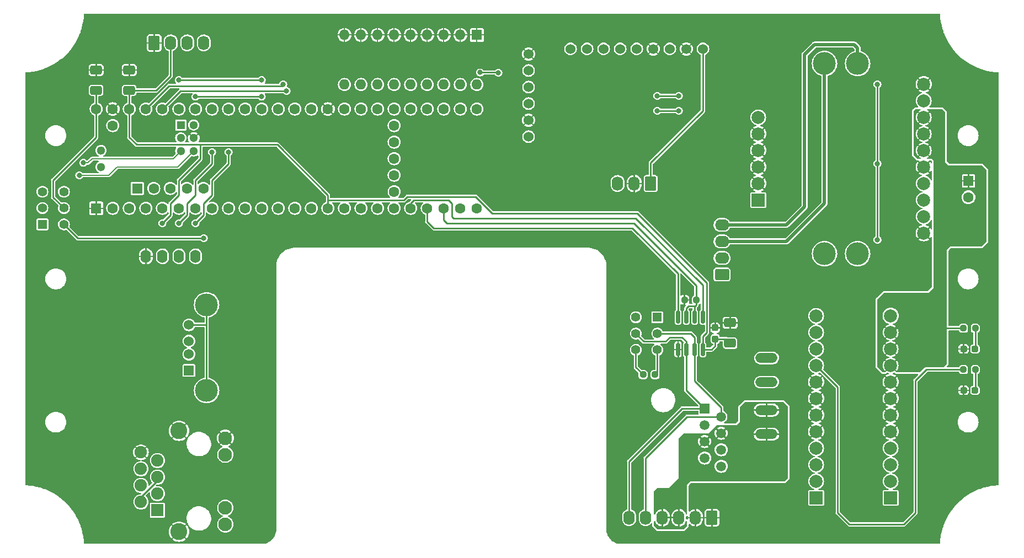
<source format=gtl>
%TF.GenerationSoftware,KiCad,Pcbnew,7.0.7*%
%TF.CreationDate,2023-10-09T15:43:46-04:00*%
%TF.ProjectId,dmxaudio,646d7861-7564-4696-9f2e-6b696361645f,rev?*%
%TF.SameCoordinates,Original*%
%TF.FileFunction,Copper,L1,Top*%
%TF.FilePolarity,Positive*%
%FSLAX46Y46*%
G04 Gerber Fmt 4.6, Leading zero omitted, Abs format (unit mm)*
G04 Created by KiCad (PCBNEW 7.0.7) date 2023-10-09 15:43:46*
%MOMM*%
%LPD*%
G01*
G04 APERTURE LIST*
G04 Aperture macros list*
%AMRoundRect*
0 Rectangle with rounded corners*
0 $1 Rounding radius*
0 $2 $3 $4 $5 $6 $7 $8 $9 X,Y pos of 4 corners*
0 Add a 4 corners polygon primitive as box body*
4,1,4,$2,$3,$4,$5,$6,$7,$8,$9,$2,$3,0*
0 Add four circle primitives for the rounded corners*
1,1,$1+$1,$2,$3*
1,1,$1+$1,$4,$5*
1,1,$1+$1,$6,$7*
1,1,$1+$1,$8,$9*
0 Add four rect primitives between the rounded corners*
20,1,$1+$1,$2,$3,$4,$5,0*
20,1,$1+$1,$4,$5,$6,$7,0*
20,1,$1+$1,$6,$7,$8,$9,0*
20,1,$1+$1,$8,$9,$2,$3,0*%
G04 Aperture macros list end*
%TA.AperFunction,ComponentPad*%
%ADD10RoundRect,0.250000X0.620000X0.845000X-0.620000X0.845000X-0.620000X-0.845000X0.620000X-0.845000X0*%
%TD*%
%TA.AperFunction,ComponentPad*%
%ADD11O,1.740000X2.190000*%
%TD*%
%TA.AperFunction,SMDPad,CuDef*%
%ADD12RoundRect,0.150000X-0.150000X0.825000X-0.150000X-0.825000X0.150000X-0.825000X0.150000X0.825000X0*%
%TD*%
%TA.AperFunction,ComponentPad*%
%ADD13R,1.600000X1.600000*%
%TD*%
%TA.AperFunction,ComponentPad*%
%ADD14C,1.600000*%
%TD*%
%TA.AperFunction,ComponentPad*%
%ADD15R,1.300000X1.300000*%
%TD*%
%TA.AperFunction,ComponentPad*%
%ADD16C,1.300000*%
%TD*%
%TA.AperFunction,ComponentPad*%
%ADD17O,3.400000X1.500000*%
%TD*%
%TA.AperFunction,SMDPad,CuDef*%
%ADD18RoundRect,0.250000X0.650000X-0.412500X0.650000X0.412500X-0.650000X0.412500X-0.650000X-0.412500X0*%
%TD*%
%TA.AperFunction,ComponentPad*%
%ADD19R,1.900000X1.900000*%
%TD*%
%TA.AperFunction,ComponentPad*%
%ADD20C,1.900000*%
%TD*%
%TA.AperFunction,ComponentPad*%
%ADD21C,2.100000*%
%TD*%
%TA.AperFunction,ComponentPad*%
%ADD22C,2.600000*%
%TD*%
%TA.AperFunction,ComponentPad*%
%ADD23R,1.400000X1.400000*%
%TD*%
%TA.AperFunction,ComponentPad*%
%ADD24C,1.400000*%
%TD*%
%TA.AperFunction,SMDPad,CuDef*%
%ADD25RoundRect,0.237500X-0.287500X-0.237500X0.287500X-0.237500X0.287500X0.237500X-0.287500X0.237500X0*%
%TD*%
%TA.AperFunction,SMDPad,CuDef*%
%ADD26RoundRect,0.237500X-0.250000X-0.237500X0.250000X-0.237500X0.250000X0.237500X-0.250000X0.237500X0*%
%TD*%
%TA.AperFunction,ComponentPad*%
%ADD27R,1.500000X1.500000*%
%TD*%
%TA.AperFunction,ComponentPad*%
%ADD28C,1.500000*%
%TD*%
%TA.AperFunction,ComponentPad*%
%ADD29R,2.000000X2.000000*%
%TD*%
%TA.AperFunction,ComponentPad*%
%ADD30C,2.000000*%
%TD*%
%TA.AperFunction,SMDPad,CuDef*%
%ADD31RoundRect,0.237500X0.250000X0.237500X-0.250000X0.237500X-0.250000X-0.237500X0.250000X-0.237500X0*%
%TD*%
%TA.AperFunction,ComponentPad*%
%ADD32O,1.600000X1.600000*%
%TD*%
%TA.AperFunction,ComponentPad*%
%ADD33C,1.524000*%
%TD*%
%TA.AperFunction,ComponentPad*%
%ADD34RoundRect,0.250000X-0.620000X-0.845000X0.620000X-0.845000X0.620000X0.845000X-0.620000X0.845000X0*%
%TD*%
%TA.AperFunction,ComponentPad*%
%ADD35R,1.524000X1.524000*%
%TD*%
%TA.AperFunction,ComponentPad*%
%ADD36C,3.500000*%
%TD*%
%TA.AperFunction,ComponentPad*%
%ADD37RoundRect,0.250000X0.845000X-0.620000X0.845000X0.620000X-0.845000X0.620000X-0.845000X-0.620000X0*%
%TD*%
%TA.AperFunction,ComponentPad*%
%ADD38O,2.190000X1.740000*%
%TD*%
%TA.AperFunction,SMDPad,CuDef*%
%ADD39RoundRect,0.237500X0.237500X-0.300000X0.237500X0.300000X-0.237500X0.300000X-0.237500X-0.300000X0*%
%TD*%
%TA.AperFunction,ComponentPad*%
%ADD40O,1.600000X2.000000*%
%TD*%
%TA.AperFunction,ViaPad*%
%ADD41C,0.800000*%
%TD*%
%TA.AperFunction,Conductor*%
%ADD42C,0.250000*%
%TD*%
%TA.AperFunction,Conductor*%
%ADD43C,0.200000*%
%TD*%
%TA.AperFunction,Conductor*%
%ADD44C,0.254000*%
%TD*%
%TA.AperFunction,Conductor*%
%ADD45C,0.508000*%
%TD*%
G04 APERTURE END LIST*
D10*
%TO.P,J7,1,Pin_1*%
%TO.N,GND*%
X170688000Y-137668000D03*
D11*
%TO.P,J7,2,Pin_2*%
X168148000Y-137668000D03*
%TO.P,J7,3,Pin_3*%
%TO.N,/24V_PREFUSE*%
X165608000Y-137668000D03*
%TO.P,J7,4,Pin_4*%
X163068000Y-137668000D03*
%TO.P,J7,5,Pin_5*%
%TO.N,/MCU/RS485_B*%
X160528000Y-137668000D03*
%TO.P,J7,6,Pin_6*%
%TO.N,/MCU/RS485_A*%
X157988000Y-137668000D03*
%TD*%
D12*
%TO.P,U1,1,R*%
%TO.N,/MCU/DMX_DATA*%
X169290000Y-106889000D03*
%TO.P,U1,2,~{RE}*%
%TO.N,/MCU/RDM_SEND*%
X168020000Y-106889000D03*
%TO.P,U1,3,DE*%
X166750000Y-106889000D03*
%TO.P,U1,4,D*%
%TO.N,/MCU/RDM_DATA*%
X165480000Y-106889000D03*
%TO.P,U1,5,GND*%
%TO.N,GND*%
X165480000Y-111839000D03*
%TO.P,U1,6,A*%
%TO.N,/MCU/RS485_A*%
X166750000Y-111839000D03*
%TO.P,U1,7,B*%
%TO.N,/MCU/RS485_B*%
X168020000Y-111839000D03*
%TO.P,U1,8,VCC*%
%TO.N,+3V3*%
X169290000Y-111839000D03*
%TD*%
D13*
%TO.P,U2,1,GND*%
%TO.N,GND*%
X76200000Y-90170000D03*
D14*
%TO.P,U2,2,0_RX1_CRX2_CS1*%
%TO.N,unconnected-(U2-0_RX1_CRX2_CS1-Pad2)*%
X78740000Y-90170000D03*
%TO.P,U2,3,1_TX1_CTX2_MISO1*%
%TO.N,unconnected-(U2-1_TX1_CTX2_MISO1-Pad3)*%
X81280000Y-90170000D03*
%TO.P,U2,4,2_OUT2*%
%TO.N,unconnected-(U2-2_OUT2-Pad4)*%
X83820000Y-90170000D03*
%TO.P,U2,5,3_LRCLK2*%
%TO.N,unconnected-(U2-3_LRCLK2-Pad5)*%
X86360000Y-90170000D03*
%TO.P,U2,6,4_BCLK2*%
%TO.N,unconnected-(U2-4_BCLK2-Pad6)*%
X88900000Y-90170000D03*
%TO.P,U2,7,5_IN2*%
%TO.N,unconnected-(U2-5_IN2-Pad7)*%
X91440000Y-90170000D03*
%TO.P,U2,8,6_OUT1D*%
%TO.N,unconnected-(U2-6_OUT1D-Pad8)*%
X93980000Y-90170000D03*
%TO.P,U2,9,7_RX2_OUT1A*%
%TO.N,/DAC/DATA*%
X96520000Y-90170000D03*
%TO.P,U2,10,8_TX2_IN1*%
%TO.N,unconnected-(U2-8_TX2_IN1-Pad10)*%
X99060000Y-90170000D03*
%TO.P,U2,11,9_OUT1C*%
%TO.N,unconnected-(U2-9_OUT1C-Pad11)*%
X101600000Y-90170000D03*
%TO.P,U2,12,10_CS_MQSR*%
%TO.N,unconnected-(U2-10_CS_MQSR-Pad12)*%
X104140000Y-90170000D03*
%TO.P,U2,13,11_MOSI_CTX1*%
%TO.N,unconnected-(U2-11_MOSI_CTX1-Pad13)*%
X106680000Y-90170000D03*
%TO.P,U2,14,12_MISO_MQSL*%
%TO.N,unconnected-(U2-12_MISO_MQSL-Pad14)*%
X109220000Y-90170000D03*
%TO.P,U2,15,3V3*%
%TO.N,+3V3*%
X111760000Y-90170000D03*
%TO.P,U2,16,24_A10_TX6_SCL2*%
%TO.N,unconnected-(U2-24_A10_TX6_SCL2-Pad16)*%
X114300000Y-90170000D03*
%TO.P,U2,17,25_A11_RX6_SDA2*%
%TO.N,unconnected-(U2-25_A11_RX6_SDA2-Pad17)*%
X116840000Y-90170000D03*
%TO.P,U2,18,26_A12_MOSI1*%
%TO.N,unconnected-(U2-26_A12_MOSI1-Pad18)*%
X119380000Y-90170000D03*
%TO.P,U2,19,27_A13_SCK1*%
%TO.N,unconnected-(U2-27_A13_SCK1-Pad19)*%
X121920000Y-90170000D03*
%TO.P,U2,20,28_RX7*%
%TO.N,/MCU/DMX_DATA*%
X124460000Y-90170000D03*
%TO.P,U2,21,29_TX7*%
%TO.N,/MCU/RDM_DATA*%
X127000000Y-90170000D03*
%TO.P,U2,22,30_CRX3*%
%TO.N,/MCU/RDM_SEND*%
X129540000Y-90170000D03*
%TO.P,U2,23,31_CTX3*%
%TO.N,unconnected-(U2-31_CTX3-Pad23)*%
X132080000Y-90170000D03*
%TO.P,U2,24,32_OUT1B*%
%TO.N,unconnected-(U2-32_OUT1B-Pad24)*%
X134620000Y-90170000D03*
%TO.P,U2,25,33_MCLK2*%
%TO.N,Net-(U2-33_MCLK2)*%
X134620000Y-74930000D03*
%TO.P,U2,26,34_RX8*%
%TO.N,Net-(U2-34_RX8)*%
X132080000Y-74930000D03*
%TO.P,U2,27,35_TX8*%
%TO.N,Net-(U2-35_TX8)*%
X129540000Y-74930000D03*
%TO.P,U2,28,36_CS*%
%TO.N,Net-(U2-36_CS)*%
X127000000Y-74930000D03*
%TO.P,U2,29,37_CS*%
%TO.N,Net-(U2-37_CS)*%
X124460000Y-74930000D03*
%TO.P,U2,30,38_CS1_IN1*%
%TO.N,Net-(U2-38_CS1_IN1)*%
X121920000Y-74930000D03*
%TO.P,U2,31,39_MISO1_OUT1A*%
%TO.N,Net-(U2-39_MISO1_OUT1A)*%
X119380000Y-74930000D03*
%TO.P,U2,32,40_A16*%
%TO.N,Net-(U2-40_A16)*%
X116840000Y-74930000D03*
%TO.P,U2,33,41_A17*%
%TO.N,Net-(U2-41_A17)*%
X114300000Y-74930000D03*
%TO.P,U2,34,GND*%
%TO.N,GND*%
X111760000Y-74930000D03*
%TO.P,U2,35,13_SCK_LED*%
%TO.N,unconnected-(U2-13_SCK_LED-Pad35)*%
X109220000Y-74930000D03*
%TO.P,U2,36,14_A0_TX3_SPDIF_OUT*%
%TO.N,unconnected-(U2-14_A0_TX3_SPDIF_OUT-Pad36)*%
X106680000Y-74930000D03*
%TO.P,U2,37,15_A1_RX3_SPDIF_IN*%
%TO.N,unconnected-(U2-15_A1_RX3_SPDIF_IN-Pad37)*%
X104140000Y-74930000D03*
%TO.P,U2,38,16_A2_RX4_SCL1*%
%TO.N,unconnected-(U2-16_A2_RX4_SCL1-Pad38)*%
X101600000Y-74930000D03*
%TO.P,U2,39,17_A3_TX4_SDA1*%
%TO.N,unconnected-(U2-17_A3_TX4_SDA1-Pad39)*%
X99060000Y-74930000D03*
%TO.P,U2,40,18_A4_SDA*%
%TO.N,/MCU/SDA*%
X96520000Y-74930000D03*
%TO.P,U2,41,19_A5_SCL*%
%TO.N,/MCU/SCL*%
X93980000Y-74930000D03*
%TO.P,U2,42,20_A6_TX5_LRCLK1*%
%TO.N,/DAC/LRCLK*%
X91440000Y-74930000D03*
%TO.P,U2,43,21_A7_RX5_BCLK1*%
%TO.N,/DAC/BCLK*%
X88900000Y-74930000D03*
%TO.P,U2,44,22_A8_CTX1*%
%TO.N,/MCU/MUTE*%
X86360000Y-74930000D03*
%TO.P,U2,45,23_A9_CRX1_MCLK1*%
%TO.N,/MCU/~{SD}*%
X83820000Y-74930000D03*
%TO.P,U2,46,3V3*%
%TO.N,+3V3*%
X81280000Y-74930000D03*
%TO.P,U2,47,GND*%
%TO.N,GND*%
X78740000Y-74930000D03*
%TO.P,U2,48,VIN*%
%TO.N,Net-(SW3B-B)*%
X76200000Y-74930000D03*
%TO.P,U2,49,VUSB*%
%TO.N,unconnected-(U2-VUSB-Pad49)*%
X78740000Y-77470000D03*
%TO.P,U2,50,VBAT*%
%TO.N,unconnected-(U2-VBAT-Pad50)*%
X121920000Y-87630000D03*
%TO.P,U2,51,3V3*%
%TO.N,unconnected-(U2-3V3-Pad51)*%
X121920000Y-85090000D03*
%TO.P,U2,52,GND*%
%TO.N,unconnected-(U2-GND-Pad52)*%
X121920000Y-82550000D03*
%TO.P,U2,53,PROGRAM*%
%TO.N,unconnected-(U2-PROGRAM-Pad53)*%
X121920000Y-80010000D03*
%TO.P,U2,54,ON_OFF*%
%TO.N,unconnected-(U2-ON_OFF-Pad54)*%
X121920000Y-77470000D03*
D13*
%TO.P,U2,55,5V*%
%TO.N,/MCU/USB_VBUS*%
X82499200Y-87119200D03*
D14*
%TO.P,U2,56,D-*%
%TO.N,/MCU/USB_D-*%
X85039200Y-87119200D03*
%TO.P,U2,57,D+*%
%TO.N,/MCU/USB_D+*%
X87579200Y-87119200D03*
%TO.P,U2,58,GND*%
%TO.N,/MCU/USB_GND*%
X90119200Y-87119200D03*
%TO.P,U2,59,GND*%
X92659200Y-87119200D03*
D15*
%TO.P,U2,60,R+*%
%TO.N,/MCU/ETHERNET_R+*%
X89170000Y-77368400D03*
D16*
%TO.P,U2,61,LED*%
%TO.N,/MCU/ETHERNET_LED*%
X89170000Y-79368400D03*
%TO.P,U2,62,T-*%
%TO.N,/MCU/ETHERNET_T-*%
X89170000Y-81368400D03*
%TO.P,U2,63,T+*%
%TO.N,/MCU/ETHERNET_T+*%
X91170000Y-81368400D03*
%TO.P,U2,64,GND*%
%TO.N,GND*%
X91170000Y-79368400D03*
%TO.P,U2,65,R-*%
%TO.N,/MCU/ETHERNET_R-*%
X91170000Y-77368400D03*
%TO.P,U2,66,D-*%
%TO.N,unconnected-(U2-D--Pad66)*%
X76930000Y-81280000D03*
%TO.P,U2,67,D+*%
%TO.N,unconnected-(U2-D+-Pad67)*%
X76930000Y-83820000D03*
%TD*%
D17*
%TO.P,F1,1*%
%TO.N,/24V_PREFUSE*%
X179070000Y-124858000D03*
X179070000Y-121158000D03*
%TO.P,F1,2*%
%TO.N,+24V*%
X179070000Y-116858000D03*
X179070000Y-113158000D03*
%TD*%
D18*
%TO.P,C16,1*%
%TO.N,+3V3*%
X81280000Y-72047500D03*
%TO.P,C16,2*%
%TO.N,GND*%
X81280000Y-68922500D03*
%TD*%
D19*
%TO.P,J3,1,TD+*%
%TO.N,/MCU/ETHERNET_T+*%
X85602000Y-136525000D03*
D20*
%TO.P,J3,2,TCT*%
%TO.N,Net-(J3-RCT)*%
X83062000Y-135255000D03*
%TO.P,J3,3,TD-*%
%TO.N,/MCU/ETHERNET_T-*%
X85602000Y-133985000D03*
%TO.P,J3,4,RD+*%
%TO.N,/MCU/ETHERNET_R+*%
X83062000Y-132715000D03*
%TO.P,J3,5,RCT*%
%TO.N,Net-(J3-RCT)*%
X85602000Y-131445000D03*
%TO.P,J3,6,RD-*%
%TO.N,/MCU/ETHERNET_R-*%
X83062000Y-130175000D03*
%TO.P,J3,7,NC*%
%TO.N,unconnected-(J3-NC-Pad7)*%
X85602000Y-128905000D03*
%TO.P,J3,8,GND*%
%TO.N,GND*%
X83062000Y-127635000D03*
D21*
%TO.P,J3,L1,LEDY_A*%
%TO.N,unconnected-(J3-LEDY_A-PadL1)*%
X96012000Y-138705000D03*
%TO.P,J3,L2,LEDY_K*%
%TO.N,unconnected-(J3-LEDY_K-PadL2)*%
X96012000Y-136165000D03*
%TO.P,J3,L3,LEDG_A*%
%TO.N,/MCU/ETHERNET_LED*%
X96012000Y-127995000D03*
%TO.P,J3,L4,LEDG_K*%
%TO.N,GND*%
X96012000Y-125455000D03*
D22*
%TO.P,J3,SH,SHIELD*%
X88902000Y-139825000D03*
X88902000Y-124335000D03*
%TD*%
D23*
%TO.P,SW3,1*%
%TO.N,N/C*%
X67945000Y-92630000D03*
D24*
%TO.P,SW3,2*%
X67945000Y-90130000D03*
%TO.P,SW3,3*%
X67945000Y-87630000D03*
%TO.P,SW3,4,A*%
%TO.N,/Amplifier/5V*%
X71245000Y-92630000D03*
%TO.P,SW3,5,B*%
%TO.N,Net-(SW3B-B)*%
X71245000Y-90130000D03*
%TO.P,SW3,6,C*%
%TO.N,unconnected-(SW3B-C-Pad6)*%
X71245000Y-87630000D03*
%TD*%
D18*
%TO.P,C17,1*%
%TO.N,+3V3*%
X173482000Y-110874000D03*
%TO.P,C17,2*%
%TO.N,GND*%
X173482000Y-107749000D03*
%TD*%
D25*
%TO.P,D2,1,K*%
%TO.N,GND*%
X209310000Y-111760000D03*
%TO.P,D2,2,A*%
%TO.N,Net-(D2-A)*%
X211060000Y-111760000D03*
%TD*%
D13*
%TO.P,C11,1*%
%TO.N,/Amplifier/12V*%
X210058000Y-85969349D03*
D14*
%TO.P,C11,2*%
%TO.N,GND*%
X210058000Y-88469349D03*
%TD*%
D26*
%TO.P,R6,1*%
%TO.N,/Amplifier/5V*%
X209272500Y-114935000D03*
%TO.P,R6,2*%
%TO.N,Net-(D1-A)*%
X211097500Y-114935000D03*
%TD*%
D27*
%TO.P,J2,1*%
%TO.N,/MCU/RS485_A*%
X169565000Y-120904000D03*
D28*
%TO.P,J2,2*%
%TO.N,/MCU/RS485_B*%
X172105000Y-122174000D03*
%TO.P,J2,3*%
%TO.N,unconnected-(J2-Pad3)*%
X169565000Y-123444000D03*
%TO.P,J2,4*%
%TO.N,/24V_PREFUSE*%
X172105000Y-124714000D03*
%TO.P,J2,5*%
X169565000Y-125984000D03*
%TO.P,J2,6*%
%TO.N,unconnected-(J2-Pad6)*%
X172105000Y-127254000D03*
%TO.P,J2,7*%
%TO.N,GND*%
X169565000Y-128524000D03*
%TO.P,J2,8*%
X172105000Y-129794000D03*
%TD*%
D29*
%TO.P,U4,1,CTRL*%
%TO.N,unconnected-(U4-CTRL-Pad1)*%
X186690000Y-134620000D03*
D30*
%TO.P,U4,2,VIN*%
%TO.N,+24V*%
X186690000Y-132080000D03*
%TO.P,U4,3,VIN*%
X186690000Y-129540000D03*
%TO.P,U4,4,VIN*%
X186690000Y-127000000D03*
%TO.P,U4,5,GND*%
%TO.N,GND*%
X186690000Y-124460000D03*
%TO.P,U4,6,GND*%
X186690000Y-121920000D03*
%TO.P,U4,7,GND*%
X186690000Y-119380000D03*
%TO.P,U4,8,GND*%
X186690000Y-116840000D03*
%TO.P,U4,9,+VO*%
%TO.N,/Amplifier/5V*%
X186690000Y-114300000D03*
%TO.P,U4,10,+VO*%
X186690000Y-111760000D03*
%TO.P,U4,11,+V0*%
X186690000Y-109220000D03*
%TO.P,U4,12,TRIM*%
%TO.N,Net-(U4-TRIM)*%
X186690000Y-106680000D03*
%TD*%
D31*
%TO.P,R10,1*%
%TO.N,/MCU/RDM_SEND*%
X168298500Y-104231500D03*
%TO.P,R10,2*%
%TO.N,GND*%
X166473500Y-104231500D03*
%TD*%
D13*
%TO.P,SW2,1*%
%TO.N,GND*%
X134610000Y-63542500D03*
D32*
%TO.P,SW2,2*%
X132070000Y-63542500D03*
%TO.P,SW2,3*%
X129530000Y-63542500D03*
%TO.P,SW2,4*%
X126990000Y-63542500D03*
%TO.P,SW2,5*%
X124450000Y-63542500D03*
%TO.P,SW2,6*%
X121910000Y-63542500D03*
%TO.P,SW2,7*%
X119370000Y-63542500D03*
%TO.P,SW2,8*%
X116830000Y-63542500D03*
%TO.P,SW2,9*%
X114290000Y-63542500D03*
%TO.P,SW2,10*%
%TO.N,Net-(U2-41_A17)*%
X114290000Y-71162500D03*
%TO.P,SW2,11*%
%TO.N,Net-(U2-40_A16)*%
X116830000Y-71162500D03*
%TO.P,SW2,12*%
%TO.N,Net-(U2-39_MISO1_OUT1A)*%
X119370000Y-71162500D03*
%TO.P,SW2,13*%
%TO.N,Net-(U2-38_CS1_IN1)*%
X121910000Y-71162500D03*
%TO.P,SW2,14*%
%TO.N,Net-(U2-37_CS)*%
X124450000Y-71162500D03*
%TO.P,SW2,15*%
%TO.N,Net-(U2-36_CS)*%
X126990000Y-71162500D03*
%TO.P,SW2,16*%
%TO.N,Net-(U2-35_TX8)*%
X129530000Y-71162500D03*
%TO.P,SW2,17*%
%TO.N,Net-(U2-34_RX8)*%
X132070000Y-71162500D03*
%TO.P,SW2,18*%
%TO.N,Net-(U2-33_MCLK2)*%
X134610000Y-71162500D03*
%TD*%
D26*
%TO.P,R7,1*%
%TO.N,/Amplifier/12V*%
X209272500Y-108585000D03*
%TO.P,R7,2*%
%TO.N,Net-(D2-A)*%
X211097500Y-108585000D03*
%TD*%
D33*
%TO.P,U3,1,SCK*%
%TO.N,GND*%
X142544569Y-66474050D03*
%TO.P,U3,2,BCK*%
%TO.N,/DAC/BCLK*%
X142544569Y-69014050D03*
%TO.P,U3,3,DIN*%
%TO.N,/DAC/DATA*%
X142544569Y-71554050D03*
%TO.P,U3,4,LRCLK*%
%TO.N,/DAC/LRCLK*%
X142544569Y-74094050D03*
%TO.P,U3,5,GND*%
%TO.N,GND*%
X142544569Y-76634050D03*
%TO.P,U3,6,VIN*%
%TO.N,/Amplifier/5V*%
X142544569Y-79174050D03*
%TO.P,U3,7,FLT*%
%TO.N,unconnected-(U3-FLT-Pad7)*%
X148984569Y-65694050D03*
%TO.P,U3,8,DEMP*%
%TO.N,unconnected-(U3-DEMP-Pad8)*%
X151524569Y-65694050D03*
%TO.P,U3,9,XSMT*%
%TO.N,unconnected-(U3-XSMT-Pad9)*%
X154064569Y-65694050D03*
%TO.P,U3,10,FMT*%
%TO.N,unconnected-(U3-FMT-Pad10)*%
X156604569Y-65694050D03*
%TO.P,U3,11,A3V3*%
%TO.N,unconnected-(U3-A3V3-Pad11)*%
X159144569Y-65694050D03*
%TO.P,U3,12,AGND*%
%TO.N,GND*%
X161684569Y-65694050D03*
%TO.P,U3,13,R*%
%TO.N,/DAC/RIGHT*%
X164224569Y-65694050D03*
%TO.P,U3,14,AGND*%
%TO.N,GND*%
X166764569Y-65694050D03*
%TO.P,U3,15,L*%
%TO.N,/DAC/LEFT*%
X169304569Y-65694050D03*
%TD*%
D34*
%TO.P,J6,1,Pin_1*%
%TO.N,GND*%
X85090000Y-64770000D03*
D11*
%TO.P,J6,2,Pin_2*%
%TO.N,+3V3*%
X87630000Y-64770000D03*
%TO.P,J6,3,Pin_3*%
%TO.N,/MCU/SDA*%
X90170000Y-64770000D03*
%TO.P,J6,4,Pin_4*%
%TO.N,/MCU/SCL*%
X92710000Y-64770000D03*
%TD*%
D35*
%TO.P,J1,1,VBUS*%
%TO.N,/MCU/USB_VBUS*%
X90424000Y-115062000D03*
D33*
%TO.P,J1,2,D-*%
%TO.N,/MCU/USB_D-*%
X90424000Y-112562000D03*
%TO.P,J1,3,D+*%
%TO.N,/MCU/USB_D+*%
X90424000Y-110562000D03*
%TO.P,J1,4,GND*%
%TO.N,/MCU/USB_GND*%
X90424000Y-108062000D03*
D36*
%TO.P,J1,5,Shield*%
X93134000Y-118132000D03*
X93134000Y-104992000D03*
%TD*%
D37*
%TO.P,J4,1,Pin_1*%
%TO.N,/Amplifier/SPEAKER_L-*%
X172232000Y-100330000D03*
D38*
%TO.P,J4,2,Pin_2*%
%TO.N,/Amplifier/SPEAKER_L+*%
X172232000Y-97790000D03*
%TO.P,J4,3,Pin_3*%
%TO.N,/Amplifier/SPEAKER_R-*%
X172232000Y-95250000D03*
%TO.P,J4,4,Pin_4*%
%TO.N,/Amplifier/SPEAKER_R+*%
X172232000Y-92710000D03*
%TD*%
D10*
%TO.P,J5,1,Pin_1*%
%TO.N,/DAC/LEFT*%
X161290000Y-86360000D03*
D11*
%TO.P,J5,2,Pin_2*%
%TO.N,GND*%
X158750000Y-86360000D03*
%TO.P,J5,3,Pin_3*%
%TO.N,/DAC/RIGHT*%
X156210000Y-86360000D03*
%TD*%
D39*
%TO.P,C1,1*%
%TO.N,+3V3*%
X171195000Y-110226500D03*
%TO.P,C1,2*%
%TO.N,GND*%
X171195000Y-108501500D03*
%TD*%
D29*
%TO.P,U6,1,LINN*%
%TO.N,/Amplifier/LEFT*%
X177800000Y-88900000D03*
D30*
%TO.P,U6,2,GND*%
%TO.N,GND*%
X177800000Y-86360000D03*
%TO.P,U6,3,LINP*%
X177800000Y-83820000D03*
%TO.P,U6,4,RINP*%
X177800000Y-81280000D03*
%TO.P,U6,5,GND*%
X177800000Y-78740000D03*
%TO.P,U6,6,RINN*%
%TO.N,/Amplifier/RIGHT*%
X177800000Y-76200000D03*
%TO.P,U6,7,GND*%
%TO.N,GND*%
X203200000Y-71120000D03*
%TO.P,U6,8,~{SD}*%
%TO.N,/Amplifier/~{SD}*%
X203200000Y-73660000D03*
%TO.P,U6,9,AVCC*%
%TO.N,/Amplifier/12V*%
X203200000Y-76200000D03*
%TO.P,U6,10,PVCCR*%
X203200000Y-78740000D03*
%TO.P,U6,11,PVCCL*%
X203200000Y-81280000D03*
%TO.P,U6,12,GND*%
%TO.N,GND*%
X203200000Y-83820000D03*
%TO.P,U6,13,AVDD*%
%TO.N,/Amplifier/5V*%
X203200000Y-86360000D03*
%TO.P,U6,14,AVDD*%
X203200000Y-88900000D03*
%TO.P,U6,15,MUTE*%
%TO.N,/Amplifier/MUTE*%
X203200000Y-91440000D03*
%TO.P,U6,16,GND*%
%TO.N,GND*%
X203200000Y-93980000D03*
D36*
%TO.P,U6,17,LN-*%
%TO.N,/Amplifier/SPEAKER_L-*%
X187960000Y-97155000D03*
%TO.P,U6,18,LP+*%
%TO.N,/Amplifier/SPEAKER_L+*%
X193040000Y-97155000D03*
%TO.P,U6,19,RN-*%
%TO.N,/Amplifier/SPEAKER_R-*%
X187960000Y-67945000D03*
%TO.P,U6,20,RP+*%
%TO.N,/Amplifier/SPEAKER_R+*%
X193040000Y-67945000D03*
%TD*%
D25*
%TO.P,D1,1,K*%
%TO.N,GND*%
X209310000Y-118110000D03*
%TO.P,D1,2,A*%
%TO.N,Net-(D1-A)*%
X211060000Y-118110000D03*
%TD*%
D40*
%TO.P,Brd1,1,GND*%
%TO.N,GND*%
X83820000Y-97536000D03*
%TO.P,Brd1,2,VCC*%
%TO.N,+3V3*%
X86360000Y-97536000D03*
%TO.P,Brd1,3,SCL*%
%TO.N,/MCU/SCL*%
X88900000Y-97536000D03*
%TO.P,Brd1,4,SDA*%
%TO.N,/MCU/SDA*%
X91440000Y-97536000D03*
%TD*%
D18*
%TO.P,C18,1*%
%TO.N,Net-(SW3B-B)*%
X76200000Y-72047500D03*
%TO.P,C18,2*%
%TO.N,GND*%
X76200000Y-68922500D03*
%TD*%
D29*
%TO.P,U5,1,CTRL*%
%TO.N,unconnected-(U5-CTRL-Pad1)*%
X198120000Y-134620000D03*
D30*
%TO.P,U5,2,VIN*%
%TO.N,+24V*%
X198120000Y-132080000D03*
%TO.P,U5,3,VIN*%
X198120000Y-129540000D03*
%TO.P,U5,4,VIN*%
X198120000Y-127000000D03*
%TO.P,U5,5,GND*%
%TO.N,GND*%
X198120000Y-124460000D03*
%TO.P,U5,6,GND*%
X198120000Y-121920000D03*
%TO.P,U5,7,GND*%
X198120000Y-119380000D03*
%TO.P,U5,8,GND*%
X198120000Y-116840000D03*
%TO.P,U5,9,+VO*%
%TO.N,/Amplifier/12V*%
X198120000Y-114300000D03*
%TO.P,U5,10,+VO*%
X198120000Y-111760000D03*
%TO.P,U5,11,+V0*%
X198120000Y-109220000D03*
%TO.P,U5,12,TRIM*%
%TO.N,Net-(U5-TRIM)*%
X198120000Y-106680000D03*
%TD*%
D23*
%TO.P,SW1,1,A*%
%TO.N,unconnected-(SW1A-A-Pad1)*%
X162305000Y-106904000D03*
D24*
%TO.P,SW1,2,B*%
%TO.N,/MCU/RS485_B*%
X162305000Y-109404000D03*
%TO.P,SW1,3,C*%
%TO.N,Net-(SW1A-C)*%
X162305000Y-111904000D03*
%TO.P,SW1,4,A*%
%TO.N,unconnected-(SW1B-A-Pad4)*%
X159005000Y-106904000D03*
%TO.P,SW1,5,B*%
%TO.N,/MCU/RS485_A*%
X159005000Y-109404000D03*
%TO.P,SW1,6,C*%
%TO.N,Net-(SW1B-C)*%
X159005000Y-111904000D03*
%TD*%
D31*
%TO.P,R1,1*%
%TO.N,Net-(SW1A-C)*%
X161947500Y-115714000D03*
%TO.P,R1,2*%
%TO.N,Net-(SW1B-C)*%
X160122500Y-115714000D03*
%TD*%
D41*
%TO.N,+3V3*%
X86360000Y-92456000D03*
%TO.N,GND*%
X171196000Y-107188000D03*
X173482000Y-106172000D03*
X165354000Y-113792000D03*
%TO.N,/MCU/ETHERNET_T+*%
X73595500Y-85090000D03*
%TO.N,/MCU/ETHERNET_T-*%
X74230500Y-83185000D03*
%TO.N,/DAC/BCLK*%
X101600000Y-70485000D03*
X88900000Y-70485000D03*
%TO.N,/DAC/LRCLK*%
X101600000Y-73025000D03*
X91440000Y-73025000D03*
%TO.N,/Amplifier/5V*%
X196088000Y-94996000D03*
X196088000Y-71120000D03*
X92710000Y-94742000D03*
X196088000Y-83312000D03*
%TO.N,/MCU/SDA*%
X96520000Y-81534000D03*
X91440000Y-92456000D03*
%TO.N,/MCU/SCL*%
X93980000Y-81534000D03*
X88900000Y-92456000D03*
%TO.N,/MCU/~{SD}*%
X165608000Y-72898000D03*
X135128000Y-69313000D03*
X137922000Y-69342000D03*
X162306000Y-72898000D03*
X104902000Y-71120000D03*
%TO.N,/MCU/MUTE*%
X105410000Y-72136000D03*
X165608000Y-75184000D03*
X162306000Y-75184000D03*
%TD*%
D42*
%TO.N,+3V3*%
X81280000Y-79248000D02*
X82425400Y-80393400D01*
X92202000Y-82550000D02*
X92202000Y-80393400D01*
X81280000Y-74930000D02*
X81280000Y-79248000D01*
X87630000Y-69850000D02*
X85432500Y-72047500D01*
X87630000Y-89408000D02*
X88900000Y-88138000D01*
X169290000Y-111839000D02*
X170625000Y-111839000D01*
X169290000Y-111839000D02*
X169290000Y-109856000D01*
X172834500Y-110226500D02*
X173482000Y-110874000D01*
X82425400Y-80393400D02*
X92202000Y-80393400D01*
X134432991Y-88392000D02*
X123952000Y-88392000D01*
X136972991Y-90932000D02*
X134432991Y-88392000D01*
X88900000Y-85852000D02*
X92202000Y-82550000D01*
X123444000Y-88900000D02*
X111760000Y-88900000D01*
X159258000Y-90932000D02*
X136972991Y-90932000D01*
X169290000Y-109856000D02*
X169926000Y-109220000D01*
X111760000Y-88900000D02*
X111760000Y-90170000D01*
X85432500Y-72047500D02*
X81280000Y-72047500D01*
X171195000Y-111269000D02*
X171195000Y-110226500D01*
X169926000Y-109220000D02*
X169926000Y-101600000D01*
X170625000Y-111839000D02*
X171195000Y-111269000D01*
X111760000Y-88138000D02*
X111760000Y-88900000D01*
X171195000Y-110226500D02*
X172834500Y-110226500D01*
X81280000Y-74930000D02*
X81280000Y-72047500D01*
X169926000Y-101600000D02*
X159258000Y-90932000D01*
X104015400Y-80393400D02*
X111760000Y-88138000D01*
X123952000Y-88392000D02*
X123444000Y-88900000D01*
X87630000Y-91186000D02*
X87630000Y-89408000D01*
X88900000Y-88138000D02*
X88900000Y-85852000D01*
X87630000Y-64770000D02*
X87630000Y-69850000D01*
X92202000Y-80393400D02*
X104015400Y-80393400D01*
X86360000Y-92456000D02*
X87630000Y-91186000D01*
%TO.N,GND*%
X173482000Y-107749000D02*
X173482000Y-106172000D01*
X165480000Y-113666000D02*
X165354000Y-113792000D01*
X171195000Y-108501500D02*
X171195000Y-107189000D01*
X165480000Y-111839000D02*
X165480000Y-113666000D01*
X171195000Y-107189000D02*
X171196000Y-107188000D01*
%TO.N,Net-(J3-RCT)*%
X85602000Y-131978123D02*
X85602000Y-131445000D01*
X83062000Y-135255000D02*
X83062000Y-134518123D01*
X83062000Y-134518123D02*
X85602000Y-131978123D01*
%TO.N,Net-(SW1A-C)*%
X162305000Y-115356500D02*
X161947500Y-115714000D01*
X162305000Y-111904000D02*
X162305000Y-115356500D01*
%TO.N,Net-(SW1B-C)*%
X159005000Y-114596500D02*
X160122500Y-115714000D01*
X159005000Y-111904000D02*
X159005000Y-114596500D01*
%TO.N,/MCU/RS485_B*%
X168020000Y-116676500D02*
X172105000Y-120761500D01*
X166878000Y-122174000D02*
X160528000Y-128524000D01*
X162305000Y-109404000D02*
X167425000Y-109404000D01*
X160528000Y-128524000D02*
X160528000Y-137668000D01*
X167425000Y-109404000D02*
X168020000Y-109999000D01*
X168020000Y-109999000D02*
X168020000Y-111839000D01*
X172105000Y-120761500D02*
X172105000Y-122174000D01*
X172105000Y-122174000D02*
X166878000Y-122174000D01*
X168020000Y-111839000D02*
X168020000Y-116676500D01*
%TO.N,/MCU/RS485_A*%
X166750000Y-111839000D02*
X166750000Y-110634000D01*
X166115000Y-109999000D02*
X164210000Y-109999000D01*
X164210000Y-109999000D02*
X163575000Y-110634000D01*
X166116000Y-120904000D02*
X157988000Y-129032000D01*
X157988000Y-129032000D02*
X157988000Y-137668000D01*
X166750000Y-110634000D02*
X166115000Y-109999000D01*
X166750000Y-118089000D02*
X169565000Y-120904000D01*
X169565000Y-120904000D02*
X166116000Y-120904000D01*
X166750000Y-111839000D02*
X166750000Y-118089000D01*
X163575000Y-110634000D02*
X160235000Y-110634000D01*
X160235000Y-110634000D02*
X159005000Y-109404000D01*
%TO.N,/MCU/DMX_DATA*%
X131064000Y-91694000D02*
X130810000Y-91440000D01*
X169290000Y-106889000D02*
X169290000Y-101980000D01*
X159004000Y-91694000D02*
X131064000Y-91694000D01*
X124968000Y-88900000D02*
X124460000Y-89408000D01*
X130810000Y-91440000D02*
X130810000Y-89408000D01*
X124460000Y-89408000D02*
X124460000Y-90170000D01*
X169290000Y-101980000D02*
X159004000Y-91694000D01*
X130810000Y-89408000D02*
X130302000Y-88900000D01*
X130302000Y-88900000D02*
X124968000Y-88900000D01*
%TO.N,/MCU/USB_GND*%
X93134000Y-107950000D02*
X93134000Y-118132000D01*
X93134000Y-107950000D02*
X93134000Y-104992000D01*
X93134000Y-107972000D02*
X93134000Y-107950000D01*
X90424000Y-108062000D02*
X93044000Y-108062000D01*
X93044000Y-108062000D02*
X93134000Y-107972000D01*
%TO.N,Net-(SW3B-B)*%
X69596000Y-85852000D02*
X69596000Y-88481000D01*
X69596000Y-88481000D02*
X71245000Y-90130000D01*
X76200000Y-74930000D02*
X76200000Y-79248000D01*
X76200000Y-79248000D02*
X69596000Y-85852000D01*
X76200000Y-74930000D02*
X76200000Y-72047500D01*
%TO.N,/MCU/RDM_SEND*%
X158750000Y-92456000D02*
X130048000Y-92456000D01*
X168298500Y-104231500D02*
X168298500Y-102004500D01*
X130048000Y-92456000D02*
X129540000Y-91948000D01*
X168298500Y-102004500D02*
X158750000Y-92456000D01*
X168020000Y-106889000D02*
X168020000Y-105284000D01*
X168148000Y-105156000D02*
X168298500Y-105005500D01*
X168298500Y-105005500D02*
X168298500Y-104231500D01*
X166750000Y-106889000D02*
X166750000Y-105538000D01*
X167132000Y-105156000D02*
X168148000Y-105156000D01*
X129540000Y-91948000D02*
X129540000Y-90170000D01*
X166750000Y-105538000D02*
X167132000Y-105156000D01*
X168020000Y-105284000D02*
X168148000Y-105156000D01*
D43*
%TO.N,/MCU/ETHERNET_T+*%
X78105000Y-85090000D02*
X79375000Y-83820000D01*
X73595500Y-85090000D02*
X78105000Y-85090000D01*
X88718400Y-83820000D02*
X91170000Y-81368400D01*
X79375000Y-83820000D02*
X88718400Y-83820000D01*
%TO.N,/MCU/ETHERNET_T-*%
X87988400Y-82550000D02*
X89170000Y-81368400D01*
X74230500Y-83185000D02*
X74930000Y-83185000D01*
X75565000Y-82550000D02*
X87988400Y-82550000D01*
X74930000Y-83185000D02*
X75565000Y-82550000D01*
D42*
%TO.N,/DAC/BCLK*%
X101600000Y-70485000D02*
X88900000Y-70485000D01*
%TO.N,/DAC/LRCLK*%
X101600000Y-73025000D02*
X91440000Y-73025000D01*
%TO.N,/DAC/LEFT*%
X161290000Y-83185000D02*
X161290000Y-86360000D01*
X169304569Y-75170431D02*
X161290000Y-83185000D01*
X169304569Y-65694050D02*
X169304569Y-75170431D01*
D44*
%TO.N,/Amplifier/5V*%
X73357000Y-94742000D02*
X92710000Y-94742000D01*
D42*
X201930000Y-116586000D02*
X201930000Y-136906000D01*
X196088000Y-83312000D02*
X196088000Y-94996000D01*
X196088000Y-83312000D02*
X196088000Y-71120000D01*
X203581000Y-114935000D02*
X201930000Y-116586000D01*
X191770000Y-138684000D02*
X189992000Y-136906000D01*
D44*
X71245000Y-92630000D02*
X73357000Y-94742000D01*
D42*
X209272500Y-114935000D02*
X203581000Y-114935000D01*
X189992000Y-117602000D02*
X186690000Y-114300000D01*
X201930000Y-136906000D02*
X200152000Y-138684000D01*
X200152000Y-138684000D02*
X191770000Y-138684000D01*
X189992000Y-136906000D02*
X189992000Y-117602000D01*
%TO.N,/Amplifier/12V*%
X209272500Y-108585000D02*
X198755000Y-108585000D01*
X198755000Y-108585000D02*
X198120000Y-109220000D01*
%TO.N,Net-(D1-A)*%
X211097500Y-118072500D02*
X211060000Y-118110000D01*
X211097500Y-114935000D02*
X211097500Y-118072500D01*
%TO.N,Net-(D2-A)*%
X211097500Y-111722500D02*
X211060000Y-111760000D01*
X211097500Y-108585000D02*
X211097500Y-111722500D01*
D45*
%TO.N,/Amplifier/SPEAKER_R-*%
X182118000Y-95250000D02*
X187960000Y-89408000D01*
X172232000Y-95250000D02*
X182118000Y-95250000D01*
X187960000Y-89408000D02*
X187960000Y-67945000D01*
%TO.N,/Amplifier/SPEAKER_R+*%
X184912000Y-89916000D02*
X182118000Y-92710000D01*
X193040000Y-65532000D02*
X192532000Y-65024000D01*
X192532000Y-65024000D02*
X186436000Y-65024000D01*
X186436000Y-65024000D02*
X184912000Y-66548000D01*
X193040000Y-67945000D02*
X193040000Y-65532000D01*
X184912000Y-66548000D02*
X184912000Y-89916000D01*
X182118000Y-92710000D02*
X172232000Y-92710000D01*
D42*
%TO.N,/MCU/SDA*%
X93980000Y-88138000D02*
X93980000Y-85852000D01*
X96520000Y-83312000D02*
X96520000Y-81534000D01*
X93980000Y-85852000D02*
X96520000Y-83312000D01*
X91440000Y-92456000D02*
X92710000Y-91186000D01*
X92710000Y-91186000D02*
X92710000Y-89408000D01*
X92710000Y-89408000D02*
X93980000Y-88138000D01*
%TO.N,/MCU/SCL*%
X90170000Y-91186000D02*
X90170000Y-89408000D01*
X88900000Y-92456000D02*
X90170000Y-91186000D01*
X91440000Y-85852000D02*
X93980000Y-83312000D01*
X91440000Y-88138000D02*
X91440000Y-85852000D01*
X93980000Y-83312000D02*
X93980000Y-81534000D01*
X90170000Y-89408000D02*
X91440000Y-88138000D01*
%TO.N,/MCU/~{SD}*%
X135128000Y-69313000D02*
X137893000Y-69313000D01*
X162306000Y-72898000D02*
X165608000Y-72898000D01*
X90170000Y-71374000D02*
X104648000Y-71374000D01*
X104648000Y-71374000D02*
X104902000Y-71120000D01*
X137893000Y-69313000D02*
X137922000Y-69342000D01*
X83820000Y-74930000D02*
X87376000Y-71374000D01*
X87376000Y-71374000D02*
X90170000Y-71374000D01*
%TO.N,/MCU/MUTE*%
X89154000Y-72136000D02*
X93472000Y-72136000D01*
X162306000Y-75184000D02*
X165608000Y-75184000D01*
X86360000Y-74930000D02*
X89154000Y-72136000D01*
X93472000Y-72136000D02*
X105410000Y-72136000D01*
%TO.N,/MCU/RDM_DATA*%
X128016000Y-93218000D02*
X127000000Y-92202000D01*
X158496000Y-93218000D02*
X128016000Y-93218000D01*
X165480000Y-106889000D02*
X165480000Y-100202000D01*
X165480000Y-100202000D02*
X158496000Y-93218000D01*
X127000000Y-92202000D02*
X127000000Y-90170000D01*
%TD*%
%TA.AperFunction,Conductor*%
%TO.N,/24V_PREFUSE*%
G36*
X181627461Y-119907213D02*
G01*
X181639465Y-119917465D01*
X182342535Y-120620535D01*
X182370761Y-120675933D01*
X182372000Y-120691670D01*
X182372000Y-131530330D01*
X182352787Y-131589461D01*
X182342535Y-131601465D01*
X181893465Y-132050535D01*
X181838067Y-132078761D01*
X181822330Y-132080000D01*
X167386000Y-132080000D01*
X166878000Y-132587999D01*
X166878000Y-137078935D01*
X166858787Y-137138066D01*
X166808487Y-137174611D01*
X166746313Y-137174611D01*
X166696013Y-137138066D01*
X166680875Y-137107277D01*
X166656232Y-137023353D01*
X166656231Y-137023350D01*
X166557868Y-136832552D01*
X166425183Y-136663829D01*
X166425176Y-136663820D01*
X166262951Y-136523253D01*
X166077052Y-136415924D01*
X166077042Y-136415920D01*
X165874200Y-136345715D01*
X165874194Y-136345714D01*
X165735000Y-136325701D01*
X165735000Y-136972400D01*
X165715787Y-137031531D01*
X165665487Y-137068076D01*
X165634400Y-137073000D01*
X165581600Y-137073000D01*
X165522469Y-137053787D01*
X165485924Y-137003487D01*
X165481000Y-136972400D01*
X165481000Y-136323775D01*
X165480999Y-136323774D01*
X165447312Y-136325379D01*
X165447306Y-136325380D01*
X165238700Y-136375987D01*
X165043442Y-136465159D01*
X164868589Y-136589671D01*
X164720458Y-136745026D01*
X164604403Y-136925611D01*
X164524625Y-137124889D01*
X164524623Y-137124894D01*
X164484000Y-137335666D01*
X164484000Y-137541000D01*
X164909874Y-137541000D01*
X164969005Y-137560213D01*
X165005550Y-137610513D01*
X165009613Y-137654733D01*
X165007866Y-137668000D01*
X165009613Y-137681267D01*
X164998284Y-137742400D01*
X164953186Y-137785199D01*
X164909874Y-137795000D01*
X164484000Y-137795000D01*
X164484000Y-137946554D01*
X164499290Y-138106678D01*
X164499292Y-138106688D01*
X164559767Y-138312646D01*
X164559768Y-138312649D01*
X164658131Y-138503447D01*
X164790816Y-138672170D01*
X164790823Y-138672179D01*
X164953048Y-138812746D01*
X165138947Y-138920075D01*
X165138956Y-138920079D01*
X165341804Y-138990285D01*
X165480999Y-139010298D01*
X165481000Y-139010298D01*
X165481000Y-138363600D01*
X165500213Y-138304469D01*
X165550513Y-138267924D01*
X165581600Y-138263000D01*
X165634400Y-138263000D01*
X165693531Y-138282213D01*
X165730076Y-138332513D01*
X165735000Y-138363600D01*
X165735000Y-139012224D01*
X165768688Y-139010620D01*
X165768692Y-139010619D01*
X165977299Y-138960012D01*
X166172557Y-138870840D01*
X166347410Y-138746328D01*
X166495541Y-138590973D01*
X166611596Y-138410388D01*
X166684006Y-138229517D01*
X166723819Y-138181762D01*
X166784099Y-138166529D01*
X166841819Y-138189637D01*
X166874934Y-138242259D01*
X166878000Y-138266906D01*
X166878000Y-138896330D01*
X166858787Y-138955461D01*
X166848535Y-138967465D01*
X166399465Y-139416535D01*
X166344067Y-139444761D01*
X166328330Y-139446000D01*
X162347670Y-139446000D01*
X162288539Y-139426787D01*
X162276535Y-139416535D01*
X161827465Y-138967465D01*
X161799239Y-138912067D01*
X161798000Y-138896330D01*
X161798000Y-138257064D01*
X161817213Y-138197933D01*
X161867513Y-138161388D01*
X161929687Y-138161388D01*
X161979987Y-138197933D01*
X161995125Y-138228722D01*
X162019767Y-138312646D01*
X162019768Y-138312649D01*
X162118131Y-138503447D01*
X162250816Y-138672170D01*
X162250823Y-138672179D01*
X162413048Y-138812746D01*
X162598947Y-138920075D01*
X162598956Y-138920079D01*
X162801804Y-138990285D01*
X162940999Y-139010298D01*
X162941000Y-139010298D01*
X162941000Y-138363600D01*
X162960213Y-138304469D01*
X163010513Y-138267924D01*
X163041600Y-138263000D01*
X163094400Y-138263000D01*
X163153531Y-138282213D01*
X163190076Y-138332513D01*
X163195000Y-138363600D01*
X163195000Y-139012224D01*
X163228688Y-139010620D01*
X163228692Y-139010619D01*
X163437299Y-138960012D01*
X163632557Y-138870840D01*
X163807410Y-138746328D01*
X163955541Y-138590973D01*
X164071596Y-138410388D01*
X164151374Y-138211110D01*
X164151376Y-138211105D01*
X164191999Y-138000333D01*
X164192000Y-138000324D01*
X164192000Y-137795000D01*
X163766126Y-137795000D01*
X163706995Y-137775787D01*
X163670450Y-137725487D01*
X163666387Y-137681267D01*
X163668134Y-137668000D01*
X163666387Y-137654731D01*
X163677716Y-137593600D01*
X163722814Y-137550801D01*
X163766126Y-137541000D01*
X164192000Y-137541000D01*
X164192000Y-137389456D01*
X164191999Y-137389445D01*
X164176709Y-137229321D01*
X164176707Y-137229311D01*
X164116232Y-137023353D01*
X164116231Y-137023350D01*
X164017868Y-136832552D01*
X163885183Y-136663829D01*
X163885176Y-136663820D01*
X163722951Y-136523253D01*
X163537052Y-136415924D01*
X163537042Y-136415920D01*
X163334200Y-136345715D01*
X163334194Y-136345714D01*
X163195000Y-136325701D01*
X163195000Y-136972400D01*
X163175787Y-137031531D01*
X163125487Y-137068076D01*
X163094400Y-137073000D01*
X163041600Y-137073000D01*
X162982469Y-137053787D01*
X162945924Y-137003487D01*
X162941000Y-136972400D01*
X162941000Y-136323775D01*
X162940999Y-136323774D01*
X162907312Y-136325379D01*
X162907306Y-136325380D01*
X162698700Y-136375987D01*
X162503442Y-136465159D01*
X162328589Y-136589671D01*
X162180458Y-136745026D01*
X162064403Y-136925611D01*
X161991994Y-137106482D01*
X161952180Y-137154237D01*
X161891901Y-137169470D01*
X161834181Y-137146362D01*
X161801066Y-137093740D01*
X161798000Y-137069093D01*
X161798000Y-133645669D01*
X161817213Y-133586538D01*
X161827459Y-133574540D01*
X162276535Y-133125464D01*
X162331933Y-133097239D01*
X162347670Y-133096000D01*
X164084000Y-133096000D01*
X165608000Y-131572000D01*
X165608000Y-129794000D01*
X171095640Y-129794000D01*
X171115035Y-129990916D01*
X171115035Y-129990918D01*
X171115036Y-129990921D01*
X171172470Y-130180259D01*
X171172473Y-130180267D01*
X171265743Y-130354763D01*
X171265748Y-130354770D01*
X171391275Y-130507725D01*
X171544229Y-130633251D01*
X171544236Y-130633256D01*
X171718732Y-130726526D01*
X171718740Y-130726529D01*
X171856709Y-130768380D01*
X171908084Y-130783965D01*
X172105000Y-130803360D01*
X172301916Y-130783965D01*
X172439890Y-130742111D01*
X172491259Y-130726529D01*
X172491261Y-130726528D01*
X172491265Y-130726527D01*
X172665770Y-130633252D01*
X172818725Y-130507725D01*
X172944252Y-130354770D01*
X173037527Y-130180265D01*
X173094965Y-129990916D01*
X173114360Y-129794000D01*
X173094965Y-129597084D01*
X173069751Y-129513963D01*
X173037529Y-129407740D01*
X173037526Y-129407732D01*
X172944256Y-129233236D01*
X172944251Y-129233229D01*
X172928060Y-129213500D01*
X172818725Y-129080275D01*
X172665770Y-128954748D01*
X172665763Y-128954743D01*
X172491267Y-128861473D01*
X172491259Y-128861470D01*
X172301921Y-128804036D01*
X172301918Y-128804035D01*
X172301916Y-128804035D01*
X172105000Y-128784640D01*
X171908084Y-128804035D01*
X171908082Y-128804035D01*
X171908078Y-128804036D01*
X171718740Y-128861470D01*
X171718732Y-128861473D01*
X171544236Y-128954743D01*
X171544229Y-128954748D01*
X171391275Y-129080275D01*
X171265748Y-129233229D01*
X171265743Y-129233236D01*
X171172473Y-129407732D01*
X171172470Y-129407740D01*
X171115036Y-129597078D01*
X171115035Y-129597082D01*
X171115035Y-129597084D01*
X171095640Y-129794000D01*
X165608000Y-129794000D01*
X165608000Y-128524000D01*
X168555640Y-128524000D01*
X168575035Y-128720916D01*
X168575035Y-128720918D01*
X168575036Y-128720921D01*
X168632470Y-128910259D01*
X168632473Y-128910267D01*
X168725743Y-129084763D01*
X168725748Y-129084770D01*
X168851275Y-129237725D01*
X169004229Y-129363251D01*
X169004236Y-129363256D01*
X169178732Y-129456526D01*
X169178740Y-129456529D01*
X169316709Y-129498380D01*
X169368084Y-129513965D01*
X169565000Y-129533360D01*
X169761916Y-129513965D01*
X169899890Y-129472111D01*
X169951259Y-129456529D01*
X169951261Y-129456528D01*
X169951265Y-129456527D01*
X170042539Y-129407740D01*
X170125763Y-129363256D01*
X170125764Y-129363254D01*
X170125770Y-129363252D01*
X170278725Y-129237725D01*
X170404252Y-129084770D01*
X170497527Y-128910265D01*
X170502840Y-128892752D01*
X170535256Y-128785887D01*
X170554965Y-128720916D01*
X170574360Y-128524000D01*
X170554965Y-128327084D01*
X170529751Y-128243963D01*
X170497529Y-128137740D01*
X170497526Y-128137732D01*
X170404256Y-127963236D01*
X170404251Y-127963229D01*
X170278725Y-127810275D01*
X170125770Y-127684748D01*
X170125763Y-127684743D01*
X169951267Y-127591473D01*
X169951259Y-127591470D01*
X169761921Y-127534036D01*
X169761918Y-127534035D01*
X169761916Y-127534035D01*
X169565000Y-127514640D01*
X169368084Y-127534035D01*
X169368082Y-127534035D01*
X169368078Y-127534036D01*
X169178740Y-127591470D01*
X169178732Y-127591473D01*
X169004236Y-127684743D01*
X169004229Y-127684748D01*
X168851275Y-127810275D01*
X168725748Y-127963229D01*
X168725743Y-127963236D01*
X168632473Y-128137732D01*
X168632470Y-128137740D01*
X168575036Y-128327078D01*
X168575035Y-128327082D01*
X168575035Y-128327084D01*
X168555640Y-128524000D01*
X165608000Y-128524000D01*
X165608000Y-127254000D01*
X171095640Y-127254000D01*
X171115035Y-127450916D01*
X171115035Y-127450918D01*
X171115036Y-127450921D01*
X171172470Y-127640259D01*
X171172473Y-127640267D01*
X171265743Y-127814763D01*
X171265748Y-127814770D01*
X171391275Y-127967725D01*
X171544229Y-128093251D01*
X171544236Y-128093256D01*
X171718732Y-128186526D01*
X171718740Y-128186529D01*
X171856709Y-128228380D01*
X171908084Y-128243965D01*
X172105000Y-128263360D01*
X172301916Y-128243965D01*
X172439890Y-128202111D01*
X172491259Y-128186529D01*
X172491261Y-128186528D01*
X172491265Y-128186527D01*
X172582539Y-128137740D01*
X172665763Y-128093256D01*
X172665764Y-128093254D01*
X172665770Y-128093252D01*
X172818725Y-127967725D01*
X172944252Y-127814770D01*
X173037527Y-127640265D01*
X173094965Y-127450916D01*
X173114360Y-127254000D01*
X173094965Y-127057084D01*
X173069602Y-126973472D01*
X173037529Y-126867740D01*
X173037526Y-126867732D01*
X172944256Y-126693236D01*
X172944251Y-126693229D01*
X172866690Y-126598721D01*
X172818725Y-126540275D01*
X172665770Y-126414748D01*
X172665763Y-126414743D01*
X172491267Y-126321473D01*
X172491259Y-126321470D01*
X172301921Y-126264036D01*
X172301918Y-126264035D01*
X172301916Y-126264035D01*
X172105000Y-126244640D01*
X171908084Y-126264035D01*
X171908082Y-126264035D01*
X171908078Y-126264036D01*
X171718740Y-126321470D01*
X171718732Y-126321473D01*
X171544236Y-126414743D01*
X171544229Y-126414748D01*
X171391275Y-126540275D01*
X171265748Y-126693229D01*
X171265743Y-126693236D01*
X171172473Y-126867732D01*
X171172470Y-126867740D01*
X171115036Y-127057078D01*
X171115035Y-127057082D01*
X171115035Y-127057084D01*
X171095640Y-127254000D01*
X165608000Y-127254000D01*
X165608000Y-125984000D01*
X168556142Y-125984000D01*
X168575527Y-126180821D01*
X168632935Y-126370070D01*
X168632937Y-126370075D01*
X168726160Y-126544484D01*
X168726165Y-126544491D01*
X168770671Y-126598721D01*
X169132124Y-126237269D01*
X169187522Y-126209043D01*
X169248930Y-126218769D01*
X169277270Y-126240266D01*
X169281557Y-126244923D01*
X169281558Y-126244924D01*
X169281559Y-126244925D01*
X169305319Y-126263418D01*
X169340180Y-126314900D01*
X169338124Y-126377040D01*
X169314663Y-126413940D01*
X168950276Y-126778326D01*
X168950277Y-126778327D01*
X169004508Y-126822834D01*
X169004515Y-126822839D01*
X169178924Y-126916062D01*
X169178929Y-126916064D01*
X169368178Y-126973472D01*
X169565000Y-126992857D01*
X169761821Y-126973472D01*
X169951070Y-126916064D01*
X169951071Y-126916063D01*
X170125492Y-126822833D01*
X170179721Y-126778327D01*
X169816095Y-126414700D01*
X169787869Y-126359302D01*
X169797595Y-126297893D01*
X169813214Y-126275433D01*
X169849008Y-126236550D01*
X169903192Y-126206060D01*
X169964950Y-126213240D01*
X169994156Y-126233551D01*
X170359327Y-126598721D01*
X170403833Y-126544492D01*
X170497063Y-126370071D01*
X170497064Y-126370070D01*
X170554472Y-126180821D01*
X170573857Y-125984000D01*
X170554472Y-125787178D01*
X170497064Y-125597929D01*
X170497062Y-125597924D01*
X170403839Y-125423515D01*
X170403834Y-125423508D01*
X170359327Y-125369277D01*
X170359326Y-125369276D01*
X169997874Y-125730729D01*
X169942476Y-125758955D01*
X169881067Y-125749229D01*
X169852728Y-125727731D01*
X169848444Y-125723077D01*
X169824678Y-125704579D01*
X169789817Y-125653097D01*
X169791875Y-125590957D01*
X169815335Y-125554058D01*
X170179721Y-125189671D01*
X170125491Y-125145165D01*
X170125484Y-125145160D01*
X169951075Y-125051937D01*
X169951070Y-125051935D01*
X169761821Y-124994527D01*
X169564999Y-124975142D01*
X169368178Y-124994527D01*
X169178929Y-125051935D01*
X169178924Y-125051937D01*
X169004515Y-125145160D01*
X169004509Y-125145164D01*
X168950277Y-125189672D01*
X169313904Y-125553299D01*
X169342130Y-125608697D01*
X169332404Y-125670105D01*
X169316782Y-125692569D01*
X169280991Y-125731448D01*
X169226807Y-125761939D01*
X169165049Y-125754759D01*
X169135843Y-125734448D01*
X168770672Y-125369277D01*
X168726164Y-125423509D01*
X168726160Y-125423515D01*
X168632937Y-125597924D01*
X168632935Y-125597929D01*
X168575527Y-125787178D01*
X168556142Y-125984000D01*
X165608000Y-125984000D01*
X165608000Y-125517670D01*
X165627213Y-125458539D01*
X165637465Y-125446535D01*
X166340535Y-124743465D01*
X166395933Y-124715239D01*
X166411670Y-124714000D01*
X170180000Y-124714000D01*
X171096142Y-124714000D01*
X171115527Y-124910821D01*
X171172935Y-125100070D01*
X171172937Y-125100075D01*
X171266160Y-125274484D01*
X171266165Y-125274491D01*
X171310671Y-125328721D01*
X171672124Y-124967269D01*
X171727522Y-124939043D01*
X171788930Y-124948769D01*
X171817270Y-124970266D01*
X171821557Y-124974923D01*
X171821558Y-124974924D01*
X171821559Y-124974925D01*
X171845319Y-124993418D01*
X171880180Y-125044900D01*
X171878124Y-125107040D01*
X171854663Y-125143940D01*
X171490276Y-125508326D01*
X171490277Y-125508327D01*
X171544508Y-125552834D01*
X171544515Y-125552839D01*
X171718924Y-125646062D01*
X171718929Y-125646064D01*
X171908178Y-125703472D01*
X172105000Y-125722857D01*
X172301821Y-125703472D01*
X172491070Y-125646064D01*
X172491071Y-125646063D01*
X172665492Y-125552833D01*
X172719721Y-125508327D01*
X172356095Y-125144700D01*
X172327869Y-125089302D01*
X172337595Y-125027893D01*
X172353214Y-125005433D01*
X172389008Y-124966550D01*
X172443192Y-124936060D01*
X172504950Y-124943240D01*
X172534156Y-124963551D01*
X172899327Y-125328721D01*
X172943833Y-125274492D01*
X173037063Y-125100071D01*
X173037064Y-125100070D01*
X173094472Y-124910821D01*
X173112183Y-124730999D01*
X177121150Y-124730999D01*
X177121151Y-124731000D01*
X177965237Y-124731000D01*
X178024368Y-124750213D01*
X178060913Y-124800513D01*
X178065408Y-124822317D01*
X178066105Y-124829839D01*
X178066105Y-124829840D01*
X178067128Y-124840883D01*
X178070301Y-124875117D01*
X178056626Y-124935769D01*
X178009913Y-124976800D01*
X177970130Y-124985000D01*
X177123742Y-124985000D01*
X177143039Y-125110956D01*
X177213954Y-125302433D01*
X177321966Y-125475723D01*
X177462648Y-125623721D01*
X177630245Y-125740371D01*
X177817883Y-125820893D01*
X177817892Y-125820896D01*
X178017904Y-125862000D01*
X178943000Y-125862000D01*
X178943000Y-125258600D01*
X178962213Y-125199469D01*
X179012513Y-125162924D01*
X179043600Y-125158000D01*
X179096400Y-125158000D01*
X179155531Y-125177213D01*
X179192076Y-125227513D01*
X179197000Y-125258600D01*
X179197000Y-125862000D01*
X180070919Y-125862000D01*
X180223146Y-125846520D01*
X180223151Y-125846519D01*
X180417973Y-125785392D01*
X180596511Y-125686295D01*
X180596513Y-125686294D01*
X180751443Y-125553291D01*
X180876431Y-125391821D01*
X180966358Y-125208493D01*
X181017540Y-125010814D01*
X181017540Y-125010810D01*
X181018849Y-124985000D01*
X180174763Y-124985000D01*
X180115632Y-124965787D01*
X180079087Y-124915487D01*
X180074592Y-124893683D01*
X180073895Y-124886160D01*
X180069699Y-124840881D01*
X180083374Y-124780231D01*
X180130087Y-124739200D01*
X180169870Y-124731000D01*
X181016258Y-124731000D01*
X180996960Y-124605043D01*
X180926045Y-124413566D01*
X180818033Y-124240276D01*
X180677351Y-124092278D01*
X180509754Y-123975628D01*
X180322116Y-123895106D01*
X180322107Y-123895103D01*
X180122096Y-123854000D01*
X179197000Y-123854000D01*
X179197000Y-124457400D01*
X179177787Y-124516531D01*
X179127487Y-124553076D01*
X179096400Y-124558000D01*
X179043600Y-124558000D01*
X178984469Y-124538787D01*
X178947924Y-124488487D01*
X178943000Y-124457400D01*
X178943000Y-123854000D01*
X178069081Y-123854000D01*
X177916853Y-123869479D01*
X177916848Y-123869480D01*
X177722026Y-123930607D01*
X177543488Y-124029704D01*
X177543486Y-124029705D01*
X177388556Y-124162708D01*
X177263568Y-124324178D01*
X177173641Y-124507506D01*
X177122459Y-124705185D01*
X177122459Y-124705189D01*
X177121150Y-124730999D01*
X173112183Y-124730999D01*
X173113857Y-124714000D01*
X173094472Y-124517178D01*
X173037064Y-124327929D01*
X173037062Y-124327924D01*
X172943839Y-124153515D01*
X172943834Y-124153508D01*
X172899327Y-124099277D01*
X172899326Y-124099276D01*
X172537874Y-124460729D01*
X172482476Y-124488955D01*
X172421067Y-124479229D01*
X172392728Y-124457731D01*
X172388444Y-124453077D01*
X172364678Y-124434579D01*
X172329817Y-124383097D01*
X172331875Y-124320957D01*
X172355335Y-124284058D01*
X172719721Y-123919671D01*
X172665491Y-123875165D01*
X172665484Y-123875160D01*
X172491075Y-123781937D01*
X172491070Y-123781935D01*
X172301821Y-123724527D01*
X172104999Y-123705142D01*
X171908178Y-123724527D01*
X171718929Y-123781935D01*
X171718924Y-123781937D01*
X171544515Y-123875160D01*
X171544509Y-123875164D01*
X171490277Y-123919672D01*
X171853904Y-124283299D01*
X171882130Y-124338697D01*
X171872404Y-124400105D01*
X171856782Y-124422569D01*
X171820991Y-124461448D01*
X171766807Y-124491939D01*
X171705049Y-124484759D01*
X171675843Y-124464448D01*
X171310672Y-124099277D01*
X171266164Y-124153509D01*
X171266160Y-124153515D01*
X171172937Y-124327924D01*
X171172935Y-124327929D01*
X171115527Y-124517178D01*
X171096142Y-124714000D01*
X170180000Y-124714000D01*
X171420535Y-123473465D01*
X171475933Y-123445239D01*
X171491670Y-123444000D01*
X174498000Y-123444000D01*
X175006000Y-122936000D01*
X175006000Y-121030999D01*
X177121150Y-121030999D01*
X177121151Y-121031000D01*
X177965237Y-121031000D01*
X178024368Y-121050213D01*
X178060913Y-121100513D01*
X178065408Y-121122317D01*
X178066105Y-121129839D01*
X178066105Y-121129840D01*
X178067128Y-121140883D01*
X178070301Y-121175117D01*
X178056626Y-121235769D01*
X178009913Y-121276800D01*
X177970130Y-121285000D01*
X177123742Y-121285000D01*
X177143039Y-121410956D01*
X177213954Y-121602433D01*
X177321966Y-121775723D01*
X177462648Y-121923721D01*
X177630245Y-122040371D01*
X177817883Y-122120893D01*
X177817892Y-122120896D01*
X178017904Y-122162000D01*
X178943000Y-122162000D01*
X178943000Y-121558600D01*
X178962213Y-121499469D01*
X179012513Y-121462924D01*
X179043600Y-121458000D01*
X179096400Y-121458000D01*
X179155531Y-121477213D01*
X179192076Y-121527513D01*
X179197000Y-121558600D01*
X179197000Y-122162000D01*
X180070919Y-122162000D01*
X180223146Y-122146520D01*
X180223151Y-122146519D01*
X180417973Y-122085392D01*
X180596511Y-121986295D01*
X180596513Y-121986294D01*
X180751443Y-121853291D01*
X180876431Y-121691821D01*
X180966358Y-121508493D01*
X181017540Y-121310814D01*
X181017540Y-121310810D01*
X181018849Y-121285000D01*
X180174763Y-121285000D01*
X180115632Y-121265787D01*
X180079087Y-121215487D01*
X180074592Y-121193683D01*
X180073458Y-121181441D01*
X180069699Y-121140881D01*
X180083374Y-121080231D01*
X180130087Y-121039200D01*
X180169870Y-121031000D01*
X181016258Y-121031000D01*
X180996960Y-120905043D01*
X180926045Y-120713566D01*
X180818033Y-120540276D01*
X180677351Y-120392278D01*
X180509754Y-120275628D01*
X180322116Y-120195106D01*
X180322107Y-120195103D01*
X180122096Y-120154000D01*
X179197000Y-120154000D01*
X179197000Y-120757400D01*
X179177787Y-120816531D01*
X179127487Y-120853076D01*
X179096400Y-120858000D01*
X179043600Y-120858000D01*
X178984469Y-120838787D01*
X178947924Y-120788487D01*
X178943000Y-120757400D01*
X178943000Y-120154000D01*
X178069081Y-120154000D01*
X177916853Y-120169479D01*
X177916848Y-120169480D01*
X177722026Y-120230607D01*
X177543488Y-120329704D01*
X177543486Y-120329705D01*
X177388556Y-120462708D01*
X177263568Y-120624178D01*
X177173641Y-120807506D01*
X177122459Y-121005185D01*
X177122459Y-121005189D01*
X177121150Y-121030999D01*
X175006000Y-121030999D01*
X175006000Y-120691669D01*
X175025213Y-120632539D01*
X175035465Y-120620535D01*
X175738535Y-119917465D01*
X175793933Y-119889239D01*
X175809670Y-119888000D01*
X181568330Y-119888000D01*
X181627461Y-119907213D01*
G37*
%TD.AperFunction*%
%TD*%
%TA.AperFunction,Conductor*%
%TO.N,/Amplifier/12V*%
G36*
X206011461Y-74949213D02*
G01*
X206023465Y-74959465D01*
X206472536Y-75408536D01*
X206500761Y-75463932D01*
X206502000Y-75479668D01*
X206502000Y-83058000D01*
X207010000Y-83566000D01*
X212048330Y-83566000D01*
X212107461Y-83585213D01*
X212119465Y-83595465D01*
X212822536Y-84298536D01*
X212850761Y-84353932D01*
X212852000Y-84369669D01*
X212852000Y-95208330D01*
X212832787Y-95267461D01*
X212822535Y-95279465D01*
X212119465Y-95982535D01*
X212064067Y-96010761D01*
X212048330Y-96012000D01*
X207264000Y-96012000D01*
X206756000Y-96520000D01*
X206756000Y-114004330D01*
X206736787Y-114063461D01*
X206726535Y-114075465D01*
X206275965Y-114526035D01*
X206220567Y-114554261D01*
X206204830Y-114555500D01*
X203630794Y-114555500D01*
X203610149Y-114553359D01*
X203604189Y-114552109D01*
X203596897Y-114550580D01*
X203560544Y-114555113D01*
X203554315Y-114555500D01*
X203549555Y-114555500D01*
X203534040Y-114558088D01*
X203526282Y-114559383D01*
X203515269Y-114560756D01*
X203471214Y-114566248D01*
X203463613Y-114568511D01*
X203456071Y-114571100D01*
X203407289Y-114597500D01*
X203357435Y-114621871D01*
X203350954Y-114626499D01*
X203344685Y-114631379D01*
X203307119Y-114672186D01*
X202692770Y-115286535D01*
X202637372Y-115314761D01*
X202621635Y-115316000D01*
X198997274Y-115316000D01*
X198938143Y-115296787D01*
X198901598Y-115246487D01*
X198897956Y-115221640D01*
X198547218Y-114870901D01*
X198518992Y-114815503D01*
X198528718Y-114754094D01*
X198547243Y-114728606D01*
X198547922Y-114727926D01*
X198547925Y-114727925D01*
X198547926Y-114727922D01*
X198548657Y-114727193D01*
X198604065Y-114698986D01*
X198665470Y-114708734D01*
X198690902Y-114727218D01*
X199040848Y-115077164D01*
X199040850Y-115077164D01*
X199147360Y-114936122D01*
X199147366Y-114936111D01*
X199246753Y-114736516D01*
X199246756Y-114736510D01*
X199307780Y-114522030D01*
X199328354Y-114299999D01*
X199307780Y-114077969D01*
X199246756Y-113863489D01*
X199246753Y-113863483D01*
X199147368Y-113663891D01*
X199147365Y-113663887D01*
X199040848Y-113522834D01*
X198690901Y-113872781D01*
X198635503Y-113901007D01*
X198574094Y-113891281D01*
X198548631Y-113872781D01*
X198547217Y-113871367D01*
X198518991Y-113815969D01*
X198528717Y-113754561D01*
X198547217Y-113729097D01*
X198896536Y-113379778D01*
X198848206Y-113335719D01*
X198848197Y-113335713D01*
X198658610Y-113218325D01*
X198658606Y-113218323D01*
X198450680Y-113137772D01*
X198450675Y-113137771D01*
X198403148Y-113128887D01*
X198348554Y-113099136D01*
X198321874Y-113042978D01*
X198333298Y-112981862D01*
X198378463Y-112939134D01*
X198403148Y-112931113D01*
X198450675Y-112922228D01*
X198450680Y-112922227D01*
X198658606Y-112841676D01*
X198658610Y-112841674D01*
X198848196Y-112724287D01*
X198896536Y-112680219D01*
X198547218Y-112330901D01*
X198518992Y-112275503D01*
X198528718Y-112214094D01*
X198547243Y-112188606D01*
X198547922Y-112187926D01*
X198547925Y-112187925D01*
X198547926Y-112187922D01*
X198548657Y-112187193D01*
X198604065Y-112158986D01*
X198665470Y-112168734D01*
X198690902Y-112187218D01*
X199040848Y-112537164D01*
X199040850Y-112537164D01*
X199147360Y-112396122D01*
X199147366Y-112396111D01*
X199246753Y-112196516D01*
X199246756Y-112196510D01*
X199307780Y-111982030D01*
X199328354Y-111760000D01*
X199307780Y-111537969D01*
X199246756Y-111323489D01*
X199246753Y-111323483D01*
X199147368Y-111123891D01*
X199147365Y-111123887D01*
X199040848Y-110982834D01*
X198690901Y-111332781D01*
X198635503Y-111361007D01*
X198574094Y-111351281D01*
X198548631Y-111332781D01*
X198547217Y-111331367D01*
X198518991Y-111275969D01*
X198528717Y-111214561D01*
X198547217Y-111189097D01*
X198896536Y-110839778D01*
X198848206Y-110795719D01*
X198848197Y-110795713D01*
X198658610Y-110678325D01*
X198658606Y-110678323D01*
X198450680Y-110597772D01*
X198450675Y-110597771D01*
X198403148Y-110588887D01*
X198348554Y-110559136D01*
X198321874Y-110502978D01*
X198333298Y-110441862D01*
X198378463Y-110399134D01*
X198403148Y-110391113D01*
X198450675Y-110382228D01*
X198450680Y-110382227D01*
X198658606Y-110301676D01*
X198658610Y-110301674D01*
X198848196Y-110184287D01*
X198896536Y-110140219D01*
X198547218Y-109790901D01*
X198518992Y-109735503D01*
X198528718Y-109674094D01*
X198547218Y-109648631D01*
X198547920Y-109647928D01*
X198547925Y-109647925D01*
X198547928Y-109647920D01*
X198548631Y-109647218D01*
X198604029Y-109618992D01*
X198665437Y-109628718D01*
X198690901Y-109647218D01*
X199040848Y-109997164D01*
X199040850Y-109997164D01*
X199147360Y-109856122D01*
X199147366Y-109856111D01*
X199246753Y-109656516D01*
X199246756Y-109656510D01*
X199307780Y-109442030D01*
X199328354Y-109220000D01*
X199307780Y-108997969D01*
X199246756Y-108783489D01*
X199246753Y-108783483D01*
X199147368Y-108583891D01*
X199147365Y-108583887D01*
X199040848Y-108442834D01*
X198690901Y-108792781D01*
X198635503Y-108821007D01*
X198574094Y-108811281D01*
X198548631Y-108792781D01*
X198547217Y-108791367D01*
X198518991Y-108735969D01*
X198528717Y-108674561D01*
X198547217Y-108649097D01*
X198896536Y-108299778D01*
X198848206Y-108255719D01*
X198848197Y-108255713D01*
X198658610Y-108138325D01*
X198658606Y-108138323D01*
X198482104Y-108069946D01*
X198433906Y-108030670D01*
X198418000Y-107970565D01*
X198440459Y-107912589D01*
X198492407Y-107878967D01*
X198550703Y-107863347D01*
X198749646Y-107770579D01*
X198929457Y-107644674D01*
X199084674Y-107489457D01*
X199210579Y-107309646D01*
X199303347Y-107110703D01*
X199360161Y-106898674D01*
X199379292Y-106680000D01*
X199360161Y-106461326D01*
X199303347Y-106249297D01*
X199210579Y-106050354D01*
X199084674Y-105870543D01*
X198929457Y-105715326D01*
X198749646Y-105589421D01*
X198683331Y-105558498D01*
X198550705Y-105496653D01*
X198338679Y-105439840D01*
X198338676Y-105439839D01*
X198338674Y-105439839D01*
X198207469Y-105428360D01*
X198120002Y-105420708D01*
X198119998Y-105420708D01*
X198010662Y-105430273D01*
X197901326Y-105439839D01*
X197901324Y-105439839D01*
X197901320Y-105439840D01*
X197689294Y-105496653D01*
X197490354Y-105589421D01*
X197490351Y-105589423D01*
X197310540Y-105715328D01*
X197155328Y-105870540D01*
X197029423Y-106050351D01*
X197029421Y-106050354D01*
X196936653Y-106249294D01*
X196879840Y-106461320D01*
X196879839Y-106461328D01*
X196860708Y-106679998D01*
X196860708Y-106680001D01*
X196879839Y-106898671D01*
X196879840Y-106898679D01*
X196936653Y-107110705D01*
X196998498Y-107243331D01*
X197029421Y-107309646D01*
X197155326Y-107489457D01*
X197310543Y-107644674D01*
X197490354Y-107770579D01*
X197632564Y-107836892D01*
X197689294Y-107863346D01*
X197689296Y-107863346D01*
X197689297Y-107863347D01*
X197747592Y-107878967D01*
X197799735Y-107912830D01*
X197822016Y-107970874D01*
X197805924Y-108030930D01*
X197757895Y-108069946D01*
X197581393Y-108138323D01*
X197581389Y-108138325D01*
X197391804Y-108255711D01*
X197343463Y-108299778D01*
X197692782Y-108649097D01*
X197721008Y-108704495D01*
X197711282Y-108765903D01*
X197692807Y-108791342D01*
X197691393Y-108792757D01*
X197636005Y-108821003D01*
X197574593Y-108811298D01*
X197549098Y-108792782D01*
X197199150Y-108442834D01*
X197092637Y-108583881D01*
X196993244Y-108783488D01*
X196993243Y-108783489D01*
X196932219Y-108997969D01*
X196911645Y-109220000D01*
X196932219Y-109442030D01*
X196993243Y-109656510D01*
X196993246Y-109656516D01*
X197092633Y-109856112D01*
X197092636Y-109856116D01*
X197199150Y-109997164D01*
X197549097Y-109647217D01*
X197604495Y-109618991D01*
X197665903Y-109628717D01*
X197691367Y-109647217D01*
X197692781Y-109648631D01*
X197721007Y-109704029D01*
X197711281Y-109765437D01*
X197692781Y-109790901D01*
X197343462Y-110140219D01*
X197343462Y-110140220D01*
X197391793Y-110184280D01*
X197391802Y-110184286D01*
X197581389Y-110301674D01*
X197581393Y-110301676D01*
X197789319Y-110382227D01*
X197789324Y-110382228D01*
X197836851Y-110391113D01*
X197891445Y-110420864D01*
X197918125Y-110477022D01*
X197906701Y-110538138D01*
X197861536Y-110580867D01*
X197836851Y-110588887D01*
X197789324Y-110597771D01*
X197789319Y-110597772D01*
X197581393Y-110678323D01*
X197581389Y-110678325D01*
X197391804Y-110795711D01*
X197343463Y-110839778D01*
X197692782Y-111189097D01*
X197721008Y-111244495D01*
X197711282Y-111305903D01*
X197692782Y-111331367D01*
X197691368Y-111332781D01*
X197635970Y-111361007D01*
X197574562Y-111351281D01*
X197549098Y-111332781D01*
X197199150Y-110982834D01*
X197092637Y-111123881D01*
X196993244Y-111323488D01*
X196993243Y-111323489D01*
X196932219Y-111537969D01*
X196911645Y-111759999D01*
X196932219Y-111982030D01*
X196993243Y-112196510D01*
X196993246Y-112196516D01*
X197092633Y-112396112D01*
X197092636Y-112396116D01*
X197199150Y-112537164D01*
X197549097Y-112187217D01*
X197604495Y-112158991D01*
X197665903Y-112168717D01*
X197691367Y-112187217D01*
X197692781Y-112188631D01*
X197721007Y-112244029D01*
X197711281Y-112305437D01*
X197692781Y-112330901D01*
X197343462Y-112680219D01*
X197343462Y-112680220D01*
X197391793Y-112724280D01*
X197391802Y-112724286D01*
X197581389Y-112841674D01*
X197581393Y-112841676D01*
X197789319Y-112922227D01*
X197789324Y-112922228D01*
X197836851Y-112931113D01*
X197891445Y-112960864D01*
X197918125Y-113017022D01*
X197906701Y-113078138D01*
X197861536Y-113120867D01*
X197836851Y-113128887D01*
X197789324Y-113137771D01*
X197789319Y-113137772D01*
X197581393Y-113218323D01*
X197581389Y-113218325D01*
X197391804Y-113335711D01*
X197343463Y-113379778D01*
X197692782Y-113729097D01*
X197721008Y-113784495D01*
X197711282Y-113845903D01*
X197692807Y-113871342D01*
X197691393Y-113872757D01*
X197636005Y-113901003D01*
X197574593Y-113891298D01*
X197549098Y-113872782D01*
X197199150Y-113522834D01*
X197092637Y-113663881D01*
X196993244Y-113863488D01*
X196993243Y-113863489D01*
X196932219Y-114077969D01*
X196911645Y-114300000D01*
X196932219Y-114522030D01*
X196993243Y-114736510D01*
X196993246Y-114736516D01*
X197092633Y-114936112D01*
X197092636Y-114936116D01*
X197199150Y-115077164D01*
X197549097Y-114727217D01*
X197604495Y-114698991D01*
X197665903Y-114708717D01*
X197691367Y-114727217D01*
X197692781Y-114728631D01*
X197721007Y-114784029D01*
X197711281Y-114845437D01*
X197692781Y-114870901D01*
X197340172Y-115223510D01*
X197325456Y-115272636D01*
X197276014Y-115310333D01*
X197242725Y-115316000D01*
X196891670Y-115316000D01*
X196832539Y-115296787D01*
X196820535Y-115286535D01*
X196117465Y-114583465D01*
X196089239Y-114528067D01*
X196088000Y-114512330D01*
X196088000Y-104181670D01*
X196107213Y-104122539D01*
X196117465Y-104110535D01*
X197074535Y-103153465D01*
X197129933Y-103125239D01*
X197145670Y-103124000D01*
X203962000Y-103124000D01*
X204724000Y-102362000D01*
X204724000Y-88469349D01*
X208998398Y-88469349D01*
X209018758Y-88676067D01*
X209018758Y-88676069D01*
X209018759Y-88676072D01*
X209079052Y-88874835D01*
X209079054Y-88874839D01*
X209176970Y-89058028D01*
X209176973Y-89058032D01*
X209308748Y-89218601D01*
X209469316Y-89350375D01*
X209469320Y-89350378D01*
X209547332Y-89392076D01*
X209652508Y-89448294D01*
X209652510Y-89448294D01*
X209652513Y-89448296D01*
X209797350Y-89492231D01*
X209851282Y-89508591D01*
X210058000Y-89528951D01*
X210264718Y-89508591D01*
X210409560Y-89464653D01*
X210463486Y-89448296D01*
X210463486Y-89448295D01*
X210463492Y-89448294D01*
X210646683Y-89350376D01*
X210807252Y-89218601D01*
X210939027Y-89058032D01*
X211036945Y-88874841D01*
X211097242Y-88676067D01*
X211117602Y-88469349D01*
X211097242Y-88262631D01*
X211036945Y-88063857D01*
X210980727Y-87958681D01*
X210939029Y-87880669D01*
X210939026Y-87880665D01*
X210807252Y-87720097D01*
X210646683Y-87588322D01*
X210646679Y-87588319D01*
X210463490Y-87490403D01*
X210463486Y-87490401D01*
X210264723Y-87430108D01*
X210264720Y-87430107D01*
X210264718Y-87430107D01*
X210058000Y-87409747D01*
X210057999Y-87409747D01*
X210017883Y-87413698D01*
X209851282Y-87430107D01*
X209851280Y-87430107D01*
X209851276Y-87430108D01*
X209652513Y-87490401D01*
X209652509Y-87490403D01*
X209469320Y-87588319D01*
X209469316Y-87588322D01*
X209308748Y-87720097D01*
X209176973Y-87880665D01*
X209176970Y-87880669D01*
X209079054Y-88063858D01*
X209079052Y-88063862D01*
X209018759Y-88262625D01*
X209018758Y-88262629D01*
X209018758Y-88262631D01*
X208998398Y-88469349D01*
X204724000Y-88469349D01*
X204724000Y-85867748D01*
X209054799Y-85867748D01*
X209054800Y-85867749D01*
X209552414Y-85867749D01*
X209611545Y-85886962D01*
X209648090Y-85937262D01*
X209653014Y-85968349D01*
X209653014Y-85970349D01*
X209633801Y-86029480D01*
X209583501Y-86066025D01*
X209552414Y-86070949D01*
X209054800Y-86070949D01*
X209054800Y-86789362D01*
X209066589Y-86848633D01*
X209111500Y-86915847D01*
X209111501Y-86915848D01*
X209178715Y-86960759D01*
X209237987Y-86972549D01*
X209956400Y-86972549D01*
X209956400Y-86469949D01*
X209975613Y-86410818D01*
X210025913Y-86374273D01*
X210057000Y-86369349D01*
X210059000Y-86369349D01*
X210118131Y-86388562D01*
X210154676Y-86438862D01*
X210159600Y-86469949D01*
X210159600Y-86972549D01*
X210878013Y-86972549D01*
X210937284Y-86960759D01*
X211004498Y-86915848D01*
X211004499Y-86915847D01*
X211049410Y-86848633D01*
X211061200Y-86789362D01*
X211061200Y-86070949D01*
X210563586Y-86070949D01*
X210504455Y-86051736D01*
X210467910Y-86001436D01*
X210462986Y-85970349D01*
X210462986Y-85968349D01*
X210482199Y-85909218D01*
X210532499Y-85872673D01*
X210563586Y-85867749D01*
X211061200Y-85867749D01*
X211061200Y-85149335D01*
X211049410Y-85090064D01*
X211004499Y-85022850D01*
X211004498Y-85022849D01*
X210937284Y-84977938D01*
X210878013Y-84966149D01*
X210159600Y-84966149D01*
X210159600Y-85468749D01*
X210140387Y-85527880D01*
X210090087Y-85564425D01*
X210059000Y-85569349D01*
X210057000Y-85569349D01*
X209997869Y-85550136D01*
X209961324Y-85499836D01*
X209956400Y-85468749D01*
X209956400Y-84966149D01*
X209237987Y-84966149D01*
X209178715Y-84977938D01*
X209111501Y-85022849D01*
X209111500Y-85022850D01*
X209066589Y-85090064D01*
X209054800Y-85149335D01*
X209054799Y-85867748D01*
X204724000Y-85867748D01*
X204724000Y-82804000D01*
X204470000Y-82550000D01*
X203788027Y-82550000D01*
X203728896Y-82530787D01*
X203692351Y-82480487D01*
X203692351Y-82418313D01*
X203728896Y-82368013D01*
X203735068Y-82363868D01*
X203928196Y-82244287D01*
X203976536Y-82200219D01*
X203627218Y-81850901D01*
X203598992Y-81795503D01*
X203608718Y-81734094D01*
X203627218Y-81708631D01*
X203627920Y-81707928D01*
X203627925Y-81707925D01*
X203627928Y-81707920D01*
X203628631Y-81707218D01*
X203684029Y-81678992D01*
X203745437Y-81688718D01*
X203770901Y-81707218D01*
X204120848Y-82057164D01*
X204120850Y-82057164D01*
X204227360Y-81916122D01*
X204227366Y-81916111D01*
X204326753Y-81716516D01*
X204326756Y-81716510D01*
X204387780Y-81502030D01*
X204408354Y-81280000D01*
X204387780Y-81057969D01*
X204326756Y-80843489D01*
X204326753Y-80843483D01*
X204227368Y-80643891D01*
X204227365Y-80643887D01*
X204120848Y-80502834D01*
X203770901Y-80852781D01*
X203715503Y-80881007D01*
X203654094Y-80871281D01*
X203628631Y-80852781D01*
X203627217Y-80851367D01*
X203598991Y-80795969D01*
X203608717Y-80734561D01*
X203627217Y-80709097D01*
X203976536Y-80359778D01*
X203928206Y-80315719D01*
X203928197Y-80315713D01*
X203738610Y-80198325D01*
X203738606Y-80198323D01*
X203530680Y-80117772D01*
X203530675Y-80117771D01*
X203483148Y-80108887D01*
X203428554Y-80079136D01*
X203401874Y-80022978D01*
X203413298Y-79961862D01*
X203458463Y-79919134D01*
X203483148Y-79911113D01*
X203530675Y-79902228D01*
X203530680Y-79902227D01*
X203738606Y-79821676D01*
X203738610Y-79821674D01*
X203928196Y-79704287D01*
X203976536Y-79660219D01*
X203627218Y-79310901D01*
X203598992Y-79255503D01*
X203608718Y-79194094D01*
X203627243Y-79168606D01*
X203627922Y-79167926D01*
X203627925Y-79167925D01*
X203627926Y-79167922D01*
X203628657Y-79167193D01*
X203684065Y-79138986D01*
X203745470Y-79148734D01*
X203770902Y-79167218D01*
X204120848Y-79517164D01*
X204120850Y-79517164D01*
X204227360Y-79376122D01*
X204227366Y-79376111D01*
X204326753Y-79176516D01*
X204326756Y-79176510D01*
X204387780Y-78962030D01*
X204408354Y-78739999D01*
X204387780Y-78517969D01*
X204326756Y-78303489D01*
X204326753Y-78303483D01*
X204227368Y-78103891D01*
X204227365Y-78103887D01*
X204120848Y-77962834D01*
X203770901Y-78312781D01*
X203715503Y-78341007D01*
X203654094Y-78331281D01*
X203628631Y-78312781D01*
X203627217Y-78311367D01*
X203598991Y-78255969D01*
X203608717Y-78194561D01*
X203627217Y-78169097D01*
X203976536Y-77819778D01*
X203928206Y-77775719D01*
X203928197Y-77775713D01*
X203738610Y-77658325D01*
X203738606Y-77658323D01*
X203530680Y-77577772D01*
X203530675Y-77577771D01*
X203483148Y-77568887D01*
X203428554Y-77539136D01*
X203401874Y-77482978D01*
X203413298Y-77421862D01*
X203458463Y-77379134D01*
X203483148Y-77371113D01*
X203530675Y-77362228D01*
X203530680Y-77362227D01*
X203738606Y-77281676D01*
X203738610Y-77281674D01*
X203928196Y-77164287D01*
X203976536Y-77120219D01*
X203627218Y-76770901D01*
X203598992Y-76715503D01*
X203608718Y-76654094D01*
X203627243Y-76628606D01*
X203627922Y-76627926D01*
X203627925Y-76627925D01*
X203627926Y-76627922D01*
X203628657Y-76627193D01*
X203684065Y-76598986D01*
X203745470Y-76608734D01*
X203770902Y-76627218D01*
X204120848Y-76977164D01*
X204120850Y-76977164D01*
X204227360Y-76836122D01*
X204227366Y-76836111D01*
X204326753Y-76636516D01*
X204326756Y-76636510D01*
X204387780Y-76422030D01*
X204408354Y-76200000D01*
X204387780Y-75977969D01*
X204326756Y-75763489D01*
X204326753Y-75763483D01*
X204227368Y-75563891D01*
X204227365Y-75563887D01*
X204120848Y-75422834D01*
X203770901Y-75772781D01*
X203715503Y-75801007D01*
X203654094Y-75791281D01*
X203628631Y-75772781D01*
X203627217Y-75771367D01*
X203598991Y-75715969D01*
X203608717Y-75654561D01*
X203627217Y-75629097D01*
X203976536Y-75279778D01*
X203928206Y-75235719D01*
X203928197Y-75235713D01*
X203735068Y-75116132D01*
X203694908Y-75068668D01*
X203690316Y-75006664D01*
X203723047Y-74953802D01*
X203780598Y-74930275D01*
X203788027Y-74930000D01*
X205952330Y-74930000D01*
X206011461Y-74949213D01*
G37*
%TD.AperFunction*%
%TA.AperFunction,Conductor*%
G36*
X202671104Y-74949213D02*
G01*
X202707649Y-74999513D01*
X202707649Y-75061687D01*
X202671104Y-75111987D01*
X202664932Y-75116132D01*
X202471804Y-75235711D01*
X202423463Y-75279778D01*
X202772782Y-75629097D01*
X202801008Y-75684495D01*
X202791282Y-75745903D01*
X202772782Y-75771367D01*
X202771368Y-75772781D01*
X202715970Y-75801007D01*
X202654562Y-75791281D01*
X202629098Y-75772781D01*
X202279150Y-75422834D01*
X202172637Y-75563881D01*
X202073244Y-75763488D01*
X202073243Y-75763489D01*
X202012219Y-75977969D01*
X201991645Y-76200000D01*
X202012219Y-76422030D01*
X202073243Y-76636510D01*
X202073246Y-76636516D01*
X202172633Y-76836112D01*
X202172636Y-76836116D01*
X202279150Y-76977164D01*
X202629097Y-76627217D01*
X202684495Y-76598991D01*
X202745903Y-76608717D01*
X202771367Y-76627217D01*
X202772781Y-76628631D01*
X202801007Y-76684029D01*
X202791281Y-76745437D01*
X202772781Y-76770901D01*
X202423462Y-77120219D01*
X202423462Y-77120220D01*
X202471793Y-77164280D01*
X202471802Y-77164286D01*
X202661389Y-77281674D01*
X202661393Y-77281676D01*
X202869319Y-77362227D01*
X202869327Y-77362229D01*
X202916849Y-77371112D01*
X202971444Y-77400861D01*
X202998125Y-77457020D01*
X202986702Y-77518135D01*
X202941537Y-77560865D01*
X202916853Y-77568886D01*
X202869321Y-77577771D01*
X202869319Y-77577772D01*
X202661393Y-77658323D01*
X202661389Y-77658325D01*
X202471804Y-77775711D01*
X202423463Y-77819778D01*
X202772782Y-78169097D01*
X202801008Y-78224495D01*
X202791282Y-78285903D01*
X202772807Y-78311342D01*
X202771393Y-78312757D01*
X202716005Y-78341003D01*
X202654593Y-78331298D01*
X202629098Y-78312782D01*
X202279150Y-77962834D01*
X202172637Y-78103881D01*
X202073244Y-78303488D01*
X202073243Y-78303489D01*
X202012219Y-78517969D01*
X201991645Y-78739999D01*
X202012219Y-78962030D01*
X202073243Y-79176510D01*
X202073246Y-79176516D01*
X202172633Y-79376112D01*
X202172636Y-79376116D01*
X202279150Y-79517164D01*
X202629097Y-79167217D01*
X202684495Y-79138991D01*
X202745903Y-79148717D01*
X202771367Y-79167217D01*
X202772781Y-79168631D01*
X202801007Y-79224029D01*
X202791281Y-79285437D01*
X202772781Y-79310901D01*
X202423462Y-79660219D01*
X202423462Y-79660220D01*
X202471793Y-79704280D01*
X202471802Y-79704286D01*
X202661389Y-79821674D01*
X202661393Y-79821676D01*
X202869319Y-79902227D01*
X202869324Y-79902228D01*
X202916851Y-79911113D01*
X202971445Y-79940864D01*
X202998125Y-79997022D01*
X202986701Y-80058138D01*
X202941536Y-80100867D01*
X202916851Y-80108887D01*
X202869324Y-80117771D01*
X202869319Y-80117772D01*
X202661393Y-80198323D01*
X202661389Y-80198325D01*
X202471804Y-80315711D01*
X202423463Y-80359778D01*
X202772782Y-80709097D01*
X202801008Y-80764495D01*
X202791282Y-80825903D01*
X202772782Y-80851367D01*
X202771368Y-80852781D01*
X202715970Y-80881007D01*
X202654562Y-80871281D01*
X202629098Y-80852781D01*
X202279150Y-80502834D01*
X202172637Y-80643881D01*
X202073244Y-80843488D01*
X202073243Y-80843489D01*
X202012219Y-81057969D01*
X201991645Y-81280000D01*
X202012219Y-81502030D01*
X202073243Y-81716510D01*
X202073246Y-81716516D01*
X202172633Y-81916112D01*
X202172636Y-81916116D01*
X202279150Y-82057164D01*
X202629097Y-81707217D01*
X202684495Y-81678991D01*
X202745903Y-81688717D01*
X202771367Y-81707217D01*
X202772781Y-81708631D01*
X202801007Y-81764029D01*
X202791281Y-81825437D01*
X202772781Y-81850901D01*
X202423462Y-82200219D01*
X202423462Y-82200220D01*
X202471793Y-82244280D01*
X202471802Y-82244286D01*
X202664932Y-82363868D01*
X202705092Y-82411332D01*
X202709684Y-82473336D01*
X202676953Y-82526198D01*
X202619402Y-82549725D01*
X202611973Y-82550000D01*
X202225670Y-82550000D01*
X202166539Y-82530787D01*
X202154535Y-82520535D01*
X201705465Y-82071464D01*
X201677239Y-82016066D01*
X201676000Y-82000329D01*
X201676000Y-75225669D01*
X201695213Y-75166538D01*
X201705459Y-75154540D01*
X201900535Y-74959464D01*
X201955933Y-74931239D01*
X201971670Y-74930000D01*
X202611973Y-74930000D01*
X202671104Y-74949213D01*
G37*
%TD.AperFunction*%
%TD*%
%TA.AperFunction,Conductor*%
%TO.N,GND*%
G36*
X166997272Y-137444380D02*
G01*
X167023303Y-137500843D01*
X167024000Y-137512668D01*
X167024000Y-137566400D01*
X167447266Y-137566400D01*
X167506397Y-137585613D01*
X167542942Y-137635913D01*
X167547866Y-137667000D01*
X167547866Y-137669000D01*
X167528653Y-137728131D01*
X167478353Y-137764676D01*
X167447266Y-137769600D01*
X167024000Y-137769600D01*
X167024000Y-137834411D01*
X167004787Y-137893542D01*
X166954487Y-137930087D01*
X166892313Y-137930087D01*
X166886018Y-137927808D01*
X166882759Y-137926503D01*
X166880547Y-137925618D01*
X166880545Y-137925617D01*
X166880544Y-137925617D01*
X166869214Y-137922566D01*
X166821640Y-137909759D01*
X166821637Y-137909759D01*
X166787445Y-137911510D01*
X166727409Y-137895347D01*
X166688339Y-137846982D01*
X166681700Y-137811042D01*
X166681700Y-137534711D01*
X166700913Y-137475580D01*
X166751213Y-137439035D01*
X166782300Y-137434111D01*
X166808484Y-137434111D01*
X166808487Y-137434111D01*
X166869066Y-137426941D01*
X166881283Y-137421308D01*
X166943025Y-137414001D01*
X166997272Y-137444380D01*
G37*
%TD.AperFunction*%
%TA.AperFunction,Conductor*%
G36*
X204434375Y-91956942D02*
G01*
X204463112Y-92012077D01*
X204464500Y-92028731D01*
X204464500Y-93280548D01*
X204445287Y-93339679D01*
X204394987Y-93376224D01*
X204332813Y-93376224D01*
X204282513Y-93339679D01*
X204281493Y-93338250D01*
X204164286Y-93170862D01*
X204158554Y-93165130D01*
X203770901Y-93552781D01*
X203715503Y-93581007D01*
X203654094Y-93571281D01*
X203628631Y-93552781D01*
X203627217Y-93551367D01*
X203598991Y-93495969D01*
X203608717Y-93434561D01*
X203627217Y-93409097D01*
X204014869Y-93021445D01*
X204009137Y-93015713D01*
X203829397Y-92889858D01*
X203829389Y-92889853D01*
X203630536Y-92797125D01*
X203572436Y-92781557D01*
X203520293Y-92747694D01*
X203498012Y-92689649D01*
X203514104Y-92629594D01*
X203562131Y-92590579D01*
X203738834Y-92522124D01*
X203928499Y-92404689D01*
X204093356Y-92254402D01*
X204227791Y-92076381D01*
X204273846Y-91983889D01*
X204317403Y-91939521D01*
X204378719Y-91929228D01*
X204434375Y-91956942D01*
G37*
%TD.AperFunction*%
%TA.AperFunction,Conductor*%
G36*
X203745438Y-84228718D02*
G01*
X203770902Y-84247218D01*
X204158554Y-84634870D01*
X204164286Y-84629137D01*
X204281493Y-84461749D01*
X204331148Y-84424332D01*
X204393312Y-84423247D01*
X204444243Y-84458908D01*
X204464485Y-84517695D01*
X204464500Y-84519451D01*
X204464500Y-85771268D01*
X204445287Y-85830399D01*
X204394987Y-85866944D01*
X204332813Y-85866944D01*
X204282513Y-85830399D01*
X204273847Y-85816110D01*
X204227793Y-85723623D01*
X204227792Y-85723622D01*
X204227791Y-85723619D01*
X204093356Y-85545598D01*
X204070270Y-85524552D01*
X203928508Y-85395318D01*
X203928503Y-85395314D01*
X203928499Y-85395311D01*
X203738834Y-85277876D01*
X203738830Y-85277874D01*
X203562133Y-85209421D01*
X203513935Y-85170144D01*
X203498029Y-85110039D01*
X203520489Y-85052064D01*
X203572437Y-85018442D01*
X203630535Y-85002874D01*
X203829389Y-84910146D01*
X203829397Y-84910141D01*
X204009137Y-84784286D01*
X204014870Y-84778554D01*
X204014870Y-84778553D01*
X203627218Y-84390902D01*
X203598992Y-84335504D01*
X203608718Y-84274096D01*
X203627218Y-84248632D01*
X203628632Y-84247218D01*
X203684030Y-84218992D01*
X203745438Y-84228718D01*
G37*
%TD.AperFunction*%
%TA.AperFunction,Conductor*%
G36*
X204156429Y-82824158D02*
G01*
X204160123Y-82820465D01*
X204205794Y-82809500D01*
X204320842Y-82809500D01*
X204379973Y-82828713D01*
X204391976Y-82838964D01*
X204435034Y-82882021D01*
X204463261Y-82937419D01*
X204464500Y-82953157D01*
X204464500Y-83120548D01*
X204445287Y-83179679D01*
X204394987Y-83216224D01*
X204332813Y-83216224D01*
X204282513Y-83179679D01*
X204281493Y-83178250D01*
X204164286Y-83010862D01*
X204158553Y-83005129D01*
X203770901Y-83392781D01*
X203715503Y-83421007D01*
X203654094Y-83411281D01*
X203628631Y-83392781D01*
X203627217Y-83391367D01*
X203598991Y-83335969D01*
X203608717Y-83274561D01*
X203627217Y-83249097D01*
X204037351Y-82838965D01*
X204092749Y-82810739D01*
X204108486Y-82809500D01*
X204111314Y-82809500D01*
X204156429Y-82824158D01*
G37*
%TD.AperFunction*%
%TA.AperFunction,Conductor*%
G36*
X205664679Y-60319713D02*
G01*
X205701224Y-60370013D01*
X205705948Y-60394774D01*
X205736204Y-60875687D01*
X205809469Y-61455637D01*
X205919005Y-62029843D01*
X206064379Y-62596038D01*
X206064382Y-62596049D01*
X206180718Y-62954092D01*
X206245018Y-63151988D01*
X206354082Y-63427453D01*
X206448692Y-63666411D01*
X206460209Y-63695498D01*
X206683528Y-64170076D01*
X206709104Y-64224427D01*
X206709104Y-64224428D01*
X206963743Y-64687613D01*
X206990716Y-64736677D01*
X207293892Y-65214406D01*
X207303940Y-65230239D01*
X207303940Y-65230240D01*
X207640918Y-65694050D01*
X207647535Y-65703157D01*
X207983261Y-66108981D01*
X208020143Y-66153563D01*
X208020142Y-66153563D01*
X208420306Y-66579694D01*
X208846437Y-66979858D01*
X208846437Y-66979857D01*
X209012248Y-67117028D01*
X209296844Y-67352466D01*
X209769760Y-67696060D01*
X209769761Y-67696060D01*
X209769762Y-67696061D01*
X210263321Y-68009282D01*
X210263321Y-68009283D01*
X210775572Y-68290896D01*
X210775573Y-68290896D01*
X210775577Y-68290898D01*
X211304502Y-68539791D01*
X211304509Y-68539794D01*
X211304516Y-68539797D01*
X211519905Y-68625075D01*
X211848012Y-68754982D01*
X211968245Y-68794048D01*
X212403951Y-68935618D01*
X212403959Y-68935620D01*
X212403962Y-68935621D01*
X212970157Y-69080995D01*
X213544363Y-69190531D01*
X214124313Y-69263796D01*
X214605217Y-69294050D01*
X214663025Y-69316938D01*
X214696339Y-69369434D01*
X214699500Y-69394452D01*
X214699500Y-132605547D01*
X214680287Y-132664678D01*
X214629987Y-132701223D01*
X214605217Y-132705948D01*
X214329210Y-132723313D01*
X214124313Y-132736204D01*
X213544363Y-132809469D01*
X212970157Y-132919005D01*
X212403962Y-133064379D01*
X212403959Y-133064379D01*
X212403951Y-133064382D01*
X212086148Y-133167643D01*
X211848012Y-133245018D01*
X211646135Y-133324947D01*
X211304516Y-133460203D01*
X211304509Y-133460205D01*
X211304502Y-133460209D01*
X210775577Y-133709102D01*
X210775573Y-133709104D01*
X210775572Y-133709104D01*
X210273722Y-133984999D01*
X210263323Y-133990716D01*
X209769762Y-134303939D01*
X209769761Y-134303940D01*
X209769760Y-134303940D01*
X209296844Y-134647534D01*
X209296843Y-134647535D01*
X208983795Y-134906511D01*
X208846437Y-135020143D01*
X208846437Y-135020142D01*
X208420306Y-135420306D01*
X208020142Y-135846437D01*
X208020143Y-135846437D01*
X207897891Y-135994214D01*
X207647534Y-136296844D01*
X207309182Y-136762546D01*
X207303939Y-136769762D01*
X206990717Y-137263321D01*
X206709104Y-137775572D01*
X206709104Y-137775573D01*
X206709102Y-137775577D01*
X206460209Y-138304502D01*
X206460205Y-138304509D01*
X206460203Y-138304516D01*
X206370739Y-138530476D01*
X206245018Y-138848012D01*
X206191102Y-139013950D01*
X206064382Y-139403951D01*
X206064379Y-139403959D01*
X206064379Y-139403962D01*
X205919005Y-139970157D01*
X205919003Y-139970165D01*
X205919003Y-139970167D01*
X205915689Y-139987539D01*
X205809469Y-140544363D01*
X205736204Y-141124313D01*
X205705948Y-141605219D01*
X205683062Y-141663025D01*
X205630566Y-141696339D01*
X205605548Y-141699500D01*
X156720393Y-141699500D01*
X156717240Y-141699400D01*
X156552634Y-141688989D01*
X156451128Y-141682569D01*
X156445095Y-141681820D01*
X156184374Y-141633300D01*
X156178475Y-141631829D01*
X155925509Y-141552238D01*
X155919830Y-141550066D01*
X155678309Y-141440567D01*
X155672933Y-141437727D01*
X155524710Y-141347566D01*
X155446355Y-141299904D01*
X155441368Y-141296440D01*
X155336614Y-141213906D01*
X155233053Y-141132311D01*
X155228530Y-141128281D01*
X155041515Y-140940234D01*
X155037509Y-140935688D01*
X154874526Y-140726473D01*
X154871094Y-140721473D01*
X154734516Y-140494137D01*
X154731711Y-140488754D01*
X154687581Y-140389977D01*
X154623538Y-140246628D01*
X154621400Y-140240942D01*
X154543199Y-139987539D01*
X154541760Y-139981632D01*
X154535037Y-139944370D01*
X154521996Y-139872084D01*
X154494676Y-139720652D01*
X154493959Y-139714615D01*
X154492699Y-139692799D01*
X154478585Y-139448326D01*
X154478503Y-139445339D01*
X154478630Y-139399231D01*
X154478628Y-139399226D01*
X154478647Y-139392533D01*
X154478500Y-139390621D01*
X154478500Y-137944160D01*
X156914300Y-137944160D01*
X156928905Y-138097114D01*
X156928907Y-138097124D01*
X156986676Y-138293866D01*
X156986679Y-138293873D01*
X157059997Y-138436092D01*
X157080637Y-138476127D01*
X157207392Y-138637308D01*
X157207394Y-138637309D01*
X157207395Y-138637311D01*
X157362358Y-138771588D01*
X157362360Y-138771589D01*
X157539940Y-138874115D01*
X157733714Y-138941180D01*
X157863921Y-138959901D01*
X157936678Y-138970362D01*
X157936678Y-138970361D01*
X157936679Y-138970362D01*
X158141499Y-138960606D01*
X158340770Y-138912263D01*
X158527292Y-138827081D01*
X158694322Y-138708139D01*
X158835824Y-138559736D01*
X158946684Y-138387236D01*
X159022894Y-138196872D01*
X159061700Y-137995526D01*
X159061700Y-137391851D01*
X159059269Y-137366391D01*
X159047094Y-137238885D01*
X159047093Y-137238882D01*
X159047093Y-137238877D01*
X158989323Y-137042131D01*
X158895363Y-136859873D01*
X158768608Y-136698692D01*
X158768605Y-136698689D01*
X158768604Y-136698688D01*
X158613641Y-136564411D01*
X158436062Y-136461886D01*
X158436055Y-136461883D01*
X158384396Y-136444003D01*
X158334801Y-136406506D01*
X158316700Y-136348936D01*
X158316700Y-129209821D01*
X158335913Y-129150690D01*
X158346165Y-129138686D01*
X166222687Y-121262165D01*
X166278085Y-121233939D01*
X166293822Y-121232700D01*
X168510700Y-121232700D01*
X168569831Y-121251913D01*
X168606376Y-121302213D01*
X168611300Y-121333300D01*
X168611300Y-121674062D01*
X168621447Y-121725073D01*
X168614139Y-121786817D01*
X168571936Y-121832473D01*
X168522780Y-121845300D01*
X166894548Y-121845300D01*
X166890162Y-121845108D01*
X166848910Y-121841499D01*
X166848909Y-121841499D01*
X166808900Y-121852218D01*
X166804618Y-121853167D01*
X166763843Y-121860357D01*
X166763841Y-121860358D01*
X166762590Y-121861081D01*
X166738336Y-121871127D01*
X166736944Y-121871499D01*
X166736937Y-121871503D01*
X166703015Y-121895255D01*
X166699315Y-121897612D01*
X166663456Y-121918316D01*
X166663455Y-121918317D01*
X166636834Y-121950041D01*
X166633869Y-121953276D01*
X160307270Y-128279876D01*
X160304034Y-128282841D01*
X160272317Y-128309456D01*
X160272316Y-128309456D01*
X160251612Y-128345315D01*
X160249255Y-128349015D01*
X160225503Y-128382937D01*
X160225499Y-128382944D01*
X160225127Y-128384336D01*
X160215081Y-128408590D01*
X160214358Y-128409841D01*
X160214357Y-128409843D01*
X160207167Y-128450618D01*
X160206218Y-128454900D01*
X160195499Y-128494909D01*
X160195499Y-128494910D01*
X160199108Y-128536163D01*
X160199300Y-128540549D01*
X160199300Y-136348093D01*
X160180087Y-136407224D01*
X160140491Y-136439602D01*
X159988706Y-136508919D01*
X159821679Y-136627859D01*
X159680177Y-136776261D01*
X159569315Y-136948765D01*
X159493107Y-137139125D01*
X159493105Y-137139130D01*
X159454300Y-137340469D01*
X159454300Y-137944160D01*
X159468905Y-138097114D01*
X159468907Y-138097124D01*
X159526676Y-138293866D01*
X159526679Y-138293873D01*
X159599997Y-138436092D01*
X159620637Y-138476127D01*
X159747392Y-138637308D01*
X159747394Y-138637309D01*
X159747395Y-138637311D01*
X159902358Y-138771588D01*
X159902360Y-138771589D01*
X160079940Y-138874115D01*
X160273714Y-138941180D01*
X160403921Y-138959901D01*
X160476678Y-138970362D01*
X160476678Y-138970361D01*
X160476679Y-138970362D01*
X160681499Y-138960606D01*
X160880770Y-138912263D01*
X161067292Y-138827081D01*
X161234322Y-138708139D01*
X161365092Y-138570990D01*
X161419803Y-138541454D01*
X161481425Y-138549716D01*
X161526423Y-138592621D01*
X161538500Y-138640413D01*
X161538500Y-138901428D01*
X161538900Y-138911616D01*
X161540540Y-138932435D01*
X161568022Y-139029875D01*
X161596248Y-139085273D01*
X161596251Y-139085278D01*
X161596253Y-139085281D01*
X161643969Y-139150957D01*
X162096646Y-139603634D01*
X162104131Y-139610554D01*
X162120011Y-139624116D01*
X162200259Y-139669056D01*
X162208348Y-139673586D01*
X162267479Y-139692799D01*
X162347666Y-139705499D01*
X162347668Y-139705500D01*
X162347670Y-139705500D01*
X166333428Y-139705500D01*
X166343616Y-139705100D01*
X166364435Y-139703460D01*
X166461875Y-139675978D01*
X166517273Y-139647752D01*
X166582959Y-139600029D01*
X167035633Y-139147355D01*
X167035634Y-139147354D01*
X167042554Y-139139869D01*
X167056116Y-139123988D01*
X167103082Y-139040123D01*
X167105586Y-139035652D01*
X167124799Y-138976521D01*
X167137500Y-138896330D01*
X167137500Y-138717013D01*
X167156713Y-138657882D01*
X167207013Y-138621337D01*
X167269187Y-138621337D01*
X167317178Y-138654827D01*
X167330821Y-138672177D01*
X167330823Y-138672179D01*
X167493048Y-138812746D01*
X167678947Y-138920075D01*
X167678956Y-138920079D01*
X167881804Y-138990285D01*
X168046399Y-139013950D01*
X168046400Y-139013950D01*
X168046400Y-138363600D01*
X168065613Y-138304469D01*
X168115913Y-138267924D01*
X168147000Y-138263000D01*
X168149000Y-138263000D01*
X168208131Y-138282213D01*
X168244676Y-138332513D01*
X168249600Y-138363600D01*
X168249600Y-139013433D01*
X168308691Y-139010619D01*
X168517299Y-138960012D01*
X168712557Y-138870840D01*
X168887410Y-138746328D01*
X169035541Y-138590973D01*
X169151596Y-138410388D01*
X169231374Y-138211110D01*
X169231376Y-138211105D01*
X169271999Y-138000333D01*
X169272000Y-138000324D01*
X169272000Y-137769600D01*
X168848734Y-137769600D01*
X168789603Y-137750387D01*
X168753058Y-137700087D01*
X168748134Y-137669000D01*
X168748134Y-137667000D01*
X168767347Y-137607869D01*
X168817647Y-137571324D01*
X168848734Y-137566400D01*
X169272000Y-137566400D01*
X169564000Y-137566400D01*
X169987266Y-137566400D01*
X170046397Y-137585613D01*
X170082942Y-137635913D01*
X170087866Y-137667000D01*
X170087866Y-137669000D01*
X170068653Y-137728131D01*
X170018353Y-137764676D01*
X169987266Y-137769600D01*
X169564001Y-137769600D01*
X169564001Y-138561210D01*
X169570453Y-138621233D01*
X169570454Y-138621238D01*
X169621098Y-138757021D01*
X169707953Y-138873046D01*
X169823978Y-138959901D01*
X169959764Y-139010546D01*
X170019789Y-139016999D01*
X170586400Y-139016999D01*
X170586400Y-138363600D01*
X170605613Y-138304469D01*
X170655913Y-138267924D01*
X170687000Y-138263000D01*
X170689000Y-138263000D01*
X170748131Y-138282213D01*
X170784676Y-138332513D01*
X170789600Y-138363600D01*
X170789600Y-139016999D01*
X171356210Y-139016999D01*
X171416233Y-139010546D01*
X171416238Y-139010545D01*
X171552021Y-138959901D01*
X171668046Y-138873046D01*
X171754901Y-138757021D01*
X171805546Y-138621236D01*
X171805546Y-138621234D01*
X171812000Y-138561210D01*
X171812000Y-137769600D01*
X171388734Y-137769600D01*
X171329603Y-137750387D01*
X171293058Y-137700087D01*
X171288134Y-137669000D01*
X171288134Y-137667000D01*
X171307347Y-137607869D01*
X171357647Y-137571324D01*
X171388734Y-137566400D01*
X171811999Y-137566400D01*
X171811999Y-136774789D01*
X171805546Y-136714766D01*
X171805545Y-136714761D01*
X171754901Y-136578978D01*
X171668046Y-136462953D01*
X171552021Y-136376098D01*
X171416235Y-136325453D01*
X171356211Y-136319000D01*
X170789600Y-136319000D01*
X170789600Y-136972400D01*
X170770387Y-137031531D01*
X170720087Y-137068076D01*
X170689000Y-137073000D01*
X170687000Y-137073000D01*
X170627869Y-137053787D01*
X170591324Y-137003487D01*
X170586400Y-136972400D01*
X170586400Y-136319000D01*
X170019789Y-136319000D01*
X169959766Y-136325453D01*
X169959761Y-136325454D01*
X169823978Y-136376098D01*
X169707953Y-136462953D01*
X169621098Y-136578978D01*
X169570453Y-136714763D01*
X169570453Y-136714765D01*
X169564000Y-136774789D01*
X169564000Y-137566400D01*
X169272000Y-137566400D01*
X169272000Y-137389456D01*
X169271999Y-137389445D01*
X169256709Y-137229321D01*
X169256707Y-137229311D01*
X169196232Y-137023353D01*
X169196231Y-137023350D01*
X169097868Y-136832552D01*
X168965183Y-136663829D01*
X168965176Y-136663820D01*
X168802951Y-136523253D01*
X168617052Y-136415924D01*
X168617042Y-136415920D01*
X168414200Y-136345715D01*
X168414194Y-136345714D01*
X168249600Y-136322049D01*
X168249600Y-136972400D01*
X168230387Y-137031531D01*
X168180087Y-137068076D01*
X168149000Y-137073000D01*
X168147000Y-137073000D01*
X168087869Y-137053787D01*
X168051324Y-137003487D01*
X168046400Y-136972400D01*
X168046400Y-136322565D01*
X168046399Y-136322564D01*
X167987311Y-136325379D01*
X167987306Y-136325380D01*
X167778700Y-136375987D01*
X167583442Y-136465159D01*
X167408589Y-136589671D01*
X167310908Y-136692117D01*
X167256197Y-136721654D01*
X167194575Y-136713392D01*
X167149577Y-136670487D01*
X167137500Y-136622695D01*
X167137500Y-132737157D01*
X167156713Y-132678026D01*
X167166965Y-132666022D01*
X167464023Y-132368965D01*
X167519421Y-132340739D01*
X167535158Y-132339500D01*
X181827428Y-132339500D01*
X181837616Y-132339100D01*
X181838479Y-132339032D01*
X181858435Y-132337460D01*
X181955875Y-132309978D01*
X182011273Y-132281752D01*
X182076959Y-132234029D01*
X182529633Y-131781355D01*
X182529634Y-131781354D01*
X182536554Y-131773869D01*
X182550116Y-131757988D01*
X182570271Y-131721997D01*
X182599586Y-131669652D01*
X182618799Y-131610521D01*
X182631500Y-131530330D01*
X182631500Y-124460001D01*
X185431210Y-124460001D01*
X185450334Y-124678588D01*
X185507125Y-124890535D01*
X185599853Y-125089389D01*
X185599858Y-125089397D01*
X185725713Y-125269136D01*
X185731446Y-125274868D01*
X186119097Y-124887217D01*
X186174495Y-124858991D01*
X186235903Y-124868717D01*
X186261367Y-124887217D01*
X186262781Y-124888631D01*
X186291007Y-124944029D01*
X186281281Y-125005437D01*
X186262781Y-125030901D01*
X185875130Y-125418553D01*
X185875130Y-125418554D01*
X185880862Y-125424286D01*
X186060602Y-125550141D01*
X186060610Y-125550146D01*
X186259464Y-125642874D01*
X186317562Y-125658442D01*
X186369706Y-125692304D01*
X186391987Y-125750349D01*
X186375895Y-125810404D01*
X186327866Y-125849421D01*
X186151169Y-125917874D01*
X186151165Y-125917876D01*
X186076335Y-125964209D01*
X185961501Y-126035311D01*
X185961499Y-126035312D01*
X185961500Y-126035312D01*
X185961491Y-126035318D01*
X185796644Y-126185597D01*
X185739474Y-126261302D01*
X185662209Y-126363619D01*
X185662207Y-126363623D01*
X185662206Y-126363623D01*
X185562775Y-126563306D01*
X185562774Y-126563308D01*
X185501726Y-126777870D01*
X185501725Y-126777873D01*
X185481143Y-127000000D01*
X185501725Y-127222126D01*
X185501726Y-127222129D01*
X185562774Y-127436691D01*
X185562775Y-127436693D01*
X185662206Y-127636376D01*
X185662207Y-127636377D01*
X185662209Y-127636381D01*
X185687767Y-127670225D01*
X185796644Y-127814402D01*
X185961491Y-127964681D01*
X185961495Y-127964684D01*
X185961501Y-127964689D01*
X186151166Y-128082124D01*
X186359181Y-128162710D01*
X186359184Y-128162710D01*
X186359190Y-128162712D01*
X186404128Y-128171112D01*
X186458723Y-128200861D01*
X186485404Y-128257020D01*
X186473981Y-128318135D01*
X186428816Y-128360865D01*
X186404132Y-128368886D01*
X186359184Y-128377288D01*
X186359182Y-128377289D01*
X186151169Y-128457874D01*
X186151165Y-128457876D01*
X186044373Y-128523999D01*
X185961501Y-128575311D01*
X185961499Y-128575312D01*
X185961500Y-128575312D01*
X185961491Y-128575318D01*
X185796644Y-128725597D01*
X185751842Y-128784925D01*
X185662209Y-128903619D01*
X185662207Y-128903623D01*
X185662206Y-128903623D01*
X185562775Y-129103306D01*
X185562774Y-129103308D01*
X185501726Y-129317870D01*
X185501725Y-129317873D01*
X185481143Y-129539999D01*
X185501725Y-129762126D01*
X185501726Y-129762129D01*
X185562774Y-129976691D01*
X185562775Y-129976693D01*
X185662206Y-130176376D01*
X185662207Y-130176377D01*
X185662209Y-130176381D01*
X185778658Y-130330585D01*
X185796644Y-130354402D01*
X185961491Y-130504681D01*
X185961495Y-130504684D01*
X185961501Y-130504689D01*
X186151166Y-130622124D01*
X186359181Y-130702710D01*
X186365956Y-130703976D01*
X186404130Y-130711113D01*
X186458724Y-130740864D01*
X186485404Y-130797023D01*
X186473980Y-130858138D01*
X186428815Y-130900867D01*
X186404130Y-130908887D01*
X186359187Y-130917288D01*
X186359182Y-130917289D01*
X186151169Y-130997874D01*
X186151165Y-130997876D01*
X186105020Y-131026448D01*
X185961501Y-131115311D01*
X185961499Y-131115312D01*
X185961500Y-131115312D01*
X185961491Y-131115318D01*
X185796644Y-131265597D01*
X185778659Y-131289414D01*
X185662209Y-131443619D01*
X185662207Y-131443623D01*
X185662206Y-131443623D01*
X185562775Y-131643306D01*
X185562774Y-131643308D01*
X185501726Y-131857870D01*
X185501725Y-131857873D01*
X185481143Y-132080000D01*
X185501725Y-132302126D01*
X185501726Y-132302129D01*
X185562774Y-132516691D01*
X185562775Y-132516693D01*
X185662206Y-132716376D01*
X185662207Y-132716377D01*
X185662209Y-132716381D01*
X185752772Y-132836306D01*
X185796644Y-132894402D01*
X185961491Y-133044681D01*
X185961495Y-133044684D01*
X185961501Y-133044689D01*
X186151166Y-133162124D01*
X186282065Y-133212835D01*
X186305447Y-133221893D01*
X186353645Y-133261169D01*
X186369551Y-133321274D01*
X186347091Y-133379250D01*
X186294844Y-133412952D01*
X186269106Y-133416300D01*
X185669936Y-133416300D01*
X185661299Y-133418018D01*
X185610520Y-133428118D01*
X185543140Y-133473140D01*
X185498118Y-133540520D01*
X185486300Y-133599936D01*
X185486300Y-135640063D01*
X185498118Y-135699479D01*
X185498119Y-135699480D01*
X185543140Y-135766860D01*
X185610520Y-135811881D01*
X185669936Y-135823700D01*
X185669937Y-135823700D01*
X187710063Y-135823700D01*
X187710064Y-135823700D01*
X187769480Y-135811881D01*
X187836860Y-135766860D01*
X187881881Y-135699480D01*
X187893700Y-135640064D01*
X187893700Y-133599936D01*
X187881881Y-133540520D01*
X187836860Y-133473140D01*
X187769480Y-133428119D01*
X187769479Y-133428118D01*
X187721882Y-133418650D01*
X187710064Y-133416300D01*
X187110894Y-133416300D01*
X187051763Y-133397087D01*
X187015218Y-133346787D01*
X187015218Y-133284613D01*
X187051763Y-133234313D01*
X187074553Y-133221893D01*
X187092000Y-133215134D01*
X187228834Y-133162124D01*
X187418499Y-133044689D01*
X187583356Y-132894402D01*
X187717791Y-132716381D01*
X187817226Y-132516690D01*
X187878274Y-132302127D01*
X187898857Y-132080000D01*
X187878274Y-131857873D01*
X187817226Y-131643310D01*
X187717791Y-131443619D01*
X187583356Y-131265598D01*
X187546614Y-131232103D01*
X187418508Y-131115318D01*
X187418503Y-131115314D01*
X187418499Y-131115311D01*
X187228834Y-130997876D01*
X187228830Y-130997874D01*
X187020817Y-130917289D01*
X187020812Y-130917288D01*
X186975869Y-130908887D01*
X186921275Y-130879136D01*
X186894595Y-130822978D01*
X186906019Y-130761862D01*
X186951184Y-130719134D01*
X186975869Y-130711113D01*
X187003633Y-130705922D01*
X187020819Y-130702710D01*
X187228834Y-130622124D01*
X187418499Y-130504689D01*
X187583356Y-130354402D01*
X187717791Y-130176381D01*
X187817226Y-129976690D01*
X187878274Y-129762127D01*
X187898857Y-129540000D01*
X187878274Y-129317873D01*
X187817226Y-129103310D01*
X187717791Y-128903619D01*
X187583356Y-128725598D01*
X187546614Y-128692103D01*
X187418508Y-128575318D01*
X187418503Y-128575314D01*
X187418499Y-128575311D01*
X187228834Y-128457876D01*
X187228830Y-128457874D01*
X187020817Y-128377289D01*
X187020812Y-128377288D01*
X186975869Y-128368887D01*
X186921275Y-128339136D01*
X186894595Y-128282978D01*
X186906019Y-128221862D01*
X186951184Y-128179134D01*
X186975869Y-128171113D01*
X187004374Y-128165784D01*
X187020819Y-128162710D01*
X187228834Y-128082124D01*
X187418499Y-127964689D01*
X187432874Y-127951585D01*
X187468903Y-127918740D01*
X187583356Y-127814402D01*
X187717791Y-127636381D01*
X187817226Y-127436690D01*
X187878274Y-127222127D01*
X187898857Y-127000000D01*
X187878274Y-126777873D01*
X187817226Y-126563310D01*
X187717791Y-126363619D01*
X187583356Y-126185598D01*
X187554537Y-126159326D01*
X187418508Y-126035318D01*
X187418503Y-126035314D01*
X187418499Y-126035311D01*
X187228834Y-125917876D01*
X187228830Y-125917874D01*
X187052133Y-125849421D01*
X187003935Y-125810144D01*
X186988029Y-125750039D01*
X187010489Y-125692064D01*
X187062437Y-125658442D01*
X187120535Y-125642874D01*
X187319389Y-125550146D01*
X187319397Y-125550141D01*
X187499137Y-125424286D01*
X187504870Y-125418554D01*
X187117218Y-125030902D01*
X187088992Y-124975504D01*
X187098718Y-124914096D01*
X187117218Y-124888632D01*
X187118632Y-124887218D01*
X187174030Y-124858992D01*
X187235438Y-124868718D01*
X187260902Y-124887218D01*
X187648554Y-125274869D01*
X187654286Y-125269137D01*
X187780141Y-125089397D01*
X187780146Y-125089389D01*
X187872874Y-124890535D01*
X187929665Y-124678588D01*
X187948790Y-124460001D01*
X187948790Y-124459998D01*
X187929665Y-124241411D01*
X187872874Y-124029464D01*
X187780146Y-123830610D01*
X187780141Y-123830602D01*
X187654286Y-123650862D01*
X187648554Y-123645130D01*
X187260901Y-124032781D01*
X187205503Y-124061007D01*
X187144094Y-124051281D01*
X187118631Y-124032781D01*
X187117217Y-124031367D01*
X187088991Y-123975969D01*
X187098717Y-123914561D01*
X187117217Y-123889097D01*
X187504869Y-123501445D01*
X187499137Y-123495713D01*
X187319397Y-123369858D01*
X187319389Y-123369853D01*
X187129218Y-123281174D01*
X187083747Y-123238771D01*
X187071884Y-123177739D01*
X187098160Y-123121391D01*
X187129218Y-123098826D01*
X187319389Y-123010146D01*
X187319397Y-123010141D01*
X187499137Y-122884286D01*
X187504870Y-122878554D01*
X187117218Y-122490902D01*
X187088992Y-122435504D01*
X187098718Y-122374096D01*
X187117193Y-122348657D01*
X187117922Y-122347926D01*
X187117925Y-122347925D01*
X187117926Y-122347922D01*
X187118607Y-122347242D01*
X187173995Y-122318996D01*
X187235407Y-122328701D01*
X187260902Y-122347217D01*
X187648553Y-122734868D01*
X187654286Y-122729136D01*
X187780141Y-122549397D01*
X187780146Y-122549389D01*
X187872874Y-122350535D01*
X187929665Y-122138588D01*
X187948790Y-121920001D01*
X187948790Y-121919998D01*
X187929665Y-121701411D01*
X187872874Y-121489464D01*
X187780146Y-121290610D01*
X187780141Y-121290602D01*
X187654289Y-121110865D01*
X187654284Y-121110860D01*
X187648554Y-121105129D01*
X187648553Y-121105129D01*
X187260901Y-121492781D01*
X187205503Y-121521007D01*
X187144094Y-121511281D01*
X187118631Y-121492781D01*
X187117217Y-121491367D01*
X187088991Y-121435969D01*
X187098717Y-121374561D01*
X187117217Y-121349097D01*
X187504869Y-120961445D01*
X187499137Y-120955713D01*
X187319397Y-120829858D01*
X187319389Y-120829853D01*
X187129218Y-120741174D01*
X187083747Y-120698771D01*
X187071884Y-120637739D01*
X187098160Y-120581391D01*
X187129218Y-120558826D01*
X187319389Y-120470146D01*
X187319397Y-120470141D01*
X187499137Y-120344286D01*
X187504870Y-120338554D01*
X187117218Y-119950902D01*
X187088992Y-119895504D01*
X187098718Y-119834096D01*
X187117193Y-119808657D01*
X187117922Y-119807926D01*
X187117925Y-119807925D01*
X187117926Y-119807922D01*
X187118606Y-119807243D01*
X187173994Y-119778997D01*
X187235406Y-119788702D01*
X187260901Y-119807218D01*
X187648553Y-120194870D01*
X187654286Y-120189137D01*
X187780141Y-120009397D01*
X187780146Y-120009389D01*
X187872874Y-119810535D01*
X187929665Y-119598588D01*
X187948790Y-119380001D01*
X187948790Y-119379998D01*
X187929665Y-119161411D01*
X187872874Y-118949464D01*
X187780146Y-118750610D01*
X187780141Y-118750602D01*
X187654286Y-118570862D01*
X187648554Y-118565130D01*
X187260901Y-118952781D01*
X187205503Y-118981007D01*
X187144094Y-118971281D01*
X187118631Y-118952781D01*
X187117217Y-118951367D01*
X187088991Y-118895969D01*
X187098717Y-118834561D01*
X187117217Y-118809097D01*
X187504869Y-118421445D01*
X187499137Y-118415713D01*
X187319397Y-118289858D01*
X187319389Y-118289853D01*
X187129218Y-118201174D01*
X187083747Y-118158771D01*
X187071884Y-118097739D01*
X187098160Y-118041391D01*
X187129218Y-118018826D01*
X187319389Y-117930146D01*
X187319397Y-117930141D01*
X187499137Y-117804286D01*
X187504870Y-117798554D01*
X187504870Y-117798553D01*
X187117218Y-117410901D01*
X187088992Y-117355503D01*
X187098718Y-117294094D01*
X187117218Y-117268631D01*
X187117920Y-117267928D01*
X187117925Y-117267925D01*
X187117928Y-117267920D01*
X187118631Y-117267218D01*
X187174029Y-117238992D01*
X187235437Y-117248718D01*
X187260901Y-117267218D01*
X187648553Y-117654870D01*
X187654286Y-117649137D01*
X187780141Y-117469397D01*
X187780146Y-117469389D01*
X187872874Y-117270535D01*
X187929665Y-117058588D01*
X187948790Y-116840001D01*
X187948790Y-116839998D01*
X187929665Y-116621411D01*
X187872874Y-116409464D01*
X187780146Y-116210610D01*
X187780141Y-116210602D01*
X187654286Y-116030862D01*
X187648554Y-116025130D01*
X187260901Y-116412781D01*
X187205503Y-116441007D01*
X187144094Y-116431281D01*
X187118631Y-116412781D01*
X187117217Y-116411367D01*
X187088991Y-116355969D01*
X187098717Y-116294561D01*
X187117217Y-116269097D01*
X187504869Y-115881445D01*
X187499137Y-115875713D01*
X187319397Y-115749858D01*
X187319389Y-115749853D01*
X187120536Y-115657125D01*
X187062435Y-115641557D01*
X187010292Y-115607694D01*
X186988011Y-115549650D01*
X187004103Y-115489594D01*
X187052129Y-115450580D01*
X187224247Y-115383900D01*
X187286324Y-115380456D01*
X187331721Y-115406572D01*
X189633836Y-117708688D01*
X189662061Y-117764084D01*
X189663300Y-117779821D01*
X189663300Y-136889448D01*
X189663109Y-136893820D01*
X189659499Y-136935089D01*
X189659498Y-136935089D01*
X189670216Y-136975087D01*
X189671166Y-136979373D01*
X189678358Y-137020157D01*
X189679078Y-137021404D01*
X189689127Y-137045663D01*
X189689499Y-137047053D01*
X189689500Y-137047054D01*
X189689501Y-137047058D01*
X189707934Y-137073384D01*
X189713250Y-137080976D01*
X189715608Y-137084677D01*
X189736316Y-137120543D01*
X189736317Y-137120544D01*
X189768041Y-137147164D01*
X189771273Y-137150125D01*
X191525874Y-138904726D01*
X191528837Y-138907960D01*
X191555456Y-138939683D01*
X191591336Y-138960398D01*
X191595002Y-138962734D01*
X191628941Y-138986498D01*
X191628942Y-138986499D01*
X191630323Y-138986869D01*
X191654597Y-138996922D01*
X191655844Y-138997642D01*
X191683579Y-139002532D01*
X191696625Y-139004833D01*
X191700911Y-139005783D01*
X191714800Y-139009504D01*
X191740911Y-139016501D01*
X191782180Y-139012890D01*
X191786551Y-139012700D01*
X200135450Y-139012700D01*
X200139820Y-139012890D01*
X200181090Y-139016501D01*
X200221100Y-139005779D01*
X200225351Y-139004836D01*
X200266156Y-138997642D01*
X200267396Y-138996925D01*
X200291669Y-138986871D01*
X200293058Y-138986499D01*
X200327001Y-138962730D01*
X200330651Y-138960405D01*
X200366544Y-138939683D01*
X200393164Y-138907956D01*
X200396114Y-138904736D01*
X202150737Y-137150113D01*
X202153963Y-137147159D01*
X202185683Y-137120544D01*
X202206405Y-137084651D01*
X202208730Y-137081001D01*
X202232499Y-137047058D01*
X202232869Y-137045674D01*
X202242924Y-137021398D01*
X202243642Y-137020156D01*
X202250836Y-136979351D01*
X202251777Y-136975106D01*
X202262501Y-136935089D01*
X202258890Y-136893820D01*
X202258700Y-136889448D01*
X202258700Y-123000000D01*
X208394551Y-123000000D01*
X208414316Y-123251145D01*
X208414318Y-123251154D01*
X208473125Y-123496107D01*
X208473125Y-123496108D01*
X208569531Y-123728853D01*
X208569532Y-123728855D01*
X208569534Y-123728859D01*
X208619707Y-123810733D01*
X208683332Y-123914561D01*
X208701164Y-123943659D01*
X208864776Y-124135224D01*
X209056341Y-124298836D01*
X209271141Y-124430466D01*
X209503889Y-124526873D01*
X209503890Y-124526873D01*
X209503892Y-124526874D01*
X209618255Y-124554329D01*
X209748852Y-124585683D01*
X209842984Y-124593091D01*
X209937116Y-124600500D01*
X209937118Y-124600500D01*
X210062884Y-124600500D01*
X210138188Y-124594573D01*
X210251148Y-124585683D01*
X210485281Y-124529473D01*
X210496107Y-124526874D01*
X210496108Y-124526874D01*
X210496109Y-124526873D01*
X210496111Y-124526873D01*
X210728859Y-124430466D01*
X210943659Y-124298836D01*
X211135224Y-124135224D01*
X211298836Y-123943659D01*
X211430466Y-123728859D01*
X211526873Y-123496111D01*
X211585683Y-123251148D01*
X211605449Y-123000000D01*
X211585683Y-122748852D01*
X211540016Y-122558632D01*
X211526874Y-122503892D01*
X211526874Y-122503891D01*
X211430468Y-122271146D01*
X211430467Y-122271144D01*
X211430466Y-122271141D01*
X211298836Y-122056341D01*
X211135224Y-121864776D01*
X210943659Y-121701164D01*
X210943658Y-121701163D01*
X210844456Y-121640372D01*
X210728859Y-121569534D01*
X210728856Y-121569533D01*
X210728855Y-121569532D01*
X210728853Y-121569531D01*
X210496107Y-121473125D01*
X210251154Y-121414318D01*
X210251145Y-121414316D01*
X210062884Y-121399500D01*
X210062882Y-121399500D01*
X209937118Y-121399500D01*
X209937116Y-121399500D01*
X209748854Y-121414316D01*
X209748845Y-121414318D01*
X209503892Y-121473125D01*
X209503891Y-121473125D01*
X209271146Y-121569531D01*
X209271144Y-121569532D01*
X209056341Y-121701163D01*
X208864776Y-121864776D01*
X208701163Y-122056341D01*
X208569532Y-122271144D01*
X208569531Y-122271146D01*
X208473125Y-122503891D01*
X208473125Y-122503892D01*
X208414318Y-122748845D01*
X208414316Y-122748854D01*
X208394551Y-123000000D01*
X202258700Y-123000000D01*
X202258700Y-118211600D01*
X208531000Y-118211600D01*
X208531000Y-118394507D01*
X208537294Y-118453049D01*
X208537294Y-118453051D01*
X208586683Y-118585470D01*
X208671383Y-118698616D01*
X208784530Y-118783316D01*
X208784529Y-118783316D01*
X208916949Y-118832705D01*
X208975492Y-118839000D01*
X209208400Y-118839000D01*
X209208400Y-118211600D01*
X209411600Y-118211600D01*
X209411600Y-118839000D01*
X209644508Y-118839000D01*
X209703049Y-118832705D01*
X209703051Y-118832705D01*
X209835470Y-118783316D01*
X209948616Y-118698616D01*
X210033316Y-118585470D01*
X210082705Y-118453051D01*
X210082705Y-118453049D01*
X210088341Y-118400640D01*
X210331300Y-118400640D01*
X210331301Y-118400646D01*
X210333251Y-118421445D01*
X210334095Y-118430452D01*
X210378020Y-118555984D01*
X210378021Y-118555985D01*
X210378022Y-118555988D01*
X210457000Y-118663000D01*
X210564012Y-118741978D01*
X210564015Y-118741979D01*
X210564017Y-118741980D01*
X210588658Y-118750602D01*
X210689549Y-118785905D01*
X210719353Y-118788700D01*
X211400646Y-118788699D01*
X211430451Y-118785905D01*
X211555988Y-118741978D01*
X211663000Y-118663000D01*
X211741978Y-118555988D01*
X211785905Y-118430451D01*
X211788700Y-118400647D01*
X211788699Y-117819354D01*
X211785905Y-117789549D01*
X211741978Y-117664012D01*
X211663000Y-117557000D01*
X211555988Y-117478022D01*
X211555985Y-117478021D01*
X211555980Y-117478018D01*
X211493573Y-117456181D01*
X211444106Y-117418517D01*
X211426200Y-117361227D01*
X211426200Y-115683772D01*
X211445413Y-115624641D01*
X211493575Y-115588817D01*
X211555982Y-115566980D01*
X211555981Y-115566980D01*
X211555988Y-115566978D01*
X211663000Y-115488000D01*
X211741978Y-115380988D01*
X211785905Y-115255451D01*
X211788700Y-115225647D01*
X211788699Y-114644354D01*
X211785905Y-114614549D01*
X211741978Y-114489012D01*
X211663000Y-114382000D01*
X211555988Y-114303022D01*
X211555985Y-114303021D01*
X211555982Y-114303019D01*
X211465577Y-114271386D01*
X211430451Y-114259095D01*
X211400647Y-114256300D01*
X211400641Y-114256300D01*
X210794361Y-114256300D01*
X210794358Y-114256300D01*
X210794354Y-114256301D01*
X210774484Y-114258163D01*
X210764547Y-114259095D01*
X210639015Y-114303020D01*
X210639012Y-114303022D01*
X210532000Y-114382000D01*
X210453022Y-114489012D01*
X210453019Y-114489017D01*
X210409095Y-114614549D01*
X210406300Y-114644358D01*
X210406300Y-115225638D01*
X210406300Y-115225640D01*
X210406301Y-115225646D01*
X210408629Y-115250483D01*
X210409095Y-115255452D01*
X210453020Y-115380984D01*
X210453021Y-115380985D01*
X210453022Y-115380988D01*
X210532000Y-115488000D01*
X210639012Y-115566978D01*
X210639015Y-115566979D01*
X210639017Y-115566980D01*
X210701425Y-115588817D01*
X210750893Y-115626481D01*
X210768800Y-115683772D01*
X210768800Y-117335786D01*
X210749587Y-117394917D01*
X210699287Y-117431462D01*
X210689668Y-117434069D01*
X210689550Y-117434094D01*
X210564015Y-117478020D01*
X210564012Y-117478022D01*
X210457000Y-117557000D01*
X210378022Y-117664012D01*
X210378019Y-117664017D01*
X210334095Y-117789549D01*
X210331300Y-117819358D01*
X210331300Y-118400638D01*
X210331300Y-118400640D01*
X210088341Y-118400640D01*
X210089000Y-118394507D01*
X210089000Y-118211600D01*
X209411600Y-118211600D01*
X209208400Y-118211600D01*
X208531000Y-118211600D01*
X202258700Y-118211600D01*
X202258700Y-118008400D01*
X208531000Y-118008400D01*
X209208400Y-118008400D01*
X209208400Y-117381000D01*
X209411600Y-117381000D01*
X209411600Y-118008400D01*
X210089000Y-118008400D01*
X210089000Y-117825492D01*
X210082705Y-117766950D01*
X210082705Y-117766948D01*
X210033316Y-117634529D01*
X209948616Y-117521383D01*
X209835469Y-117436683D01*
X209835470Y-117436683D01*
X209703050Y-117387294D01*
X209644508Y-117381000D01*
X209411600Y-117381000D01*
X209208400Y-117381000D01*
X208975492Y-117381000D01*
X208916950Y-117387294D01*
X208916948Y-117387294D01*
X208784529Y-117436683D01*
X208671383Y-117521383D01*
X208586683Y-117634529D01*
X208537294Y-117766948D01*
X208537294Y-117766950D01*
X208531000Y-117825492D01*
X208531000Y-118008400D01*
X202258700Y-118008400D01*
X202258700Y-116763822D01*
X202277913Y-116704691D01*
X202288165Y-116692687D01*
X203687687Y-115293165D01*
X203743085Y-115264939D01*
X203758822Y-115263700D01*
X208515601Y-115263700D01*
X208574732Y-115282913D01*
X208610555Y-115331073D01*
X208628018Y-115380980D01*
X208628021Y-115380985D01*
X208628022Y-115380988D01*
X208707000Y-115488000D01*
X208814012Y-115566978D01*
X208814015Y-115566979D01*
X208814017Y-115566980D01*
X208838364Y-115575499D01*
X208939549Y-115610905D01*
X208969353Y-115613700D01*
X209575646Y-115613699D01*
X209605451Y-115610905D01*
X209730988Y-115566978D01*
X209838000Y-115488000D01*
X209916978Y-115380988D01*
X209960905Y-115255451D01*
X209963700Y-115225647D01*
X209963699Y-114644354D01*
X209960905Y-114614549D01*
X209916978Y-114489012D01*
X209838000Y-114382000D01*
X209730988Y-114303022D01*
X209730985Y-114303021D01*
X209730982Y-114303019D01*
X209640577Y-114271386D01*
X209605451Y-114259095D01*
X209575647Y-114256300D01*
X209575641Y-114256300D01*
X208969361Y-114256300D01*
X208969358Y-114256300D01*
X208969354Y-114256301D01*
X208949484Y-114258163D01*
X208939547Y-114259095D01*
X208814015Y-114303020D01*
X208814012Y-114303022D01*
X208707000Y-114382000D01*
X208628022Y-114489012D01*
X208628018Y-114489019D01*
X208610555Y-114538927D01*
X208572891Y-114588394D01*
X208515601Y-114606300D01*
X206805558Y-114606300D01*
X206746427Y-114587087D01*
X206709882Y-114536787D01*
X206709882Y-114474613D01*
X206734423Y-114434565D01*
X206913634Y-114255354D01*
X206920554Y-114247869D01*
X206934116Y-114231988D01*
X206978272Y-114153140D01*
X206983586Y-114143652D01*
X207002799Y-114084521D01*
X207015500Y-114004330D01*
X207015500Y-111861600D01*
X208531000Y-111861600D01*
X208531000Y-112044507D01*
X208537294Y-112103049D01*
X208537294Y-112103051D01*
X208586683Y-112235470D01*
X208671383Y-112348616D01*
X208784530Y-112433316D01*
X208784529Y-112433316D01*
X208916949Y-112482705D01*
X208975492Y-112489000D01*
X209208400Y-112489000D01*
X209208400Y-111861600D01*
X209411600Y-111861600D01*
X209411600Y-112489000D01*
X209644508Y-112489000D01*
X209703049Y-112482705D01*
X209703051Y-112482705D01*
X209835470Y-112433316D01*
X209948616Y-112348616D01*
X210033316Y-112235470D01*
X210082705Y-112103051D01*
X210082705Y-112103049D01*
X210088341Y-112050640D01*
X210331300Y-112050640D01*
X210331301Y-112050646D01*
X210332456Y-112062963D01*
X210334095Y-112080452D01*
X210378020Y-112205984D01*
X210378021Y-112205985D01*
X210378022Y-112205988D01*
X210457000Y-112313000D01*
X210564012Y-112391978D01*
X210564015Y-112391979D01*
X210564017Y-112391980D01*
X210576595Y-112396381D01*
X210689549Y-112435905D01*
X210719353Y-112438700D01*
X211400646Y-112438699D01*
X211430451Y-112435905D01*
X211555988Y-112391978D01*
X211663000Y-112313000D01*
X211741978Y-112205988D01*
X211785905Y-112080451D01*
X211788700Y-112050647D01*
X211788699Y-111469354D01*
X211785905Y-111439549D01*
X211741978Y-111314012D01*
X211663000Y-111207000D01*
X211555988Y-111128022D01*
X211555985Y-111128021D01*
X211555980Y-111128018D01*
X211493573Y-111106181D01*
X211444106Y-111068517D01*
X211426200Y-111011227D01*
X211426200Y-109333772D01*
X211445413Y-109274641D01*
X211493575Y-109238817D01*
X211547352Y-109220000D01*
X211555988Y-109216978D01*
X211663000Y-109138000D01*
X211741978Y-109030988D01*
X211785905Y-108905451D01*
X211788700Y-108875647D01*
X211788699Y-108294354D01*
X211785905Y-108264549D01*
X211741978Y-108139012D01*
X211663000Y-108032000D01*
X211555988Y-107953022D01*
X211555985Y-107953021D01*
X211555982Y-107953019D01*
X211465577Y-107921386D01*
X211430451Y-107909095D01*
X211400647Y-107906300D01*
X211400641Y-107906300D01*
X210794361Y-107906300D01*
X210794358Y-107906300D01*
X210794354Y-107906301D01*
X210774484Y-107908163D01*
X210764547Y-107909095D01*
X210639015Y-107953020D01*
X210639012Y-107953022D01*
X210532000Y-108032000D01*
X210453022Y-108139012D01*
X210453019Y-108139017D01*
X210409095Y-108264549D01*
X210406300Y-108294358D01*
X210406300Y-108875638D01*
X210406300Y-108875640D01*
X210406301Y-108875646D01*
X210408629Y-108900483D01*
X210409095Y-108905452D01*
X210453020Y-109030984D01*
X210453021Y-109030985D01*
X210453022Y-109030988D01*
X210532000Y-109138000D01*
X210639012Y-109216978D01*
X210639015Y-109216979D01*
X210639017Y-109216980D01*
X210701425Y-109238817D01*
X210750893Y-109276481D01*
X210768800Y-109333772D01*
X210768800Y-110985786D01*
X210749587Y-111044917D01*
X210699287Y-111081462D01*
X210689668Y-111084069D01*
X210689550Y-111084094D01*
X210564015Y-111128020D01*
X210564012Y-111128022D01*
X210457000Y-111207000D01*
X210378022Y-111314012D01*
X210378019Y-111314017D01*
X210334096Y-111439547D01*
X210334095Y-111439549D01*
X210331526Y-111466953D01*
X210331300Y-111469358D01*
X210331300Y-112050638D01*
X210331300Y-112050640D01*
X210088341Y-112050640D01*
X210089000Y-112044507D01*
X210089000Y-111861600D01*
X209411600Y-111861600D01*
X209208400Y-111861600D01*
X208531000Y-111861600D01*
X207015500Y-111861600D01*
X207015500Y-111658400D01*
X208531000Y-111658400D01*
X209208400Y-111658400D01*
X209208400Y-111031000D01*
X209411600Y-111031000D01*
X209411600Y-111658400D01*
X210089000Y-111658400D01*
X210089000Y-111475492D01*
X210082705Y-111416950D01*
X210082705Y-111416948D01*
X210033316Y-111284529D01*
X209948616Y-111171383D01*
X209835469Y-111086683D01*
X209835470Y-111086683D01*
X209703050Y-111037294D01*
X209644508Y-111031000D01*
X209411600Y-111031000D01*
X209208400Y-111031000D01*
X208975492Y-111031000D01*
X208916950Y-111037294D01*
X208916948Y-111037294D01*
X208784529Y-111086683D01*
X208671383Y-111171383D01*
X208586683Y-111284529D01*
X208537294Y-111416948D01*
X208537294Y-111416950D01*
X208531000Y-111475492D01*
X208531000Y-111658400D01*
X207015500Y-111658400D01*
X207015499Y-109014299D01*
X207034713Y-108955169D01*
X207085013Y-108918624D01*
X207116100Y-108913700D01*
X208515601Y-108913700D01*
X208574732Y-108932913D01*
X208610555Y-108981073D01*
X208628018Y-109030980D01*
X208628021Y-109030985D01*
X208628022Y-109030988D01*
X208707000Y-109138000D01*
X208814012Y-109216978D01*
X208814015Y-109216979D01*
X208814017Y-109216980D01*
X208822648Y-109220000D01*
X208939549Y-109260905D01*
X208969353Y-109263700D01*
X209575646Y-109263699D01*
X209605451Y-109260905D01*
X209730988Y-109216978D01*
X209838000Y-109138000D01*
X209916978Y-109030988D01*
X209960905Y-108905451D01*
X209963700Y-108875647D01*
X209963699Y-108294354D01*
X209960905Y-108264549D01*
X209916978Y-108139012D01*
X209838000Y-108032000D01*
X209730988Y-107953022D01*
X209730985Y-107953021D01*
X209730982Y-107953019D01*
X209640577Y-107921386D01*
X209605451Y-107909095D01*
X209575647Y-107906300D01*
X209575641Y-107906300D01*
X208969361Y-107906300D01*
X208969358Y-107906300D01*
X208969354Y-107906301D01*
X208949484Y-107908163D01*
X208939547Y-107909095D01*
X208814015Y-107953020D01*
X208814012Y-107953022D01*
X208707000Y-108032000D01*
X208628022Y-108139012D01*
X208628018Y-108139019D01*
X208610555Y-108188927D01*
X208572891Y-108238394D01*
X208515601Y-108256300D01*
X207116100Y-108256300D01*
X207056969Y-108237087D01*
X207020424Y-108186787D01*
X207015500Y-108155700D01*
X207015500Y-101000000D01*
X208394551Y-101000000D01*
X208394917Y-101004647D01*
X208414316Y-101251145D01*
X208414318Y-101251154D01*
X208473125Y-101496107D01*
X208473125Y-101496108D01*
X208569531Y-101728853D01*
X208569532Y-101728855D01*
X208569534Y-101728859D01*
X208630115Y-101827718D01*
X208701163Y-101943658D01*
X208725037Y-101971610D01*
X208864776Y-102135224D01*
X209056341Y-102298836D01*
X209271141Y-102430466D01*
X209503889Y-102526873D01*
X209503890Y-102526873D01*
X209503892Y-102526874D01*
X209618255Y-102554329D01*
X209748852Y-102585683D01*
X209842984Y-102593091D01*
X209937116Y-102600500D01*
X209937118Y-102600500D01*
X210062884Y-102600500D01*
X210138188Y-102594573D01*
X210251148Y-102585683D01*
X210496107Y-102526874D01*
X210496108Y-102526874D01*
X210496109Y-102526873D01*
X210496111Y-102526873D01*
X210728859Y-102430466D01*
X210943659Y-102298836D01*
X211135224Y-102135224D01*
X211298836Y-101943659D01*
X211430466Y-101728859D01*
X211526873Y-101496111D01*
X211585683Y-101251148D01*
X211605449Y-101000000D01*
X211585683Y-100748852D01*
X211526874Y-100503892D01*
X211526874Y-100503891D01*
X211430468Y-100271146D01*
X211430467Y-100271144D01*
X211430466Y-100271141D01*
X211298836Y-100056341D01*
X211135224Y-99864776D01*
X210943659Y-99701164D01*
X210943658Y-99701163D01*
X210818880Y-99624699D01*
X210728859Y-99569534D01*
X210728856Y-99569533D01*
X210728855Y-99569532D01*
X210728853Y-99569531D01*
X210496107Y-99473125D01*
X210251154Y-99414318D01*
X210251145Y-99414316D01*
X210062884Y-99399500D01*
X210062882Y-99399500D01*
X209937118Y-99399500D01*
X209937116Y-99399500D01*
X209748854Y-99414316D01*
X209748845Y-99414318D01*
X209503892Y-99473125D01*
X209503891Y-99473125D01*
X209271146Y-99569531D01*
X209271144Y-99569532D01*
X209056341Y-99701163D01*
X208864776Y-99864776D01*
X208701163Y-100056341D01*
X208569532Y-100271144D01*
X208569531Y-100271146D01*
X208473125Y-100503891D01*
X208473125Y-100503892D01*
X208414318Y-100748845D01*
X208414316Y-100748854D01*
X208394551Y-100999999D01*
X208394551Y-101000000D01*
X207015500Y-101000000D01*
X207015500Y-96669158D01*
X207034713Y-96610027D01*
X207044965Y-96598023D01*
X207342023Y-96300965D01*
X207397421Y-96272739D01*
X207413158Y-96271500D01*
X212053428Y-96271500D01*
X212063616Y-96271100D01*
X212084435Y-96269460D01*
X212181875Y-96241978D01*
X212237273Y-96213752D01*
X212302959Y-96166029D01*
X213009633Y-95459355D01*
X213009634Y-95459354D01*
X213016554Y-95451869D01*
X213030116Y-95435988D01*
X213050271Y-95399997D01*
X213079586Y-95347652D01*
X213098799Y-95288521D01*
X213111500Y-95208330D01*
X213111500Y-84364571D01*
X213111100Y-84354383D01*
X213109460Y-84333564D01*
X213081978Y-84236124D01*
X213081974Y-84236117D01*
X213081974Y-84236115D01*
X213053755Y-84180732D01*
X213053747Y-84180719D01*
X213006031Y-84115043D01*
X212299354Y-83408366D01*
X212291869Y-83401446D01*
X212275988Y-83387883D01*
X212187658Y-83338417D01*
X212187645Y-83338411D01*
X212128526Y-83319202D01*
X212128516Y-83319200D01*
X212048334Y-83306500D01*
X212048330Y-83306500D01*
X207159158Y-83306500D01*
X207100027Y-83287287D01*
X207088023Y-83277035D01*
X206790965Y-82979976D01*
X206762739Y-82924578D01*
X206761500Y-82908841D01*
X206761500Y-79000000D01*
X208394551Y-79000000D01*
X208414316Y-79251145D01*
X208414318Y-79251154D01*
X208473125Y-79496107D01*
X208473125Y-79496108D01*
X208569531Y-79728853D01*
X208569532Y-79728855D01*
X208569534Y-79728859D01*
X208621243Y-79813240D01*
X208678280Y-79906317D01*
X208701164Y-79943659D01*
X208864776Y-80135224D01*
X209056341Y-80298836D01*
X209271141Y-80430466D01*
X209503889Y-80526873D01*
X209503890Y-80526873D01*
X209503892Y-80526874D01*
X209618255Y-80554329D01*
X209748852Y-80585683D01*
X209842984Y-80593091D01*
X209937116Y-80600500D01*
X209937118Y-80600500D01*
X210062884Y-80600500D01*
X210138188Y-80594573D01*
X210251148Y-80585683D01*
X210496107Y-80526874D01*
X210496108Y-80526874D01*
X210496109Y-80526873D01*
X210496111Y-80526873D01*
X210728859Y-80430466D01*
X210943659Y-80298836D01*
X211135224Y-80135224D01*
X211298836Y-79943659D01*
X211430466Y-79728859D01*
X211526873Y-79496111D01*
X211528543Y-79489157D01*
X211534932Y-79462543D01*
X211585683Y-79251148D01*
X211605449Y-79000000D01*
X211585683Y-78748852D01*
X211531080Y-78521411D01*
X211526874Y-78503892D01*
X211526874Y-78503891D01*
X211447421Y-78312075D01*
X211430466Y-78271141D01*
X211298836Y-78056341D01*
X211135224Y-77864776D01*
X210943659Y-77701164D01*
X210943658Y-77701163D01*
X210741458Y-77577255D01*
X210728859Y-77569534D01*
X210728856Y-77569533D01*
X210728855Y-77569532D01*
X210728853Y-77569531D01*
X210496107Y-77473125D01*
X210251154Y-77414318D01*
X210251145Y-77414316D01*
X210062884Y-77399500D01*
X210062882Y-77399500D01*
X209937118Y-77399500D01*
X209937116Y-77399500D01*
X209748854Y-77414316D01*
X209748845Y-77414318D01*
X209503892Y-77473125D01*
X209503891Y-77473125D01*
X209271146Y-77569531D01*
X209271144Y-77569532D01*
X209056341Y-77701163D01*
X208864776Y-77864776D01*
X208701163Y-78056341D01*
X208569532Y-78271144D01*
X208569531Y-78271146D01*
X208473125Y-78503891D01*
X208473125Y-78503892D01*
X208414318Y-78748845D01*
X208414316Y-78748854D01*
X208394551Y-79000000D01*
X206761500Y-79000000D01*
X206761500Y-75474569D01*
X206761100Y-75464381D01*
X206759460Y-75443564D01*
X206750841Y-75413004D01*
X206731978Y-75346124D01*
X206731976Y-75346120D01*
X206731974Y-75346115D01*
X206703755Y-75290732D01*
X206703747Y-75290719D01*
X206656031Y-75225043D01*
X206203354Y-74772366D01*
X206195869Y-74765446D01*
X206179988Y-74751883D01*
X206091658Y-74702417D01*
X206091645Y-74702411D01*
X206032526Y-74683202D01*
X206032516Y-74683200D01*
X205952334Y-74670500D01*
X205952330Y-74670500D01*
X204137926Y-74670500D01*
X204078795Y-74651287D01*
X204042250Y-74600987D01*
X204042250Y-74538813D01*
X204070151Y-74495556D01*
X204074849Y-74491273D01*
X204093356Y-74474402D01*
X204227791Y-74296381D01*
X204327226Y-74096690D01*
X204388274Y-73882127D01*
X204408857Y-73660000D01*
X204388274Y-73437873D01*
X204327226Y-73223310D01*
X204227791Y-73023619D01*
X204093356Y-72845598D01*
X204026266Y-72784437D01*
X203928508Y-72695318D01*
X203928503Y-72695314D01*
X203928499Y-72695311D01*
X203738834Y-72577876D01*
X203738830Y-72577874D01*
X203562133Y-72509421D01*
X203513935Y-72470144D01*
X203498029Y-72410039D01*
X203520489Y-72352064D01*
X203572437Y-72318442D01*
X203630535Y-72302874D01*
X203829389Y-72210146D01*
X203829397Y-72210141D01*
X204009137Y-72084286D01*
X204014870Y-72078554D01*
X204014870Y-72078553D01*
X203627218Y-71690901D01*
X203598992Y-71635503D01*
X203608718Y-71574094D01*
X203627218Y-71548631D01*
X203627920Y-71547928D01*
X203627925Y-71547925D01*
X203627928Y-71547920D01*
X203628632Y-71547217D01*
X203684030Y-71518991D01*
X203745438Y-71528717D01*
X203770902Y-71547217D01*
X204158553Y-71934868D01*
X204164286Y-71929136D01*
X204290141Y-71749397D01*
X204290146Y-71749389D01*
X204382874Y-71550535D01*
X204439665Y-71338588D01*
X204458790Y-71120001D01*
X204458790Y-71119998D01*
X204439665Y-70901411D01*
X204382874Y-70689464D01*
X204290146Y-70490610D01*
X204290141Y-70490602D01*
X204164289Y-70310865D01*
X204164284Y-70310860D01*
X204158554Y-70305129D01*
X204158553Y-70305129D01*
X203770901Y-70692781D01*
X203715503Y-70721007D01*
X203654094Y-70711281D01*
X203628631Y-70692781D01*
X203627217Y-70691367D01*
X203598991Y-70635969D01*
X203608717Y-70574561D01*
X203627217Y-70549097D01*
X204014869Y-70161445D01*
X204009137Y-70155713D01*
X203829397Y-70029858D01*
X203829389Y-70029853D01*
X203630535Y-69937125D01*
X203418588Y-69880334D01*
X203200002Y-69861210D01*
X203199998Y-69861210D01*
X202981411Y-69880334D01*
X202769464Y-69937125D01*
X202570610Y-70029853D01*
X202570602Y-70029858D01*
X202390862Y-70155713D01*
X202385130Y-70161446D01*
X202772782Y-70549098D01*
X202801008Y-70604496D01*
X202791282Y-70665904D01*
X202772782Y-70691368D01*
X202771368Y-70692782D01*
X202715970Y-70721008D01*
X202654562Y-70711282D01*
X202629098Y-70692782D01*
X202241446Y-70305130D01*
X202235713Y-70310862D01*
X202109858Y-70490602D01*
X202109853Y-70490610D01*
X202017125Y-70689464D01*
X201960334Y-70901411D01*
X201941210Y-71119998D01*
X201941210Y-71120001D01*
X201960334Y-71338588D01*
X202017125Y-71550535D01*
X202109853Y-71749389D01*
X202109858Y-71749397D01*
X202235713Y-71929137D01*
X202241445Y-71934869D01*
X202629097Y-71547217D01*
X202684494Y-71518991D01*
X202745903Y-71528717D01*
X202771367Y-71547217D01*
X202772781Y-71548631D01*
X202801007Y-71604029D01*
X202791281Y-71665437D01*
X202772781Y-71690901D01*
X202385129Y-72078552D01*
X202385129Y-72078553D01*
X202390862Y-72084286D01*
X202570602Y-72210141D01*
X202570610Y-72210146D01*
X202769464Y-72302874D01*
X202827562Y-72318442D01*
X202879706Y-72352304D01*
X202901987Y-72410349D01*
X202885895Y-72470404D01*
X202837866Y-72509421D01*
X202661169Y-72577874D01*
X202661165Y-72577876D01*
X202582569Y-72626541D01*
X202471501Y-72695311D01*
X202471499Y-72695312D01*
X202471500Y-72695312D01*
X202471491Y-72695318D01*
X202306644Y-72845597D01*
X202257387Y-72910825D01*
X202172209Y-73023619D01*
X202172207Y-73023623D01*
X202172206Y-73023623D01*
X202072775Y-73223306D01*
X202072774Y-73223308D01*
X202011726Y-73437870D01*
X202011725Y-73437873D01*
X201991143Y-73660000D01*
X202011725Y-73882126D01*
X202011726Y-73882129D01*
X202072774Y-74096691D01*
X202072775Y-74096693D01*
X202172206Y-74296376D01*
X202172207Y-74296377D01*
X202172209Y-74296381D01*
X202306644Y-74474402D01*
X202325151Y-74491273D01*
X202329849Y-74495556D01*
X202360603Y-74549592D01*
X202353722Y-74611384D01*
X202311835Y-74657331D01*
X202262074Y-74670500D01*
X201966572Y-74670500D01*
X201956384Y-74670900D01*
X201935564Y-74672540D01*
X201838128Y-74700019D01*
X201782735Y-74728242D01*
X201782732Y-74728243D01*
X201782730Y-74728245D01*
X201717041Y-74775970D01*
X201717039Y-74775971D01*
X201717036Y-74775974D01*
X201518358Y-74974653D01*
X201511435Y-74982142D01*
X201497880Y-74998013D01*
X201497879Y-74998014D01*
X201448414Y-75086347D01*
X201448412Y-75086350D01*
X201429202Y-75145472D01*
X201429200Y-75145482D01*
X201416500Y-75225664D01*
X201416500Y-75225668D01*
X201416500Y-75225669D01*
X201416500Y-78739999D01*
X201416500Y-82005427D01*
X201416900Y-82015615D01*
X201418540Y-82036434D01*
X201446022Y-82133874D01*
X201471964Y-82184789D01*
X201474251Y-82189277D01*
X201474253Y-82189280D01*
X201521971Y-82254958D01*
X201974646Y-82707634D01*
X201982131Y-82714554D01*
X201998011Y-82728116D01*
X202066377Y-82766402D01*
X202086348Y-82777586D01*
X202086353Y-82777587D01*
X202086354Y-82777588D01*
X202145473Y-82796797D01*
X202145479Y-82796799D01*
X202213160Y-82807518D01*
X202241514Y-82821966D01*
X202243016Y-82820465D01*
X202288687Y-82809500D01*
X202291513Y-82809500D01*
X202350644Y-82828713D01*
X202362648Y-82838965D01*
X202772781Y-83249098D01*
X202801007Y-83304496D01*
X202791281Y-83365904D01*
X202772781Y-83391368D01*
X202771368Y-83392781D01*
X202715970Y-83421007D01*
X202654562Y-83411281D01*
X202629098Y-83392781D01*
X202241446Y-83005129D01*
X202235710Y-83010865D01*
X202109858Y-83190602D01*
X202109853Y-83190610D01*
X202017125Y-83389464D01*
X201960334Y-83601411D01*
X201941210Y-83819998D01*
X201941210Y-83820001D01*
X201960334Y-84038588D01*
X202017125Y-84250535D01*
X202109853Y-84449389D01*
X202109858Y-84449397D01*
X202235713Y-84629136D01*
X202241446Y-84634868D01*
X202629097Y-84247217D01*
X202684495Y-84218991D01*
X202745903Y-84228717D01*
X202771367Y-84247217D01*
X202772781Y-84248631D01*
X202801007Y-84304029D01*
X202791281Y-84365437D01*
X202772781Y-84390901D01*
X202385130Y-84778553D01*
X202385130Y-84778554D01*
X202390862Y-84784286D01*
X202570602Y-84910141D01*
X202570610Y-84910146D01*
X202769464Y-85002874D01*
X202827562Y-85018442D01*
X202879706Y-85052304D01*
X202901987Y-85110349D01*
X202885895Y-85170404D01*
X202837866Y-85209421D01*
X202661169Y-85277874D01*
X202661165Y-85277876D01*
X202543729Y-85350588D01*
X202471501Y-85395311D01*
X202471499Y-85395312D01*
X202471500Y-85395312D01*
X202471491Y-85395318D01*
X202306644Y-85545597D01*
X202259614Y-85607876D01*
X202172209Y-85723619D01*
X202172207Y-85723623D01*
X202172206Y-85723623D01*
X202072775Y-85923306D01*
X202072774Y-85923308D01*
X202011726Y-86137870D01*
X202011725Y-86137873D01*
X201991143Y-86360000D01*
X202011725Y-86582126D01*
X202011726Y-86582129D01*
X202072774Y-86796691D01*
X202072775Y-86796693D01*
X202172206Y-86996376D01*
X202172207Y-86996377D01*
X202172209Y-86996381D01*
X202301903Y-87168124D01*
X202306644Y-87174402D01*
X202471491Y-87324681D01*
X202471495Y-87324684D01*
X202471501Y-87324689D01*
X202661166Y-87442124D01*
X202869181Y-87522710D01*
X202875956Y-87523976D01*
X202914130Y-87531113D01*
X202968724Y-87560864D01*
X202995404Y-87617023D01*
X202983980Y-87678138D01*
X202938815Y-87720867D01*
X202914130Y-87728887D01*
X202869187Y-87737288D01*
X202869182Y-87737289D01*
X202661169Y-87817874D01*
X202661165Y-87817876D01*
X202628194Y-87838291D01*
X202471501Y-87935311D01*
X202471499Y-87935312D01*
X202471500Y-87935312D01*
X202471491Y-87935318D01*
X202306644Y-88085597D01*
X202268343Y-88136317D01*
X202172209Y-88263619D01*
X202172207Y-88263623D01*
X202172206Y-88263623D01*
X202072775Y-88463306D01*
X202072774Y-88463308D01*
X202011726Y-88677870D01*
X202011725Y-88677873D01*
X201991143Y-88899999D01*
X202011725Y-89122126D01*
X202011726Y-89122129D01*
X202072774Y-89336691D01*
X202072775Y-89336693D01*
X202172206Y-89536376D01*
X202172207Y-89536377D01*
X202172209Y-89536381D01*
X202233557Y-89617619D01*
X202306644Y-89714402D01*
X202471491Y-89864681D01*
X202471495Y-89864684D01*
X202471501Y-89864689D01*
X202661166Y-89982124D01*
X202869181Y-90062710D01*
X202875956Y-90063976D01*
X202914130Y-90071113D01*
X202968724Y-90100864D01*
X202995404Y-90157023D01*
X202983980Y-90218138D01*
X202938815Y-90260867D01*
X202914130Y-90268887D01*
X202869187Y-90277288D01*
X202869182Y-90277289D01*
X202661169Y-90357874D01*
X202661165Y-90357876D01*
X202552086Y-90425415D01*
X202471501Y-90475311D01*
X202471499Y-90475312D01*
X202471500Y-90475312D01*
X202471491Y-90475318D01*
X202306644Y-90625597D01*
X202268344Y-90676315D01*
X202172209Y-90803619D01*
X202172207Y-90803623D01*
X202172206Y-90803623D01*
X202072775Y-91003306D01*
X202072774Y-91003308D01*
X202011726Y-91217870D01*
X202011725Y-91217873D01*
X201991143Y-91439999D01*
X202011725Y-91662126D01*
X202011726Y-91662129D01*
X202072774Y-91876691D01*
X202072775Y-91876693D01*
X202172206Y-92076376D01*
X202172207Y-92076377D01*
X202172209Y-92076381D01*
X202304121Y-92251061D01*
X202306644Y-92254402D01*
X202471491Y-92404681D01*
X202471495Y-92404684D01*
X202471501Y-92404689D01*
X202661166Y-92522124D01*
X202837866Y-92590578D01*
X202886064Y-92629854D01*
X202901970Y-92689959D01*
X202879511Y-92747935D01*
X202827563Y-92781557D01*
X202769463Y-92797125D01*
X202570610Y-92889853D01*
X202570602Y-92889858D01*
X202390865Y-93015710D01*
X202390860Y-93015715D01*
X202385129Y-93021445D01*
X202385129Y-93021446D01*
X202772781Y-93409098D01*
X202801007Y-93464496D01*
X202791281Y-93525904D01*
X202772806Y-93551343D01*
X202771393Y-93552757D01*
X202716005Y-93581003D01*
X202654593Y-93571298D01*
X202629098Y-93552782D01*
X202241446Y-93165130D01*
X202235713Y-93170862D01*
X202109858Y-93350602D01*
X202109853Y-93350610D01*
X202017125Y-93549464D01*
X201960334Y-93761411D01*
X201941210Y-93979998D01*
X201941210Y-93980001D01*
X201960334Y-94198588D01*
X202017125Y-94410535D01*
X202109853Y-94609389D01*
X202109858Y-94609397D01*
X202235713Y-94789137D01*
X202241445Y-94794869D01*
X202629097Y-94407217D01*
X202684494Y-94378991D01*
X202745903Y-94388717D01*
X202771367Y-94407217D01*
X202772781Y-94408631D01*
X202801007Y-94464029D01*
X202791281Y-94525437D01*
X202772781Y-94550901D01*
X202385130Y-94938553D01*
X202385130Y-94938554D01*
X202390862Y-94944286D01*
X202570602Y-95070141D01*
X202570610Y-95070146D01*
X202769464Y-95162874D01*
X202981411Y-95219665D01*
X203199998Y-95238790D01*
X203200002Y-95238790D01*
X203418588Y-95219665D01*
X203630535Y-95162874D01*
X203829389Y-95070146D01*
X203829397Y-95070141D01*
X204009137Y-94944286D01*
X204014870Y-94938554D01*
X204014870Y-94938553D01*
X203627218Y-94550902D01*
X203598992Y-94495504D01*
X203608718Y-94434096D01*
X203627218Y-94408632D01*
X203628632Y-94407218D01*
X203684030Y-94378992D01*
X203745438Y-94388718D01*
X203770902Y-94407218D01*
X204158554Y-94794869D01*
X204164286Y-94789137D01*
X204281493Y-94621749D01*
X204331148Y-94584332D01*
X204393312Y-94583247D01*
X204444243Y-94618908D01*
X204464485Y-94677695D01*
X204464500Y-94679451D01*
X204464500Y-102212841D01*
X204445287Y-102271972D01*
X204435035Y-102283976D01*
X203883977Y-102835035D01*
X203828579Y-102863261D01*
X203812842Y-102864500D01*
X197140572Y-102864500D01*
X197130384Y-102864900D01*
X197109565Y-102866540D01*
X197012125Y-102894022D01*
X196962302Y-102919407D01*
X196956721Y-102922251D01*
X196956718Y-102922253D01*
X196891042Y-102969969D01*
X195930366Y-103930646D01*
X195923446Y-103938131D01*
X195909883Y-103954011D01*
X195860417Y-104042341D01*
X195860411Y-104042354D01*
X195841202Y-104101473D01*
X195841200Y-104101483D01*
X195828500Y-104181665D01*
X195828500Y-104181670D01*
X195828500Y-106680000D01*
X195828500Y-111759999D01*
X195828500Y-114517428D01*
X195828900Y-114527616D01*
X195830540Y-114548435D01*
X195858022Y-114645875D01*
X195886248Y-114701273D01*
X195886251Y-114701278D01*
X195886253Y-114701281D01*
X195933969Y-114766957D01*
X196640646Y-115473634D01*
X196648131Y-115480554D01*
X196664011Y-115494116D01*
X196745811Y-115539925D01*
X196752348Y-115543586D01*
X196811479Y-115562799D01*
X196891666Y-115575499D01*
X196891668Y-115575500D01*
X196891670Y-115575500D01*
X197242722Y-115575500D01*
X197242725Y-115575500D01*
X197286275Y-115571820D01*
X197286274Y-115571820D01*
X197319560Y-115566154D01*
X197342402Y-115561197D01*
X197342403Y-115561196D01*
X197342406Y-115561196D01*
X197433353Y-115516693D01*
X197482795Y-115478996D01*
X197526623Y-115436563D01*
X197526623Y-115436562D01*
X197532312Y-115431055D01*
X197533825Y-115432617D01*
X197575728Y-115403188D01*
X197637894Y-115404184D01*
X197641584Y-115405530D01*
X197757868Y-115450579D01*
X197806065Y-115489855D01*
X197821971Y-115549960D01*
X197799511Y-115607935D01*
X197747564Y-115641557D01*
X197689463Y-115657125D01*
X197490610Y-115749853D01*
X197490602Y-115749858D01*
X197310862Y-115875713D01*
X197305130Y-115881446D01*
X197692782Y-116269098D01*
X197721008Y-116324496D01*
X197711282Y-116385904D01*
X197692782Y-116411368D01*
X197691368Y-116412782D01*
X197635970Y-116441008D01*
X197574562Y-116431282D01*
X197549098Y-116412782D01*
X197161446Y-116025130D01*
X197155713Y-116030862D01*
X197029858Y-116210602D01*
X197029853Y-116210610D01*
X196937125Y-116409464D01*
X196880334Y-116621411D01*
X196861210Y-116839998D01*
X196861210Y-116840001D01*
X196880334Y-117058588D01*
X196937125Y-117270535D01*
X197029853Y-117469389D01*
X197029858Y-117469397D01*
X197155713Y-117649137D01*
X197161445Y-117654869D01*
X197549097Y-117267217D01*
X197604494Y-117238991D01*
X197665903Y-117248717D01*
X197691367Y-117267217D01*
X197692781Y-117268631D01*
X197721007Y-117324029D01*
X197711281Y-117385437D01*
X197692781Y-117410901D01*
X197305130Y-117798553D01*
X197305130Y-117798554D01*
X197310862Y-117804286D01*
X197490602Y-117930141D01*
X197490610Y-117930146D01*
X197680781Y-118018826D01*
X197726252Y-118061229D01*
X197738115Y-118122261D01*
X197711839Y-118178610D01*
X197680781Y-118201174D01*
X197490610Y-118289853D01*
X197490602Y-118289858D01*
X197310862Y-118415713D01*
X197305130Y-118421446D01*
X197692782Y-118809098D01*
X197721008Y-118864496D01*
X197711282Y-118925904D01*
X197692782Y-118951368D01*
X197691368Y-118952782D01*
X197635970Y-118981008D01*
X197574562Y-118971282D01*
X197549098Y-118952782D01*
X197161446Y-118565130D01*
X197155713Y-118570862D01*
X197029858Y-118750602D01*
X197029853Y-118750610D01*
X196937125Y-118949464D01*
X196880334Y-119161411D01*
X196861210Y-119379998D01*
X196861210Y-119380001D01*
X196880334Y-119598588D01*
X196937125Y-119810535D01*
X197029853Y-120009389D01*
X197029858Y-120009397D01*
X197155713Y-120189137D01*
X197161445Y-120194869D01*
X197549097Y-119807217D01*
X197604494Y-119778991D01*
X197665903Y-119788717D01*
X197691367Y-119807217D01*
X197692781Y-119808631D01*
X197721007Y-119864029D01*
X197711281Y-119925437D01*
X197692781Y-119950901D01*
X197305130Y-120338553D01*
X197305130Y-120338554D01*
X197310862Y-120344286D01*
X197490602Y-120470141D01*
X197490610Y-120470146D01*
X197680781Y-120558826D01*
X197726252Y-120601229D01*
X197738115Y-120662261D01*
X197711839Y-120718610D01*
X197680781Y-120741174D01*
X197490610Y-120829853D01*
X197490602Y-120829858D01*
X197310865Y-120955710D01*
X197310860Y-120955715D01*
X197305130Y-120961444D01*
X197305130Y-120961445D01*
X197692782Y-121349097D01*
X197721008Y-121404495D01*
X197711282Y-121465903D01*
X197692782Y-121491367D01*
X197691368Y-121492781D01*
X197635970Y-121521007D01*
X197574562Y-121511281D01*
X197549098Y-121492781D01*
X197161446Y-121105129D01*
X197161445Y-121105129D01*
X197155715Y-121110860D01*
X197155710Y-121110865D01*
X197029858Y-121290602D01*
X197029853Y-121290610D01*
X196937125Y-121489464D01*
X196880334Y-121701411D01*
X196861210Y-121919998D01*
X196861210Y-121920001D01*
X196880334Y-122138588D01*
X196937125Y-122350535D01*
X197029853Y-122549389D01*
X197029858Y-122549397D01*
X197155713Y-122729136D01*
X197161446Y-122734868D01*
X197549097Y-122347217D01*
X197604495Y-122318991D01*
X197665903Y-122328717D01*
X197691367Y-122347217D01*
X197692781Y-122348631D01*
X197721007Y-122404029D01*
X197711281Y-122465437D01*
X197692781Y-122490901D01*
X197305130Y-122878553D01*
X197305130Y-122878554D01*
X197310862Y-122884286D01*
X197490602Y-123010141D01*
X197490610Y-123010146D01*
X197680781Y-123098826D01*
X197726252Y-123141229D01*
X197738115Y-123202261D01*
X197711839Y-123258610D01*
X197680781Y-123281174D01*
X197490610Y-123369853D01*
X197490602Y-123369858D01*
X197310862Y-123495713D01*
X197305130Y-123501446D01*
X197692782Y-123889098D01*
X197721008Y-123944496D01*
X197711282Y-124005904D01*
X197692782Y-124031368D01*
X197691368Y-124032782D01*
X197635970Y-124061008D01*
X197574562Y-124051282D01*
X197549098Y-124032782D01*
X197161446Y-123645130D01*
X197155713Y-123650862D01*
X197029858Y-123830602D01*
X197029853Y-123830610D01*
X196937125Y-124029464D01*
X196880334Y-124241411D01*
X196861210Y-124459998D01*
X196861210Y-124460001D01*
X196880334Y-124678588D01*
X196937125Y-124890535D01*
X197029853Y-125089389D01*
X197029858Y-125089397D01*
X197155713Y-125269137D01*
X197161445Y-125274869D01*
X197549097Y-124887217D01*
X197604494Y-124858991D01*
X197665903Y-124868717D01*
X197691367Y-124887217D01*
X197692781Y-124888631D01*
X197721007Y-124944029D01*
X197711281Y-125005437D01*
X197692781Y-125030901D01*
X197305130Y-125418553D01*
X197305130Y-125418554D01*
X197310862Y-125424286D01*
X197490602Y-125550141D01*
X197490610Y-125550146D01*
X197689464Y-125642874D01*
X197747562Y-125658442D01*
X197799706Y-125692304D01*
X197821987Y-125750349D01*
X197805895Y-125810404D01*
X197757866Y-125849421D01*
X197581169Y-125917874D01*
X197581165Y-125917876D01*
X197506335Y-125964209D01*
X197391501Y-126035311D01*
X197391499Y-126035312D01*
X197391500Y-126035312D01*
X197391491Y-126035318D01*
X197226644Y-126185597D01*
X197169474Y-126261302D01*
X197092209Y-126363619D01*
X197092207Y-126363623D01*
X197092206Y-126363623D01*
X196992775Y-126563306D01*
X196992774Y-126563308D01*
X196931726Y-126777870D01*
X196931725Y-126777873D01*
X196911143Y-127000000D01*
X196931725Y-127222126D01*
X196931726Y-127222129D01*
X196992774Y-127436691D01*
X196992775Y-127436693D01*
X197092206Y-127636376D01*
X197092207Y-127636377D01*
X197092209Y-127636381D01*
X197117767Y-127670225D01*
X197226644Y-127814402D01*
X197391491Y-127964681D01*
X197391495Y-127964684D01*
X197391501Y-127964689D01*
X197581166Y-128082124D01*
X197789181Y-128162710D01*
X197789184Y-128162710D01*
X197789190Y-128162712D01*
X197834128Y-128171112D01*
X197888723Y-128200861D01*
X197915404Y-128257020D01*
X197903981Y-128318135D01*
X197858816Y-128360865D01*
X197834132Y-128368886D01*
X197789184Y-128377288D01*
X197789182Y-128377289D01*
X197581169Y-128457874D01*
X197581165Y-128457876D01*
X197474373Y-128523999D01*
X197391501Y-128575311D01*
X197391499Y-128575312D01*
X197391500Y-128575312D01*
X197391491Y-128575318D01*
X197226644Y-128725597D01*
X197181842Y-128784925D01*
X197092209Y-128903619D01*
X197092207Y-128903623D01*
X197092206Y-128903623D01*
X196992775Y-129103306D01*
X196992774Y-129103308D01*
X196931726Y-129317870D01*
X196931725Y-129317873D01*
X196911143Y-129539999D01*
X196931725Y-129762126D01*
X196931726Y-129762129D01*
X196992774Y-129976691D01*
X196992775Y-129976693D01*
X197092206Y-130176376D01*
X197092207Y-130176377D01*
X197092209Y-130176381D01*
X197208658Y-130330585D01*
X197226644Y-130354402D01*
X197391491Y-130504681D01*
X197391495Y-130504684D01*
X197391501Y-130504689D01*
X197581166Y-130622124D01*
X197789181Y-130702710D01*
X197795956Y-130703976D01*
X197834130Y-130711113D01*
X197888724Y-130740864D01*
X197915404Y-130797023D01*
X197903980Y-130858138D01*
X197858815Y-130900867D01*
X197834130Y-130908887D01*
X197789187Y-130917288D01*
X197789182Y-130917289D01*
X197581169Y-130997874D01*
X197581165Y-130997876D01*
X197535020Y-131026448D01*
X197391501Y-131115311D01*
X197391499Y-131115312D01*
X197391500Y-131115312D01*
X197391491Y-131115318D01*
X197226644Y-131265597D01*
X197208659Y-131289414D01*
X197092209Y-131443619D01*
X197092207Y-131443623D01*
X197092206Y-131443623D01*
X196992775Y-131643306D01*
X196992774Y-131643308D01*
X196931726Y-131857870D01*
X196931725Y-131857873D01*
X196911143Y-132080000D01*
X196931725Y-132302126D01*
X196931726Y-132302129D01*
X196992774Y-132516691D01*
X196992775Y-132516693D01*
X197092206Y-132716376D01*
X197092207Y-132716377D01*
X197092209Y-132716381D01*
X197182772Y-132836306D01*
X197226644Y-132894402D01*
X197391491Y-133044681D01*
X197391495Y-133044684D01*
X197391501Y-133044689D01*
X197581166Y-133162124D01*
X197712065Y-133212835D01*
X197735447Y-133221893D01*
X197783645Y-133261169D01*
X197799551Y-133321274D01*
X197777091Y-133379250D01*
X197724844Y-133412952D01*
X197699106Y-133416300D01*
X197099936Y-133416300D01*
X197091299Y-133418018D01*
X197040520Y-133428118D01*
X196973140Y-133473140D01*
X196928118Y-133540520D01*
X196916300Y-133599936D01*
X196916300Y-135640063D01*
X196928118Y-135699479D01*
X196928119Y-135699480D01*
X196973140Y-135766860D01*
X197040520Y-135811881D01*
X197099936Y-135823700D01*
X197099937Y-135823700D01*
X199140063Y-135823700D01*
X199140064Y-135823700D01*
X199199480Y-135811881D01*
X199266860Y-135766860D01*
X199311881Y-135699480D01*
X199323700Y-135640064D01*
X199323700Y-133599936D01*
X199311881Y-133540520D01*
X199266860Y-133473140D01*
X199199480Y-133428119D01*
X199199479Y-133428118D01*
X199151882Y-133418650D01*
X199140064Y-133416300D01*
X198540894Y-133416300D01*
X198481763Y-133397087D01*
X198445218Y-133346787D01*
X198445218Y-133284613D01*
X198481763Y-133234313D01*
X198504553Y-133221893D01*
X198522000Y-133215134D01*
X198658834Y-133162124D01*
X198848499Y-133044689D01*
X199013356Y-132894402D01*
X199147791Y-132716381D01*
X199247226Y-132516690D01*
X199308274Y-132302127D01*
X199328857Y-132080000D01*
X199308274Y-131857873D01*
X199247226Y-131643310D01*
X199147791Y-131443619D01*
X199013356Y-131265598D01*
X198976614Y-131232103D01*
X198848508Y-131115318D01*
X198848503Y-131115314D01*
X198848499Y-131115311D01*
X198658834Y-130997876D01*
X198658830Y-130997874D01*
X198450817Y-130917289D01*
X198450812Y-130917288D01*
X198405869Y-130908887D01*
X198351275Y-130879136D01*
X198324595Y-130822978D01*
X198336019Y-130761862D01*
X198381184Y-130719134D01*
X198405869Y-130711113D01*
X198433633Y-130705922D01*
X198450819Y-130702710D01*
X198658834Y-130622124D01*
X198848499Y-130504689D01*
X199013356Y-130354402D01*
X199147791Y-130176381D01*
X199247226Y-129976690D01*
X199308274Y-129762127D01*
X199328857Y-129540000D01*
X199308274Y-129317873D01*
X199247226Y-129103310D01*
X199147791Y-128903619D01*
X199013356Y-128725598D01*
X198976614Y-128692103D01*
X198848508Y-128575318D01*
X198848503Y-128575314D01*
X198848499Y-128575311D01*
X198658834Y-128457876D01*
X198658830Y-128457874D01*
X198450817Y-128377289D01*
X198450812Y-128377288D01*
X198405869Y-128368887D01*
X198351275Y-128339136D01*
X198324595Y-128282978D01*
X198336019Y-128221862D01*
X198381184Y-128179134D01*
X198405869Y-128171113D01*
X198434374Y-128165784D01*
X198450819Y-128162710D01*
X198658834Y-128082124D01*
X198848499Y-127964689D01*
X198862874Y-127951585D01*
X198898903Y-127918740D01*
X199013356Y-127814402D01*
X199147791Y-127636381D01*
X199247226Y-127436690D01*
X199308274Y-127222127D01*
X199328857Y-127000000D01*
X199308274Y-126777873D01*
X199247226Y-126563310D01*
X199147791Y-126363619D01*
X199013356Y-126185598D01*
X198984537Y-126159326D01*
X198848508Y-126035318D01*
X198848503Y-126035314D01*
X198848499Y-126035311D01*
X198658834Y-125917876D01*
X198658830Y-125917874D01*
X198482133Y-125849421D01*
X198433935Y-125810144D01*
X198418029Y-125750039D01*
X198440489Y-125692064D01*
X198492437Y-125658442D01*
X198550535Y-125642874D01*
X198749389Y-125550146D01*
X198749397Y-125550141D01*
X198929137Y-125424286D01*
X198934870Y-125418554D01*
X198547218Y-125030902D01*
X198518992Y-124975504D01*
X198528718Y-124914096D01*
X198547218Y-124888632D01*
X198548632Y-124887218D01*
X198604030Y-124858992D01*
X198665438Y-124868718D01*
X198690902Y-124887218D01*
X199078553Y-125274869D01*
X199084286Y-125269137D01*
X199210141Y-125089397D01*
X199210146Y-125089389D01*
X199302874Y-124890535D01*
X199359665Y-124678588D01*
X199378790Y-124460001D01*
X199378790Y-124459998D01*
X199359665Y-124241411D01*
X199302874Y-124029464D01*
X199210146Y-123830610D01*
X199210141Y-123830602D01*
X199084286Y-123650862D01*
X199078554Y-123645130D01*
X198690901Y-124032781D01*
X198635503Y-124061007D01*
X198574094Y-124051281D01*
X198548631Y-124032781D01*
X198547217Y-124031367D01*
X198518991Y-123975969D01*
X198528717Y-123914561D01*
X198547217Y-123889097D01*
X198934869Y-123501445D01*
X198929137Y-123495713D01*
X198749397Y-123369858D01*
X198749389Y-123369853D01*
X198559218Y-123281174D01*
X198513747Y-123238771D01*
X198501884Y-123177739D01*
X198528160Y-123121391D01*
X198559218Y-123098826D01*
X198749389Y-123010146D01*
X198749397Y-123010141D01*
X198929137Y-122884286D01*
X198934870Y-122878554D01*
X198547218Y-122490902D01*
X198518992Y-122435504D01*
X198528718Y-122374096D01*
X198547218Y-122348632D01*
X198548632Y-122347218D01*
X198604030Y-122318992D01*
X198665438Y-122328718D01*
X198690902Y-122347218D01*
X199078553Y-122734870D01*
X199084286Y-122729137D01*
X199210141Y-122549397D01*
X199210146Y-122549389D01*
X199302874Y-122350535D01*
X199359665Y-122138588D01*
X199378790Y-121920001D01*
X199378790Y-121919998D01*
X199359665Y-121701411D01*
X199302874Y-121489464D01*
X199210146Y-121290610D01*
X199210141Y-121290602D01*
X199084286Y-121110862D01*
X199078554Y-121105130D01*
X198690901Y-121492781D01*
X198635503Y-121521007D01*
X198574094Y-121511281D01*
X198548631Y-121492781D01*
X198547217Y-121491367D01*
X198518991Y-121435969D01*
X198528717Y-121374561D01*
X198547217Y-121349097D01*
X198934869Y-120961444D01*
X198929139Y-120955715D01*
X198929134Y-120955710D01*
X198749397Y-120829858D01*
X198749389Y-120829853D01*
X198559218Y-120741174D01*
X198513747Y-120698771D01*
X198501884Y-120637739D01*
X198528160Y-120581391D01*
X198559218Y-120558826D01*
X198749389Y-120470146D01*
X198749397Y-120470141D01*
X198929137Y-120344286D01*
X198934870Y-120338554D01*
X198547218Y-119950902D01*
X198518992Y-119895504D01*
X198528718Y-119834096D01*
X198547218Y-119808632D01*
X198548632Y-119807218D01*
X198604030Y-119778992D01*
X198665438Y-119788718D01*
X198690902Y-119807218D01*
X199078554Y-120194870D01*
X199084286Y-120189137D01*
X199210141Y-120009397D01*
X199210146Y-120009389D01*
X199302874Y-119810535D01*
X199359665Y-119598588D01*
X199378790Y-119380001D01*
X199378790Y-119379998D01*
X199359665Y-119161411D01*
X199302874Y-118949464D01*
X199210146Y-118750610D01*
X199210141Y-118750602D01*
X199084286Y-118570862D01*
X199078554Y-118565130D01*
X198690901Y-118952781D01*
X198635503Y-118981007D01*
X198574094Y-118971281D01*
X198548631Y-118952781D01*
X198547217Y-118951367D01*
X198518991Y-118895969D01*
X198528717Y-118834561D01*
X198547217Y-118809097D01*
X198934869Y-118421445D01*
X198929137Y-118415713D01*
X198749397Y-118289858D01*
X198749389Y-118289853D01*
X198559218Y-118201174D01*
X198513747Y-118158771D01*
X198501884Y-118097739D01*
X198528160Y-118041391D01*
X198559218Y-118018826D01*
X198749389Y-117930146D01*
X198749397Y-117930141D01*
X198929136Y-117804287D01*
X198934868Y-117798552D01*
X198547218Y-117410902D01*
X198518992Y-117355504D01*
X198528718Y-117294096D01*
X198547193Y-117268657D01*
X198547922Y-117267926D01*
X198547925Y-117267925D01*
X198547926Y-117267922D01*
X198548607Y-117267242D01*
X198603995Y-117238996D01*
X198665407Y-117248701D01*
X198690902Y-117267217D01*
X199078553Y-117654868D01*
X199084286Y-117649136D01*
X199210141Y-117469397D01*
X199210146Y-117469389D01*
X199302874Y-117270535D01*
X199359665Y-117058588D01*
X199378790Y-116840001D01*
X199378790Y-116839998D01*
X199359665Y-116621411D01*
X199302874Y-116409464D01*
X199210146Y-116210610D01*
X199210141Y-116210602D01*
X199084286Y-116030862D01*
X199078554Y-116025130D01*
X198690901Y-116412781D01*
X198635503Y-116441007D01*
X198574094Y-116431281D01*
X198548631Y-116412781D01*
X198547217Y-116411367D01*
X198518991Y-116355969D01*
X198528717Y-116294561D01*
X198547217Y-116269097D01*
X198934869Y-115881445D01*
X198929137Y-115875713D01*
X198749397Y-115749858D01*
X198749389Y-115749853D01*
X198550536Y-115657125D01*
X198492435Y-115641557D01*
X198440292Y-115607694D01*
X198418011Y-115549650D01*
X198434103Y-115489594D01*
X198482129Y-115450580D01*
X198602663Y-115403884D01*
X198664739Y-115400440D01*
X198716986Y-115434142D01*
X198720388Y-115438561D01*
X198728202Y-115449317D01*
X198728204Y-115449319D01*
X198765675Y-115489854D01*
X198769611Y-115494112D01*
X198857952Y-115543586D01*
X198917083Y-115562799D01*
X198997270Y-115575499D01*
X198997272Y-115575500D01*
X198997274Y-115575500D01*
X202232778Y-115575500D01*
X202291909Y-115594713D01*
X202328454Y-115645013D01*
X202328454Y-115707187D01*
X202303913Y-115747235D01*
X201709270Y-116341876D01*
X201706034Y-116344841D01*
X201674317Y-116371456D01*
X201674316Y-116371456D01*
X201653612Y-116407315D01*
X201651255Y-116411015D01*
X201627503Y-116444937D01*
X201627499Y-116444944D01*
X201627127Y-116446336D01*
X201617081Y-116470590D01*
X201616358Y-116471841D01*
X201616357Y-116471843D01*
X201609167Y-116512618D01*
X201608218Y-116516901D01*
X201597499Y-116556908D01*
X201597499Y-116556909D01*
X201597499Y-116556910D01*
X201601108Y-116598179D01*
X201601299Y-116602546D01*
X201601299Y-136728178D01*
X201582086Y-136787309D01*
X201571834Y-136799313D01*
X200045313Y-138325835D01*
X199989915Y-138354061D01*
X199974178Y-138355300D01*
X191947822Y-138355300D01*
X191888691Y-138336087D01*
X191876687Y-138325835D01*
X190350165Y-136799312D01*
X190321939Y-136743914D01*
X190320700Y-136728177D01*
X190320700Y-117618546D01*
X190320892Y-117614159D01*
X190321697Y-117604948D01*
X190324501Y-117572910D01*
X190313781Y-117532903D01*
X190312833Y-117528625D01*
X190311040Y-117518456D01*
X190305642Y-117487844D01*
X190304922Y-117486597D01*
X190294869Y-117462323D01*
X190294499Y-117460942D01*
X190291165Y-117456181D01*
X190270734Y-117427002D01*
X190268398Y-117423336D01*
X190247683Y-117387456D01*
X190247681Y-117387454D01*
X190247679Y-117387452D01*
X190215957Y-117360834D01*
X190212720Y-117357868D01*
X187793386Y-114938534D01*
X187765160Y-114883136D01*
X187774467Y-114822558D01*
X187817226Y-114736690D01*
X187878274Y-114522127D01*
X187898857Y-114300000D01*
X187878274Y-114077873D01*
X187817226Y-113863310D01*
X187717791Y-113663619D01*
X187583356Y-113485598D01*
X187553640Y-113458508D01*
X187418508Y-113335318D01*
X187418503Y-113335314D01*
X187418499Y-113335311D01*
X187228834Y-113217876D01*
X187228830Y-113217874D01*
X187020817Y-113137289D01*
X187020812Y-113137288D01*
X186975869Y-113128887D01*
X186921275Y-113099136D01*
X186894595Y-113042978D01*
X186906019Y-112981862D01*
X186951184Y-112939134D01*
X186975869Y-112931113D01*
X187003633Y-112925922D01*
X187020819Y-112922710D01*
X187228834Y-112842124D01*
X187418499Y-112724689D01*
X187583356Y-112574402D01*
X187717791Y-112396381D01*
X187817226Y-112196690D01*
X187878274Y-111982127D01*
X187898857Y-111760000D01*
X187878274Y-111537873D01*
X187817226Y-111323310D01*
X187717791Y-111123619D01*
X187583356Y-110945598D01*
X187546148Y-110911678D01*
X187418508Y-110795318D01*
X187418503Y-110795314D01*
X187418499Y-110795311D01*
X187228834Y-110677876D01*
X187228830Y-110677874D01*
X187020817Y-110597289D01*
X187020812Y-110597288D01*
X186975869Y-110588887D01*
X186921275Y-110559136D01*
X186894595Y-110502978D01*
X186906019Y-110441862D01*
X186951184Y-110399134D01*
X186975869Y-110391113D01*
X187003633Y-110385922D01*
X187020819Y-110382710D01*
X187228834Y-110302124D01*
X187418499Y-110184689D01*
X187583356Y-110034402D01*
X187717791Y-109856381D01*
X187817226Y-109656690D01*
X187878274Y-109442127D01*
X187898857Y-109220000D01*
X187878274Y-108997873D01*
X187817226Y-108783310D01*
X187717791Y-108583619D01*
X187583356Y-108405598D01*
X187583272Y-108405521D01*
X187418508Y-108255318D01*
X187418503Y-108255314D01*
X187418499Y-108255311D01*
X187228834Y-108137876D01*
X187228830Y-108137874D01*
X187020817Y-108057289D01*
X187020812Y-108057288D01*
X186975869Y-108048887D01*
X186921275Y-108019136D01*
X186894595Y-107962978D01*
X186906019Y-107901862D01*
X186951184Y-107859134D01*
X186975869Y-107851113D01*
X187003633Y-107845922D01*
X187020819Y-107842710D01*
X187228834Y-107762124D01*
X187418499Y-107644689D01*
X187583356Y-107494402D01*
X187717791Y-107316381D01*
X187817226Y-107116690D01*
X187878274Y-106902127D01*
X187898857Y-106680000D01*
X187878274Y-106457873D01*
X187817226Y-106243310D01*
X187717791Y-106043619D01*
X187583356Y-105865598D01*
X187572423Y-105855631D01*
X187418508Y-105715318D01*
X187418503Y-105715314D01*
X187418499Y-105715311D01*
X187228834Y-105597876D01*
X187228830Y-105597874D01*
X187020817Y-105517289D01*
X187020812Y-105517288D01*
X186801541Y-105476300D01*
X186801539Y-105476300D01*
X186578461Y-105476300D01*
X186578459Y-105476300D01*
X186359187Y-105517288D01*
X186359182Y-105517289D01*
X186151169Y-105597874D01*
X186151165Y-105597876D01*
X186087679Y-105637185D01*
X185961501Y-105715311D01*
X185961499Y-105715312D01*
X185961500Y-105715312D01*
X185961491Y-105715318D01*
X185796644Y-105865597D01*
X185739474Y-105941302D01*
X185662209Y-106043619D01*
X185662207Y-106043623D01*
X185662206Y-106043623D01*
X185562775Y-106243306D01*
X185562774Y-106243308D01*
X185501726Y-106457870D01*
X185501725Y-106457873D01*
X185481143Y-106680000D01*
X185501725Y-106902126D01*
X185501726Y-106902129D01*
X185562774Y-107116691D01*
X185562775Y-107116693D01*
X185662206Y-107316376D01*
X185662207Y-107316377D01*
X185662209Y-107316381D01*
X185754132Y-107438107D01*
X185796644Y-107494402D01*
X185961491Y-107644681D01*
X185961495Y-107644684D01*
X185961501Y-107644689D01*
X186151166Y-107762124D01*
X186359181Y-107842710D01*
X186365956Y-107843976D01*
X186404130Y-107851113D01*
X186458724Y-107880864D01*
X186485404Y-107937023D01*
X186473980Y-107998138D01*
X186428815Y-108040867D01*
X186404130Y-108048887D01*
X186359187Y-108057288D01*
X186359182Y-108057289D01*
X186151169Y-108137874D01*
X186151165Y-108137876D01*
X186068715Y-108188927D01*
X185961501Y-108255311D01*
X185961499Y-108255312D01*
X185961500Y-108255312D01*
X185961491Y-108255318D01*
X185796644Y-108405597D01*
X185767737Y-108443877D01*
X185662209Y-108583619D01*
X185662207Y-108583623D01*
X185662206Y-108583623D01*
X185562775Y-108783306D01*
X185562774Y-108783308D01*
X185501726Y-108997870D01*
X185501725Y-108997873D01*
X185481143Y-109220000D01*
X185501725Y-109442126D01*
X185501726Y-109442129D01*
X185562774Y-109656691D01*
X185562775Y-109656693D01*
X185662206Y-109856376D01*
X185662207Y-109856377D01*
X185662209Y-109856381D01*
X185779095Y-110011163D01*
X185796644Y-110034402D01*
X185961491Y-110184681D01*
X185961495Y-110184684D01*
X185961501Y-110184689D01*
X186151166Y-110302124D01*
X186359181Y-110382710D01*
X186365956Y-110383976D01*
X186404130Y-110391113D01*
X186458724Y-110420864D01*
X186485404Y-110477023D01*
X186473980Y-110538138D01*
X186428815Y-110580867D01*
X186404130Y-110588887D01*
X186359187Y-110597288D01*
X186359182Y-110597289D01*
X186151169Y-110677874D01*
X186151165Y-110677876D01*
X186079643Y-110722161D01*
X185961501Y-110795311D01*
X185961499Y-110795312D01*
X185961500Y-110795312D01*
X185961491Y-110795318D01*
X185796644Y-110945597D01*
X185769220Y-110981913D01*
X185662209Y-111123619D01*
X185662207Y-111123623D01*
X185662206Y-111123623D01*
X185562775Y-111323306D01*
X185562774Y-111323308D01*
X185501726Y-111537870D01*
X185501725Y-111537873D01*
X185481143Y-111759999D01*
X185501725Y-111982126D01*
X185501726Y-111982129D01*
X185562774Y-112196691D01*
X185562775Y-112196693D01*
X185662206Y-112396376D01*
X185662207Y-112396377D01*
X185662209Y-112396381D01*
X185794242Y-112571221D01*
X185796644Y-112574402D01*
X185961491Y-112724681D01*
X185961495Y-112724684D01*
X185961501Y-112724689D01*
X186151166Y-112842124D01*
X186359181Y-112922710D01*
X186365956Y-112923976D01*
X186404130Y-112931113D01*
X186458724Y-112960864D01*
X186485404Y-113017023D01*
X186473980Y-113078138D01*
X186428815Y-113120867D01*
X186404130Y-113128887D01*
X186359187Y-113137288D01*
X186359182Y-113137289D01*
X186151169Y-113217874D01*
X186151165Y-113217876D01*
X186033729Y-113290588D01*
X185961501Y-113335311D01*
X185961499Y-113335312D01*
X185961500Y-113335312D01*
X185961491Y-113335318D01*
X185796644Y-113485597D01*
X185775401Y-113513728D01*
X185662209Y-113663619D01*
X185662207Y-113663623D01*
X185662206Y-113663623D01*
X185562775Y-113863306D01*
X185562774Y-113863308D01*
X185501726Y-114077870D01*
X185501725Y-114077873D01*
X185481143Y-114300000D01*
X185501725Y-114522126D01*
X185501726Y-114522129D01*
X185562774Y-114736691D01*
X185562775Y-114736693D01*
X185662206Y-114936376D01*
X185662207Y-114936377D01*
X185662209Y-114936381D01*
X185733191Y-115030376D01*
X185796644Y-115114402D01*
X185961491Y-115264681D01*
X185961495Y-115264684D01*
X185961501Y-115264689D01*
X186151166Y-115382124D01*
X186327866Y-115450578D01*
X186376064Y-115489854D01*
X186391970Y-115549959D01*
X186369511Y-115607935D01*
X186317563Y-115641557D01*
X186259463Y-115657125D01*
X186060610Y-115749853D01*
X186060602Y-115749858D01*
X185880862Y-115875713D01*
X185875130Y-115881445D01*
X186262782Y-116269097D01*
X186291008Y-116324495D01*
X186281282Y-116385903D01*
X186262807Y-116411342D01*
X186261393Y-116412757D01*
X186206005Y-116441003D01*
X186144593Y-116431298D01*
X186119098Y-116412782D01*
X185731446Y-116025130D01*
X185725713Y-116030862D01*
X185599858Y-116210602D01*
X185599853Y-116210610D01*
X185507125Y-116409464D01*
X185450334Y-116621411D01*
X185431210Y-116839998D01*
X185431210Y-116840001D01*
X185450334Y-117058588D01*
X185507125Y-117270535D01*
X185599853Y-117469389D01*
X185599858Y-117469397D01*
X185725713Y-117649137D01*
X185731445Y-117654869D01*
X186119097Y-117267217D01*
X186174494Y-117238991D01*
X186235903Y-117248717D01*
X186261367Y-117267217D01*
X186262781Y-117268631D01*
X186291007Y-117324029D01*
X186281281Y-117385437D01*
X186262781Y-117410901D01*
X185875130Y-117798553D01*
X185875130Y-117798554D01*
X185880862Y-117804286D01*
X186060602Y-117930141D01*
X186060610Y-117930146D01*
X186250781Y-118018826D01*
X186296252Y-118061229D01*
X186308115Y-118122261D01*
X186281839Y-118178610D01*
X186250781Y-118201174D01*
X186060610Y-118289853D01*
X186060602Y-118289858D01*
X185880862Y-118415713D01*
X185875130Y-118421445D01*
X186262782Y-118809097D01*
X186291008Y-118864495D01*
X186281282Y-118925903D01*
X186262807Y-118951342D01*
X186261393Y-118952757D01*
X186206005Y-118981003D01*
X186144593Y-118971298D01*
X186119098Y-118952782D01*
X185731446Y-118565130D01*
X185725713Y-118570862D01*
X185599858Y-118750602D01*
X185599853Y-118750610D01*
X185507125Y-118949464D01*
X185450334Y-119161411D01*
X185431210Y-119379998D01*
X185431210Y-119380001D01*
X185450334Y-119598588D01*
X185507125Y-119810535D01*
X185599853Y-120009389D01*
X185599858Y-120009397D01*
X185725713Y-120189137D01*
X185731445Y-120194869D01*
X186119097Y-119807217D01*
X186174494Y-119778991D01*
X186235903Y-119788717D01*
X186261367Y-119807217D01*
X186262781Y-119808631D01*
X186291007Y-119864029D01*
X186281281Y-119925437D01*
X186262781Y-119950901D01*
X185875130Y-120338553D01*
X185875130Y-120338554D01*
X185880862Y-120344286D01*
X186060602Y-120470141D01*
X186060610Y-120470146D01*
X186250781Y-120558826D01*
X186296252Y-120601229D01*
X186308115Y-120662261D01*
X186281839Y-120718610D01*
X186250781Y-120741174D01*
X186060610Y-120829853D01*
X186060602Y-120829858D01*
X185880862Y-120955713D01*
X185875130Y-120961445D01*
X186262782Y-121349097D01*
X186291008Y-121404495D01*
X186281282Y-121465903D01*
X186262807Y-121491342D01*
X186261393Y-121492757D01*
X186206005Y-121521003D01*
X186144593Y-121511298D01*
X186119098Y-121492782D01*
X185731446Y-121105130D01*
X185725713Y-121110862D01*
X185599858Y-121290602D01*
X185599853Y-121290610D01*
X185507125Y-121489464D01*
X185450334Y-121701411D01*
X185431210Y-121919998D01*
X185431210Y-121920001D01*
X185450334Y-122138588D01*
X185507125Y-122350535D01*
X185599853Y-122549389D01*
X185599858Y-122549397D01*
X185725713Y-122729137D01*
X185731445Y-122734869D01*
X186119097Y-122347217D01*
X186174494Y-122318991D01*
X186235903Y-122328717D01*
X186261367Y-122347217D01*
X186262781Y-122348631D01*
X186291007Y-122404029D01*
X186281281Y-122465437D01*
X186262781Y-122490901D01*
X185875130Y-122878553D01*
X185875130Y-122878554D01*
X185880862Y-122884286D01*
X186060602Y-123010141D01*
X186060610Y-123010146D01*
X186250781Y-123098826D01*
X186296252Y-123141229D01*
X186308115Y-123202261D01*
X186281839Y-123258610D01*
X186250781Y-123281174D01*
X186060610Y-123369853D01*
X186060602Y-123369858D01*
X185880862Y-123495713D01*
X185875130Y-123501445D01*
X186262782Y-123889097D01*
X186291008Y-123944495D01*
X186281282Y-124005903D01*
X186262782Y-124031367D01*
X186261368Y-124032781D01*
X186205970Y-124061007D01*
X186144562Y-124051281D01*
X186119098Y-124032781D01*
X185731446Y-123645129D01*
X185731445Y-123645129D01*
X185725715Y-123650860D01*
X185725710Y-123650865D01*
X185599858Y-123830602D01*
X185599853Y-123830610D01*
X185507125Y-124029464D01*
X185450334Y-124241411D01*
X185431210Y-124459998D01*
X185431210Y-124460001D01*
X182631500Y-124460001D01*
X182631500Y-120686572D01*
X182631100Y-120676384D01*
X182629460Y-120655565D01*
X182601978Y-120558125D01*
X182573752Y-120502727D01*
X182573748Y-120502721D01*
X182573746Y-120502718D01*
X182526030Y-120437042D01*
X181819354Y-119730366D01*
X181811869Y-119723446D01*
X181795988Y-119709883D01*
X181707658Y-119660417D01*
X181707645Y-119660411D01*
X181648526Y-119641202D01*
X181648516Y-119641200D01*
X181568334Y-119628500D01*
X181568330Y-119628500D01*
X175804572Y-119628500D01*
X175794384Y-119628900D01*
X175773565Y-119630540D01*
X175676125Y-119658022D01*
X175627910Y-119682588D01*
X175620721Y-119686251D01*
X175620718Y-119686253D01*
X175555042Y-119733969D01*
X174848366Y-120440646D01*
X174841446Y-120448131D01*
X174827887Y-120464006D01*
X174778413Y-120552347D01*
X174759202Y-120611471D01*
X174759199Y-120611483D01*
X174746500Y-120691662D01*
X174746500Y-122786841D01*
X174727287Y-122845972D01*
X174717035Y-122857976D01*
X174419977Y-123155035D01*
X174364579Y-123183261D01*
X174348842Y-123184500D01*
X172639243Y-123184500D01*
X172580112Y-123165287D01*
X172543567Y-123114987D01*
X172543567Y-123052813D01*
X172580112Y-123002513D01*
X172591821Y-122995179D01*
X172637404Y-122970814D01*
X172637405Y-122970812D01*
X172637411Y-122970810D01*
X172782631Y-122851631D01*
X172901810Y-122706411D01*
X172933465Y-122647190D01*
X172990367Y-122540733D01*
X172990370Y-122540726D01*
X173022288Y-122435504D01*
X173044901Y-122360958D01*
X173063315Y-122174000D01*
X173044901Y-121987042D01*
X173024054Y-121918317D01*
X172990370Y-121807273D01*
X172990367Y-121807266D01*
X172901814Y-121641595D01*
X172901809Y-121641588D01*
X172881968Y-121617412D01*
X172782631Y-121496369D01*
X172637411Y-121377190D01*
X172637407Y-121377187D01*
X172486877Y-121296727D01*
X172443785Y-121251909D01*
X172433700Y-121208006D01*
X172433700Y-120778038D01*
X172433892Y-120773652D01*
X172436733Y-120741174D01*
X172437500Y-120732410D01*
X172426780Y-120692405D01*
X172425837Y-120688154D01*
X172418642Y-120647344D01*
X172417920Y-120646094D01*
X172407870Y-120621826D01*
X172407499Y-120620442D01*
X172383745Y-120586518D01*
X172381386Y-120582816D01*
X172380563Y-120581391D01*
X172367131Y-120558125D01*
X172360684Y-120546957D01*
X172328956Y-120520333D01*
X172325720Y-120517368D01*
X168714906Y-116906553D01*
X177162612Y-116906553D01*
X177191984Y-117098281D01*
X177243805Y-117238204D01*
X177259348Y-117280170D01*
X177322196Y-117381000D01*
X177361949Y-117444778D01*
X177490653Y-117580173D01*
X177495583Y-117585359D01*
X177654781Y-117696164D01*
X177833025Y-117772655D01*
X178023018Y-117811700D01*
X178023019Y-117811700D01*
X180068363Y-117811700D01*
X180141270Y-117804286D01*
X180212968Y-117796995D01*
X180212969Y-117796994D01*
X180212972Y-117796994D01*
X180398027Y-117738932D01*
X180398026Y-117738932D01*
X180398037Y-117738929D01*
X180567628Y-117644799D01*
X180714799Y-117518456D01*
X180833526Y-117365074D01*
X180918946Y-117190933D01*
X180967564Y-117003161D01*
X180977388Y-116809447D01*
X180948016Y-116617720D01*
X180880652Y-116435830D01*
X180778052Y-116271224D01*
X180778051Y-116271223D01*
X180778050Y-116271221D01*
X180644417Y-116130641D01*
X180633499Y-116123042D01*
X180485219Y-116019836D01*
X180449825Y-116004647D01*
X180306980Y-115943347D01*
X180306978Y-115943346D01*
X180306975Y-115943345D01*
X180306972Y-115943344D01*
X180306971Y-115943344D01*
X180218797Y-115925223D01*
X180116982Y-115904300D01*
X178071638Y-115904300D01*
X178071637Y-115904300D01*
X177927032Y-115919004D01*
X177927027Y-115919005D01*
X177741972Y-115977067D01*
X177741957Y-115977074D01*
X177572375Y-116071199D01*
X177572370Y-116071202D01*
X177425202Y-116197542D01*
X177306475Y-116350923D01*
X177221054Y-116525066D01*
X177202128Y-116598161D01*
X177180067Y-116683369D01*
X177172436Y-116712840D01*
X177162612Y-116906551D01*
X177162612Y-116906553D01*
X168714906Y-116906553D01*
X168378165Y-116569812D01*
X168349939Y-116514414D01*
X168348700Y-116498677D01*
X168348700Y-113206553D01*
X177162612Y-113206553D01*
X177191984Y-113398281D01*
X177234740Y-113513726D01*
X177259348Y-113580170D01*
X177339286Y-113708419D01*
X177361949Y-113744778D01*
X177431987Y-113818457D01*
X177495583Y-113885359D01*
X177654781Y-113996164D01*
X177833025Y-114072655D01*
X178023018Y-114111700D01*
X178023019Y-114111700D01*
X180068363Y-114111700D01*
X180140665Y-114104347D01*
X180212968Y-114096995D01*
X180212969Y-114096994D01*
X180212972Y-114096994D01*
X180398027Y-114038932D01*
X180398026Y-114038932D01*
X180398037Y-114038929D01*
X180567628Y-113944799D01*
X180714799Y-113818456D01*
X180833526Y-113665074D01*
X180918946Y-113490933D01*
X180967564Y-113303161D01*
X180977388Y-113109447D01*
X180948016Y-112917720D01*
X180880652Y-112735830D01*
X180778052Y-112571224D01*
X180778051Y-112571223D01*
X180778050Y-112571221D01*
X180644417Y-112430641D01*
X180561149Y-112372685D01*
X180485219Y-112319836D01*
X180485217Y-112319835D01*
X180306980Y-112243347D01*
X180306978Y-112243346D01*
X180306975Y-112243345D01*
X180306972Y-112243344D01*
X180306971Y-112243344D01*
X180218797Y-112225223D01*
X180116982Y-112204300D01*
X178071638Y-112204300D01*
X178071637Y-112204300D01*
X177927032Y-112219004D01*
X177927027Y-112219005D01*
X177741972Y-112277067D01*
X177741957Y-112277074D01*
X177572375Y-112371199D01*
X177572370Y-112371202D01*
X177425202Y-112497542D01*
X177306475Y-112650923D01*
X177221054Y-112825066D01*
X177200508Y-112904421D01*
X177172436Y-113012839D01*
X177171709Y-113027176D01*
X177162612Y-113206551D01*
X177162612Y-113206553D01*
X168348700Y-113206553D01*
X168348700Y-113027176D01*
X168367913Y-112968045D01*
X168378165Y-112956041D01*
X168378365Y-112955840D01*
X168378369Y-112955839D01*
X168461839Y-112872369D01*
X168513683Y-112766319D01*
X168523700Y-112697569D01*
X168523699Y-110980432D01*
X168521669Y-110966501D01*
X168517582Y-110938442D01*
X168513683Y-110911681D01*
X168513680Y-110911675D01*
X168461840Y-110805633D01*
X168461839Y-110805632D01*
X168461839Y-110805631D01*
X168378369Y-110722161D01*
X168378368Y-110722160D01*
X168378165Y-110721957D01*
X168349938Y-110666559D01*
X168348700Y-110650822D01*
X168348700Y-110015549D01*
X168348892Y-110011163D01*
X168350867Y-109988587D01*
X168352501Y-109969910D01*
X168341781Y-109929903D01*
X168340833Y-109925625D01*
X168339706Y-109919237D01*
X168333642Y-109884844D01*
X168332922Y-109883597D01*
X168322869Y-109859323D01*
X168322499Y-109857942D01*
X168321402Y-109856376D01*
X168298734Y-109824002D01*
X168296398Y-109820336D01*
X168275683Y-109784456D01*
X168275681Y-109784454D01*
X168275679Y-109784452D01*
X168243957Y-109757834D01*
X168240720Y-109754868D01*
X167669123Y-109183271D01*
X167666163Y-109180040D01*
X167639544Y-109148317D01*
X167639543Y-109148316D01*
X167639542Y-109148315D01*
X167603677Y-109127608D01*
X167599976Y-109125250D01*
X167582926Y-109113312D01*
X167566058Y-109101501D01*
X167566054Y-109101500D01*
X167566053Y-109101499D01*
X167564663Y-109101127D01*
X167540404Y-109091078D01*
X167539157Y-109090358D01*
X167539158Y-109090358D01*
X167498373Y-109083166D01*
X167494094Y-109082217D01*
X167454090Y-109071499D01*
X167412820Y-109075109D01*
X167408450Y-109075300D01*
X163216810Y-109075300D01*
X163157679Y-109056087D01*
X163129688Y-109025000D01*
X163040136Y-108869892D01*
X163040135Y-108869891D01*
X163039185Y-108868836D01*
X162913024Y-108728721D01*
X162913023Y-108728720D01*
X162913022Y-108728719D01*
X162759342Y-108617064D01*
X162759341Y-108617063D01*
X162759339Y-108617062D01*
X162585797Y-108539796D01*
X162399983Y-108500300D01*
X162210017Y-108500300D01*
X162117110Y-108520048D01*
X162024202Y-108539796D01*
X161925775Y-108583619D01*
X161886479Y-108601115D01*
X161850657Y-108617064D01*
X161696977Y-108728719D01*
X161569864Y-108869891D01*
X161569863Y-108869892D01*
X161474881Y-109034407D01*
X161474879Y-109034409D01*
X161416179Y-109215071D01*
X161396322Y-109403999D01*
X161416179Y-109592928D01*
X161474879Y-109773590D01*
X161474880Y-109773591D01*
X161474881Y-109773593D01*
X161481152Y-109784454D01*
X161559524Y-109920200D01*
X161569864Y-109938108D01*
X161632615Y-110007800D01*
X161696977Y-110079280D01*
X161757583Y-110123313D01*
X161794128Y-110173613D01*
X161794128Y-110235787D01*
X161757583Y-110286087D01*
X161698452Y-110305300D01*
X160412822Y-110305300D01*
X160353691Y-110286087D01*
X160341687Y-110275835D01*
X159879770Y-109813918D01*
X159851544Y-109758520D01*
X159855228Y-109711698D01*
X159893821Y-109592925D01*
X159913678Y-109404000D01*
X159893821Y-109215075D01*
X159890044Y-109203449D01*
X159835120Y-109034409D01*
X159835119Y-109034408D01*
X159835119Y-109034407D01*
X159740136Y-108869892D01*
X159613024Y-108728721D01*
X159613023Y-108728720D01*
X159613022Y-108728719D01*
X159459342Y-108617064D01*
X159459341Y-108617063D01*
X159459339Y-108617062D01*
X159285797Y-108539796D01*
X159099983Y-108500300D01*
X158910017Y-108500300D01*
X158817109Y-108520048D01*
X158724202Y-108539796D01*
X158625775Y-108583619D01*
X158586479Y-108601115D01*
X158550657Y-108617064D01*
X158396977Y-108728719D01*
X158269864Y-108869891D01*
X158269863Y-108869892D01*
X158174881Y-109034407D01*
X158174879Y-109034409D01*
X158116179Y-109215071D01*
X158096322Y-109403999D01*
X158116179Y-109592928D01*
X158174879Y-109773590D01*
X158174880Y-109773591D01*
X158174881Y-109773593D01*
X158181152Y-109784454D01*
X158259524Y-109920200D01*
X158269864Y-109938108D01*
X158396976Y-110079279D01*
X158550661Y-110190938D01*
X158724203Y-110268204D01*
X158910017Y-110307700D01*
X158910018Y-110307700D01*
X159099982Y-110307700D01*
X159099983Y-110307700D01*
X159285797Y-110268204D01*
X159304663Y-110259803D01*
X159366495Y-110253302D01*
X159416718Y-110280570D01*
X159990874Y-110854726D01*
X159993841Y-110857964D01*
X160018709Y-110887602D01*
X160020456Y-110889683D01*
X160056336Y-110910398D01*
X160060002Y-110912734D01*
X160089436Y-110933344D01*
X160093942Y-110936499D01*
X160095323Y-110936869D01*
X160119597Y-110946922D01*
X160120844Y-110947642D01*
X160148579Y-110952532D01*
X160161625Y-110954833D01*
X160165911Y-110955783D01*
X160179800Y-110959504D01*
X160205911Y-110966501D01*
X160247180Y-110962890D01*
X160251551Y-110962700D01*
X161753507Y-110962700D01*
X161812638Y-110981913D01*
X161849183Y-111032213D01*
X161849183Y-111094387D01*
X161812638Y-111144687D01*
X161696977Y-111228719D01*
X161569864Y-111369891D01*
X161569863Y-111369892D01*
X161474881Y-111534407D01*
X161474879Y-111534409D01*
X161416179Y-111715071D01*
X161396322Y-111904000D01*
X161416179Y-112092928D01*
X161474879Y-112273590D01*
X161474880Y-112273591D01*
X161474881Y-112273593D01*
X161518196Y-112348616D01*
X161568591Y-112435904D01*
X161569864Y-112438108D01*
X161696976Y-112579279D01*
X161850661Y-112690938D01*
X161916619Y-112720304D01*
X161962822Y-112761906D01*
X161976300Y-112812206D01*
X161976300Y-114934700D01*
X161957087Y-114993831D01*
X161906787Y-115030376D01*
X161875700Y-115035300D01*
X161644361Y-115035300D01*
X161644358Y-115035300D01*
X161644354Y-115035301D01*
X161624484Y-115037163D01*
X161614547Y-115038095D01*
X161489015Y-115082020D01*
X161489012Y-115082022D01*
X161382000Y-115161000D01*
X161303022Y-115268012D01*
X161303019Y-115268017D01*
X161259095Y-115393549D01*
X161256300Y-115423358D01*
X161256300Y-116004638D01*
X161256300Y-116004640D01*
X161256301Y-116004646D01*
X161257354Y-116015881D01*
X161259095Y-116034452D01*
X161303020Y-116159984D01*
X161303021Y-116159985D01*
X161303022Y-116159988D01*
X161382000Y-116267000D01*
X161489012Y-116345978D01*
X161489015Y-116345979D01*
X161489017Y-116345980D01*
X161514158Y-116354777D01*
X161614549Y-116389905D01*
X161644353Y-116392700D01*
X162250646Y-116392699D01*
X162280451Y-116389905D01*
X162405988Y-116345978D01*
X162513000Y-116267000D01*
X162591978Y-116159988D01*
X162635905Y-116034451D01*
X162638700Y-116004647D01*
X162638699Y-115423354D01*
X162637219Y-115407576D01*
X162637164Y-115389420D01*
X162637498Y-115385596D01*
X162637500Y-115385590D01*
X162633890Y-115344327D01*
X162633700Y-115339958D01*
X162633700Y-112812206D01*
X162652913Y-112753075D01*
X162693379Y-112720305D01*
X162759339Y-112690938D01*
X162913024Y-112579279D01*
X163040136Y-112438108D01*
X163135119Y-112273593D01*
X163193821Y-112092925D01*
X163209831Y-111940600D01*
X164926001Y-111940600D01*
X164926001Y-112695792D01*
X164940985Y-112790403D01*
X164999080Y-112904421D01*
X165089578Y-112994919D01*
X165203597Y-113053014D01*
X165203602Y-113053016D01*
X165298201Y-113067999D01*
X165378400Y-113067998D01*
X165378400Y-111940600D01*
X165581600Y-111940600D01*
X165581600Y-113067999D01*
X165661792Y-113067999D01*
X165756403Y-113053014D01*
X165870421Y-112994919D01*
X165960919Y-112904421D01*
X166019014Y-112790402D01*
X166019016Y-112790397D01*
X166033999Y-112695799D01*
X166034000Y-112695798D01*
X166034000Y-111940600D01*
X165581600Y-111940600D01*
X165378400Y-111940600D01*
X164926001Y-111940600D01*
X163209831Y-111940600D01*
X163213678Y-111904000D01*
X163196167Y-111737400D01*
X164926000Y-111737400D01*
X165378400Y-111737400D01*
X165378400Y-110610000D01*
X165581600Y-110610000D01*
X165581600Y-111737400D01*
X166033999Y-111737400D01*
X166033999Y-110982207D01*
X166019014Y-110887596D01*
X165960919Y-110773578D01*
X165870420Y-110683080D01*
X165870422Y-110683080D01*
X165756402Y-110624985D01*
X165756397Y-110624983D01*
X165661799Y-110610000D01*
X165581600Y-110610000D01*
X165378400Y-110610000D01*
X165378399Y-110609999D01*
X165298208Y-110610000D01*
X165203596Y-110624985D01*
X165089578Y-110683080D01*
X164999080Y-110773578D01*
X164940985Y-110887597D01*
X164940983Y-110887602D01*
X164926000Y-110982200D01*
X164926000Y-111737400D01*
X163196167Y-111737400D01*
X163193821Y-111715075D01*
X163186374Y-111692154D01*
X163135120Y-111534409D01*
X163135119Y-111534408D01*
X163135119Y-111534407D01*
X163040136Y-111369892D01*
X162913024Y-111228721D01*
X162913023Y-111228720D01*
X162913022Y-111228719D01*
X162797362Y-111144687D01*
X162760817Y-111094387D01*
X162760817Y-111032213D01*
X162797362Y-110981913D01*
X162856493Y-110962700D01*
X163558450Y-110962700D01*
X163562820Y-110962890D01*
X163604090Y-110966501D01*
X163644100Y-110955779D01*
X163648351Y-110954836D01*
X163689156Y-110947642D01*
X163690396Y-110946925D01*
X163714669Y-110936871D01*
X163716058Y-110936499D01*
X163750001Y-110912730D01*
X163753651Y-110910405D01*
X163789544Y-110889683D01*
X163816164Y-110857956D01*
X163819114Y-110854736D01*
X164316686Y-110357165D01*
X164372085Y-110328939D01*
X164387822Y-110327700D01*
X165937178Y-110327700D01*
X165996309Y-110346913D01*
X166008313Y-110357165D01*
X166311335Y-110660187D01*
X166339561Y-110715585D01*
X166329835Y-110776993D01*
X166311339Y-110802453D01*
X166308160Y-110805631D01*
X166308160Y-110805632D01*
X166256318Y-110911675D01*
X166256317Y-110911678D01*
X166246300Y-110980430D01*
X166246300Y-112697569D01*
X166256316Y-112766316D01*
X166256318Y-112766323D01*
X166308159Y-112872366D01*
X166308160Y-112872367D01*
X166308161Y-112872369D01*
X166391631Y-112955839D01*
X166391632Y-112955839D01*
X166391835Y-112956042D01*
X166420061Y-113011440D01*
X166421300Y-113027177D01*
X166421300Y-118072448D01*
X166421109Y-118076820D01*
X166417499Y-118118089D01*
X166417499Y-118118090D01*
X166428216Y-118158087D01*
X166429166Y-118162373D01*
X166436358Y-118203157D01*
X166437078Y-118204404D01*
X166447127Y-118228663D01*
X166447499Y-118230053D01*
X166447500Y-118230054D01*
X166447501Y-118230058D01*
X166468128Y-118259517D01*
X166471250Y-118263976D01*
X166473608Y-118267677D01*
X166486412Y-118289853D01*
X166494317Y-118303544D01*
X166526041Y-118330164D01*
X166529273Y-118333125D01*
X168581835Y-120385687D01*
X168610061Y-120441085D01*
X168611300Y-120456822D01*
X168611300Y-120474700D01*
X168592087Y-120533831D01*
X168541787Y-120570376D01*
X168510700Y-120575300D01*
X166132550Y-120575300D01*
X166128164Y-120575108D01*
X166086910Y-120571499D01*
X166086909Y-120571499D01*
X166046900Y-120582218D01*
X166042618Y-120583167D01*
X166001843Y-120590357D01*
X166001841Y-120590358D01*
X166000590Y-120591081D01*
X165976336Y-120601127D01*
X165974944Y-120601499D01*
X165974937Y-120601503D01*
X165941015Y-120625255D01*
X165937315Y-120627612D01*
X165901456Y-120648316D01*
X165901455Y-120648317D01*
X165874834Y-120680041D01*
X165871869Y-120683276D01*
X157767270Y-128787876D01*
X157764034Y-128790841D01*
X157732317Y-128817456D01*
X157732316Y-128817456D01*
X157711612Y-128853315D01*
X157709255Y-128857015D01*
X157685503Y-128890937D01*
X157685499Y-128890944D01*
X157685127Y-128892336D01*
X157675081Y-128916590D01*
X157674358Y-128917841D01*
X157674357Y-128917843D01*
X157667167Y-128958618D01*
X157666218Y-128962900D01*
X157655499Y-129002909D01*
X157655499Y-129002910D01*
X157659108Y-129044163D01*
X157659300Y-129048549D01*
X157659300Y-136348093D01*
X157640087Y-136407224D01*
X157600491Y-136439602D01*
X157448706Y-136508919D01*
X157281679Y-136627859D01*
X157140177Y-136776261D01*
X157029315Y-136948765D01*
X156953107Y-137139125D01*
X156953105Y-137139130D01*
X156914300Y-137340469D01*
X156914300Y-137944160D01*
X154478500Y-137944160D01*
X154478500Y-119701772D01*
X161360788Y-119701772D01*
X161390413Y-119971018D01*
X161458928Y-120233088D01*
X161564870Y-120482391D01*
X161693050Y-120692420D01*
X161705982Y-120713610D01*
X161834621Y-120868187D01*
X161879256Y-120921821D01*
X161879257Y-120921822D01*
X162080992Y-121102577D01*
X162081002Y-121102585D01*
X162306907Y-121252043D01*
X162306912Y-121252045D01*
X162513942Y-121349097D01*
X162552176Y-121367020D01*
X162811569Y-121445060D01*
X162811570Y-121445060D01*
X162811573Y-121445061D01*
X162967782Y-121468049D01*
X163079561Y-121484500D01*
X163079563Y-121484500D01*
X163282634Y-121484500D01*
X163308681Y-121482593D01*
X163485156Y-121469677D01*
X163749553Y-121410780D01*
X164002558Y-121314014D01*
X164238777Y-121181441D01*
X164453177Y-121015888D01*
X164641186Y-120820881D01*
X164798799Y-120600579D01*
X164922656Y-120359675D01*
X165010118Y-120103305D01*
X165059319Y-119836933D01*
X165069212Y-119566235D01*
X165048721Y-119380001D01*
X165039586Y-119296981D01*
X165011865Y-119190948D01*
X164971072Y-119034912D01*
X164865130Y-118785610D01*
X164724018Y-118554390D01*
X164550745Y-118346180D01*
X164534445Y-118331575D01*
X164349007Y-118165422D01*
X164348997Y-118165414D01*
X164123092Y-118015956D01*
X164123087Y-118015954D01*
X163877832Y-117900983D01*
X163877828Y-117900982D01*
X163877824Y-117900980D01*
X163717931Y-117852875D01*
X163618426Y-117822938D01*
X163401049Y-117790948D01*
X163350439Y-117783500D01*
X163147369Y-117783500D01*
X163147366Y-117783500D01*
X163077228Y-117788633D01*
X162944844Y-117798323D01*
X162944841Y-117798323D01*
X162944836Y-117798324D01*
X162680451Y-117857218D01*
X162680450Y-117857218D01*
X162427446Y-117953983D01*
X162427440Y-117953986D01*
X162191227Y-118086556D01*
X162191221Y-118086560D01*
X161976819Y-118252114D01*
X161788813Y-118447119D01*
X161631201Y-118667420D01*
X161507342Y-118908327D01*
X161419881Y-119164695D01*
X161370680Y-119431073D01*
X161360788Y-119701765D01*
X161360788Y-119701772D01*
X154478500Y-119701772D01*
X154478500Y-111904000D01*
X158096322Y-111904000D01*
X158116179Y-112092928D01*
X158174879Y-112273590D01*
X158174880Y-112273591D01*
X158174881Y-112273593D01*
X158218196Y-112348616D01*
X158268591Y-112435904D01*
X158269864Y-112438108D01*
X158396976Y-112579279D01*
X158550661Y-112690938D01*
X158616619Y-112720304D01*
X158662822Y-112761906D01*
X158676300Y-112812206D01*
X158676300Y-114579948D01*
X158676109Y-114584320D01*
X158672499Y-114625590D01*
X158677528Y-114644361D01*
X158683216Y-114665587D01*
X158684166Y-114669873D01*
X158691358Y-114710657D01*
X158692078Y-114711904D01*
X158702127Y-114736163D01*
X158702499Y-114737553D01*
X158702500Y-114737554D01*
X158702501Y-114737558D01*
X158723086Y-114766957D01*
X158726250Y-114771476D01*
X158728608Y-114775177D01*
X158749316Y-114811043D01*
X158749317Y-114811044D01*
X158781041Y-114837664D01*
X158784273Y-114840625D01*
X159401835Y-115458187D01*
X159430061Y-115513585D01*
X159431300Y-115529322D01*
X159431300Y-116004638D01*
X159431300Y-116004640D01*
X159431301Y-116004646D01*
X159432354Y-116015881D01*
X159434095Y-116034452D01*
X159478020Y-116159984D01*
X159478021Y-116159985D01*
X159478022Y-116159988D01*
X159557000Y-116267000D01*
X159664012Y-116345978D01*
X159664015Y-116345979D01*
X159664017Y-116345980D01*
X159689158Y-116354777D01*
X159789549Y-116389905D01*
X159819353Y-116392700D01*
X160425646Y-116392699D01*
X160455451Y-116389905D01*
X160580988Y-116345978D01*
X160688000Y-116267000D01*
X160766978Y-116159988D01*
X160810905Y-116034451D01*
X160813700Y-116004647D01*
X160813699Y-115423354D01*
X160810905Y-115393549D01*
X160766978Y-115268012D01*
X160688000Y-115161000D01*
X160580988Y-115082022D01*
X160580985Y-115082021D01*
X160580982Y-115082019D01*
X160490577Y-115050386D01*
X160455451Y-115038095D01*
X160425647Y-115035300D01*
X160425641Y-115035300D01*
X159950322Y-115035300D01*
X159891191Y-115016087D01*
X159879187Y-115005835D01*
X159363165Y-114489812D01*
X159334939Y-114434414D01*
X159333700Y-114418677D01*
X159333700Y-112812206D01*
X159352913Y-112753075D01*
X159393379Y-112720305D01*
X159459339Y-112690938D01*
X159613024Y-112579279D01*
X159740136Y-112438108D01*
X159835119Y-112273593D01*
X159893821Y-112092925D01*
X159913678Y-111904000D01*
X159893821Y-111715075D01*
X159886374Y-111692154D01*
X159835120Y-111534409D01*
X159835119Y-111534408D01*
X159835119Y-111534407D01*
X159740136Y-111369892D01*
X159613024Y-111228721D01*
X159613023Y-111228720D01*
X159613022Y-111228719D01*
X159459342Y-111117064D01*
X159459341Y-111117063D01*
X159459339Y-111117062D01*
X159285797Y-111039796D01*
X159099983Y-111000300D01*
X158910017Y-111000300D01*
X158858610Y-111011227D01*
X158724202Y-111039796D01*
X158630981Y-111081301D01*
X158586479Y-111101115D01*
X158550657Y-111117064D01*
X158396977Y-111228719D01*
X158269864Y-111369891D01*
X158269863Y-111369892D01*
X158174881Y-111534407D01*
X158174879Y-111534409D01*
X158116179Y-111715071D01*
X158096322Y-111904000D01*
X154478500Y-111904000D01*
X154478500Y-106903999D01*
X158096322Y-106903999D01*
X158116179Y-107092928D01*
X158174879Y-107273590D01*
X158174880Y-107273591D01*
X158174881Y-107273593D01*
X158269864Y-107438108D01*
X158396976Y-107579279D01*
X158550661Y-107690938D01*
X158724203Y-107768204D01*
X158910017Y-107807700D01*
X158910018Y-107807700D01*
X159099982Y-107807700D01*
X159099983Y-107807700D01*
X159285797Y-107768204D01*
X159459339Y-107690938D01*
X159551384Y-107624063D01*
X161401300Y-107624063D01*
X161413118Y-107683479D01*
X161413119Y-107683480D01*
X161458140Y-107750860D01*
X161525520Y-107795881D01*
X161584936Y-107807700D01*
X161584937Y-107807700D01*
X163025063Y-107807700D01*
X163025064Y-107807700D01*
X163084480Y-107795881D01*
X163151860Y-107750860D01*
X163196881Y-107683480D01*
X163208700Y-107624064D01*
X163208700Y-106183936D01*
X163196881Y-106124520D01*
X163151860Y-106057140D01*
X163084480Y-106012119D01*
X163084479Y-106012118D01*
X163036882Y-106002650D01*
X163025064Y-106000300D01*
X161584936Y-106000300D01*
X161575078Y-106002260D01*
X161525520Y-106012118D01*
X161458140Y-106057140D01*
X161413118Y-106124520D01*
X161401300Y-106183936D01*
X161401300Y-107624063D01*
X159551384Y-107624063D01*
X159613024Y-107579279D01*
X159740136Y-107438108D01*
X159835119Y-107273593D01*
X159893821Y-107092925D01*
X159913678Y-106904000D01*
X159893821Y-106715075D01*
X159835119Y-106534407D01*
X159740136Y-106369892D01*
X159613024Y-106228721D01*
X159613023Y-106228720D01*
X159613022Y-106228719D01*
X159459342Y-106117064D01*
X159459341Y-106117063D01*
X159459339Y-106117062D01*
X159285797Y-106039796D01*
X159099983Y-106000300D01*
X158910017Y-106000300D01*
X158854418Y-106012118D01*
X158724202Y-106039796D01*
X158550657Y-106117064D01*
X158396977Y-106228719D01*
X158269864Y-106369891D01*
X158269863Y-106369892D01*
X158174881Y-106534407D01*
X158174879Y-106534409D01*
X158116179Y-106715071D01*
X158096322Y-106903999D01*
X154478500Y-106903999D01*
X154478500Y-98900481D01*
X154467489Y-98802754D01*
X154442779Y-98583449D01*
X154371787Y-98272410D01*
X154266415Y-97971275D01*
X154178068Y-97787819D01*
X154127990Y-97683830D01*
X154127989Y-97683829D01*
X153958254Y-97413699D01*
X153958248Y-97413690D01*
X153759337Y-97164264D01*
X153759334Y-97164260D01*
X153533740Y-96938666D01*
X153463482Y-96882637D01*
X153284309Y-96739751D01*
X153284300Y-96739745D01*
X153014170Y-96570010D01*
X153014169Y-96570009D01*
X152726732Y-96431588D01*
X152726727Y-96431586D01*
X152726725Y-96431585D01*
X152425590Y-96326213D01*
X152425589Y-96326212D01*
X152425587Y-96326212D01*
X152114560Y-96255223D01*
X152114558Y-96255222D01*
X152114551Y-96255221D01*
X152114546Y-96255220D01*
X152114544Y-96255220D01*
X151797519Y-96219500D01*
X151694173Y-96219500D01*
X106727595Y-96219500D01*
X106680000Y-96219500D01*
X106520481Y-96219500D01*
X106203455Y-96255220D01*
X106203450Y-96255220D01*
X106203449Y-96255221D01*
X106203445Y-96255221D01*
X106203439Y-96255223D01*
X105892412Y-96326212D01*
X105591272Y-96431586D01*
X105591267Y-96431588D01*
X105303830Y-96570009D01*
X105303829Y-96570010D01*
X105033699Y-96739745D01*
X105033690Y-96739751D01*
X104784264Y-96938662D01*
X104784256Y-96938669D01*
X104558669Y-97164256D01*
X104558662Y-97164264D01*
X104359751Y-97413690D01*
X104359745Y-97413699D01*
X104190010Y-97683829D01*
X104190009Y-97683830D01*
X104051588Y-97971267D01*
X104051586Y-97971272D01*
X103946212Y-98272412D01*
X103875223Y-98583439D01*
X103875220Y-98583455D01*
X103839499Y-98900481D01*
X103839500Y-139390621D01*
X103839352Y-139392534D01*
X103839497Y-139445301D01*
X103839413Y-139448340D01*
X103824040Y-139714615D01*
X103823323Y-139720652D01*
X103776239Y-139981632D01*
X103774800Y-139987539D01*
X103696599Y-140240942D01*
X103694459Y-140246632D01*
X103586288Y-140488754D01*
X103583478Y-140494145D01*
X103446912Y-140721462D01*
X103443472Y-140726475D01*
X103280494Y-140935683D01*
X103276475Y-140940245D01*
X103089476Y-141128275D01*
X103084936Y-141132320D01*
X102876631Y-141296440D01*
X102871638Y-141299908D01*
X102645066Y-141437727D01*
X102639690Y-141440567D01*
X102398169Y-141550066D01*
X102392490Y-141552238D01*
X102139524Y-141631829D01*
X102133625Y-141633300D01*
X101872904Y-141681820D01*
X101866871Y-141682569D01*
X101757258Y-141689502D01*
X101600759Y-141699400D01*
X101597607Y-141699500D01*
X74394452Y-141699500D01*
X74335321Y-141680287D01*
X74298776Y-141629987D01*
X74294051Y-141605225D01*
X74263796Y-141124313D01*
X74190531Y-140544363D01*
X74084311Y-139987539D01*
X74080997Y-139970167D01*
X74080996Y-139970165D01*
X74080995Y-139970157D01*
X74043725Y-139824999D01*
X87343195Y-139824999D01*
X87362385Y-140068848D01*
X87362386Y-140068854D01*
X87419486Y-140306695D01*
X87513092Y-140532677D01*
X87513093Y-140532679D01*
X87640902Y-140741244D01*
X87733570Y-140849744D01*
X88193337Y-140389977D01*
X88248735Y-140361751D01*
X88310143Y-140371477D01*
X88335603Y-140389974D01*
X88337022Y-140391393D01*
X88365247Y-140446789D01*
X88355521Y-140508197D01*
X88337021Y-140533661D01*
X87877254Y-140993428D01*
X87985755Y-141086097D01*
X88194320Y-141213906D01*
X88194322Y-141213907D01*
X88420304Y-141307513D01*
X88658145Y-141364613D01*
X88658151Y-141364614D01*
X88902000Y-141383804D01*
X89145848Y-141364614D01*
X89145854Y-141364613D01*
X89383695Y-141307513D01*
X89609677Y-141213907D01*
X89609679Y-141213906D01*
X89818243Y-141086099D01*
X89818248Y-141086095D01*
X89926745Y-140993429D01*
X89466978Y-140533662D01*
X89438752Y-140478264D01*
X89448478Y-140416856D01*
X89466975Y-140391395D01*
X89468394Y-140389976D01*
X89523790Y-140361752D01*
X89585198Y-140371478D01*
X89610662Y-140389978D01*
X90070429Y-140849745D01*
X90163095Y-140741248D01*
X90163099Y-140741243D01*
X90290906Y-140532679D01*
X90290907Y-140532677D01*
X90384513Y-140306695D01*
X90441613Y-140068854D01*
X90441614Y-140068848D01*
X90460804Y-139825000D01*
X90441614Y-139581151D01*
X90441613Y-139581145D01*
X90384513Y-139343304D01*
X90290907Y-139117322D01*
X90290906Y-139117320D01*
X90163097Y-138908755D01*
X90070428Y-138800254D01*
X89610661Y-139260021D01*
X89555263Y-139288247D01*
X89493854Y-139278521D01*
X89468394Y-139260023D01*
X89466975Y-139258604D01*
X89438751Y-139203209D01*
X89448477Y-139141801D01*
X89466977Y-139116337D01*
X89926744Y-138656570D01*
X89818244Y-138563902D01*
X89609679Y-138436093D01*
X89609677Y-138436092D01*
X89383695Y-138342486D01*
X89145854Y-138285386D01*
X89145848Y-138285385D01*
X88901999Y-138266195D01*
X88658151Y-138285385D01*
X88658145Y-138285386D01*
X88420304Y-138342486D01*
X88194322Y-138436092D01*
X88194320Y-138436093D01*
X87985755Y-138563900D01*
X87877253Y-138656569D01*
X88337021Y-139116337D01*
X88365247Y-139171735D01*
X88355521Y-139233143D01*
X88337021Y-139258607D01*
X88335607Y-139260021D01*
X88280209Y-139288247D01*
X88218801Y-139278521D01*
X88193337Y-139260021D01*
X87733569Y-138800253D01*
X87640900Y-138908755D01*
X87513093Y-139117320D01*
X87513092Y-139117322D01*
X87419486Y-139343304D01*
X87362386Y-139581145D01*
X87362385Y-139581151D01*
X87343195Y-139824999D01*
X74043725Y-139824999D01*
X73935621Y-139403962D01*
X73935620Y-139403959D01*
X73935618Y-139403951D01*
X73808898Y-139013950D01*
X73754982Y-138848012D01*
X73629261Y-138530476D01*
X73539797Y-138304516D01*
X73539794Y-138304509D01*
X73539791Y-138304502D01*
X73332359Y-137863687D01*
X90072738Y-137863687D01*
X90102763Y-138136571D01*
X90172204Y-138402182D01*
X90279577Y-138654853D01*
X90412739Y-138873046D01*
X90422595Y-138889196D01*
X90585778Y-139085281D01*
X90598211Y-139100220D01*
X90598215Y-139100225D01*
X90802679Y-139283425D01*
X91031638Y-139434903D01*
X91031643Y-139434905D01*
X91280209Y-139551428D01*
X91280213Y-139551429D01*
X91280221Y-139551433D01*
X91543119Y-139630527D01*
X91543120Y-139630527D01*
X91543123Y-139630528D01*
X91701441Y-139653827D01*
X91814731Y-139670500D01*
X91814733Y-139670500D01*
X92020551Y-139670500D01*
X92054302Y-139668029D01*
X92225805Y-139655477D01*
X92493775Y-139595784D01*
X92750198Y-139497711D01*
X92989609Y-139363347D01*
X92989614Y-139363342D01*
X92989619Y-139363340D01*
X93076240Y-139296452D01*
X93206904Y-139195557D01*
X93397454Y-138997916D01*
X93557196Y-138774637D01*
X93592999Y-138705000D01*
X94753511Y-138705000D01*
X94772327Y-138920075D01*
X94772630Y-138923531D01*
X94772631Y-138923542D01*
X94815968Y-139085273D01*
X94826341Y-139123988D01*
X94829408Y-139135432D01*
X94922114Y-139334239D01*
X94922117Y-139334245D01*
X95047941Y-139513941D01*
X95203059Y-139669059D01*
X95382755Y-139794883D01*
X95581571Y-139887593D01*
X95728369Y-139926927D01*
X95793457Y-139944368D01*
X95793459Y-139944368D01*
X95793466Y-139944370D01*
X95983673Y-139961010D01*
X96011998Y-139963489D01*
X96012000Y-139963489D01*
X96012002Y-139963489D01*
X96038602Y-139961161D01*
X96230534Y-139944370D01*
X96230541Y-139944368D01*
X96230542Y-139944368D01*
X96253251Y-139938282D01*
X96442429Y-139887593D01*
X96641245Y-139794883D01*
X96820941Y-139669059D01*
X96976059Y-139513941D01*
X97101883Y-139334245D01*
X97194593Y-139135429D01*
X97251370Y-138923534D01*
X97270489Y-138705000D01*
X97251370Y-138486466D01*
X97194593Y-138274571D01*
X97101883Y-138075756D01*
X97051620Y-138003973D01*
X96976060Y-137896060D01*
X96820943Y-137740943D01*
X96820941Y-137740941D01*
X96641245Y-137615117D01*
X96625702Y-137607869D01*
X96450508Y-137526174D01*
X96405037Y-137483771D01*
X96393174Y-137422740D01*
X96419450Y-137366391D01*
X96450508Y-137343826D01*
X96505471Y-137318195D01*
X96641245Y-137254883D01*
X96820941Y-137129059D01*
X96976059Y-136973941D01*
X97101883Y-136794245D01*
X97194593Y-136595429D01*
X97251370Y-136383534D01*
X97270489Y-136165000D01*
X97251370Y-135946466D01*
X97244144Y-135919500D01*
X97215308Y-135811881D01*
X97194593Y-135734571D01*
X97101883Y-135535756D01*
X97054367Y-135467896D01*
X96976060Y-135356060D01*
X96820943Y-135200943D01*
X96820941Y-135200941D01*
X96641245Y-135075117D01*
X96570447Y-135042103D01*
X96442432Y-134982408D01*
X96442429Y-134982407D01*
X96411408Y-134974095D01*
X96230542Y-134925631D01*
X96230535Y-134925630D01*
X96230534Y-134925630D01*
X96099413Y-134914158D01*
X96012002Y-134906511D01*
X96011998Y-134906511D01*
X95902733Y-134916070D01*
X95793466Y-134925630D01*
X95793464Y-134925630D01*
X95793457Y-134925631D01*
X95581567Y-134982408D01*
X95382761Y-135075114D01*
X95382747Y-135075122D01*
X95203060Y-135200939D01*
X95047939Y-135356060D01*
X94922122Y-135535747D01*
X94922114Y-135535761D01*
X94829408Y-135734567D01*
X94772631Y-135946457D01*
X94772630Y-135946464D01*
X94772630Y-135946466D01*
X94764834Y-136035572D01*
X94754378Y-136155094D01*
X94753511Y-136165000D01*
X94771979Y-136376098D01*
X94772630Y-136383531D01*
X94772631Y-136383542D01*
X94829408Y-136595432D01*
X94922114Y-136794239D01*
X94922117Y-136794245D01*
X95047941Y-136973941D01*
X95203059Y-137129059D01*
X95382755Y-137254883D01*
X95400855Y-137263323D01*
X95573491Y-137343826D01*
X95618962Y-137386229D01*
X95630825Y-137447261D01*
X95604549Y-137503609D01*
X95573491Y-137526174D01*
X95382761Y-137615114D01*
X95382747Y-137615122D01*
X95203060Y-137740939D01*
X95047939Y-137896060D01*
X94922122Y-138075747D01*
X94922114Y-138075761D01*
X94829408Y-138274567D01*
X94772631Y-138486457D01*
X94772630Y-138486464D01*
X94772630Y-138486466D01*
X94765855Y-138563902D01*
X94756383Y-138672177D01*
X94753511Y-138705000D01*
X93592999Y-138705000D01*
X93682727Y-138530479D01*
X93771370Y-138270646D01*
X93821236Y-138000674D01*
X93831262Y-137726320D01*
X93803673Y-137475580D01*
X93801236Y-137453428D01*
X93772582Y-137343826D01*
X93731796Y-137187818D01*
X93624423Y-136935148D01*
X93599209Y-136893834D01*
X93541524Y-136799313D01*
X93481405Y-136700804D01*
X93305791Y-136489782D01*
X93305788Y-136489779D01*
X93305784Y-136489774D01*
X93101320Y-136306574D01*
X92872361Y-136155096D01*
X92872356Y-136155094D01*
X92623790Y-136038571D01*
X92623784Y-136038569D01*
X92623781Y-136038568D01*
X92623779Y-136038567D01*
X92476362Y-135994216D01*
X92360876Y-135959471D01*
X92140563Y-135927048D01*
X92089269Y-135919500D01*
X91883453Y-135919500D01*
X91883449Y-135919500D01*
X91798480Y-135925719D01*
X91678195Y-135934523D01*
X91678192Y-135934523D01*
X91678187Y-135934524D01*
X91410229Y-135994214D01*
X91410228Y-135994214D01*
X91153806Y-136092286D01*
X91153794Y-136092292D01*
X90914401Y-136226646D01*
X90914380Y-136226659D01*
X90697099Y-136394440D01*
X90697092Y-136394446D01*
X90506545Y-136592084D01*
X90346804Y-136815362D01*
X90221271Y-137059523D01*
X90132629Y-137319354D01*
X90082763Y-137589332D01*
X90072738Y-137863680D01*
X90072738Y-137863687D01*
X73332359Y-137863687D01*
X73290898Y-137775577D01*
X73290896Y-137775573D01*
X73290896Y-137775572D01*
X73136685Y-137495063D01*
X84448300Y-137495063D01*
X84460118Y-137554479D01*
X84471374Y-137571324D01*
X84505140Y-137621860D01*
X84572520Y-137666881D01*
X84631936Y-137678700D01*
X84631937Y-137678700D01*
X86572063Y-137678700D01*
X86572064Y-137678700D01*
X86631480Y-137666881D01*
X86698860Y-137621860D01*
X86743881Y-137554480D01*
X86755700Y-137495064D01*
X86755700Y-135554936D01*
X86743881Y-135495520D01*
X86698860Y-135428140D01*
X86631480Y-135383119D01*
X86631479Y-135383118D01*
X86583882Y-135373650D01*
X86572064Y-135371300D01*
X84631936Y-135371300D01*
X84622078Y-135373260D01*
X84572520Y-135383118D01*
X84505140Y-135428140D01*
X84460118Y-135495520D01*
X84448300Y-135554936D01*
X84448300Y-137495063D01*
X73136685Y-137495063D01*
X73009283Y-137263321D01*
X72696061Y-136769762D01*
X72690818Y-136762546D01*
X72352466Y-136296844D01*
X72102109Y-135994214D01*
X71979857Y-135846437D01*
X71979858Y-135846437D01*
X71579694Y-135420306D01*
X71403660Y-135254999D01*
X81903357Y-135254999D01*
X81923084Y-135467895D01*
X81923084Y-135467896D01*
X81981598Y-135673551D01*
X81981601Y-135673558D01*
X82076899Y-135864942D01*
X82076900Y-135864944D01*
X82076902Y-135864947D01*
X82205752Y-136035573D01*
X82363762Y-136179617D01*
X82545548Y-136292175D01*
X82744922Y-136369413D01*
X82796498Y-136379054D01*
X82955092Y-136408700D01*
X82955094Y-136408700D01*
X83168907Y-136408700D01*
X83248203Y-136393877D01*
X83379078Y-136369413D01*
X83578452Y-136292175D01*
X83760238Y-136179617D01*
X83918248Y-136035573D01*
X84047098Y-135864947D01*
X84142402Y-135673550D01*
X84200915Y-135467900D01*
X84220643Y-135255000D01*
X84200915Y-135042100D01*
X84142402Y-134836450D01*
X84047098Y-134645053D01*
X83918248Y-134474427D01*
X83840508Y-134403558D01*
X83814220Y-134379593D01*
X83783465Y-134325559D01*
X83790345Y-134263766D01*
X83810856Y-134234117D01*
X84285498Y-133759475D01*
X84340894Y-133731251D01*
X84402302Y-133740977D01*
X84446266Y-133784941D01*
X84456802Y-133839893D01*
X84443357Y-133984999D01*
X84463084Y-134197895D01*
X84463084Y-134197896D01*
X84521598Y-134403551D01*
X84521601Y-134403558D01*
X84616899Y-134594942D01*
X84616900Y-134594944D01*
X84616902Y-134594947D01*
X84745752Y-134765573D01*
X84903762Y-134909617D01*
X85085548Y-135022175D01*
X85284922Y-135099413D01*
X85336498Y-135109054D01*
X85495092Y-135138700D01*
X85495094Y-135138700D01*
X85708907Y-135138700D01*
X85788203Y-135123877D01*
X85919078Y-135099413D01*
X86118452Y-135022175D01*
X86300238Y-134909617D01*
X86458248Y-134765573D01*
X86587098Y-134594947D01*
X86682402Y-134403550D01*
X86740915Y-134197900D01*
X86760643Y-133985000D01*
X86740915Y-133772100D01*
X86682402Y-133566450D01*
X86669490Y-133540520D01*
X86587100Y-133375057D01*
X86587099Y-133375056D01*
X86587098Y-133375053D01*
X86458248Y-133204427D01*
X86300238Y-133060383D01*
X86300237Y-133060382D01*
X86118452Y-132947825D01*
X86118448Y-132947823D01*
X85919076Y-132870586D01*
X85919071Y-132870585D01*
X85708908Y-132831300D01*
X85708906Y-132831300D01*
X85495094Y-132831300D01*
X85495087Y-132831300D01*
X85468307Y-132836306D01*
X85406653Y-132828285D01*
X85361488Y-132785556D01*
X85350065Y-132724440D01*
X85376746Y-132668282D01*
X85378653Y-132666320D01*
X85417022Y-132627951D01*
X85472418Y-132599727D01*
X85490443Y-132599143D01*
X85490443Y-132598700D01*
X85708907Y-132598700D01*
X85788203Y-132583877D01*
X85919078Y-132559413D01*
X86118452Y-132482175D01*
X86300238Y-132369617D01*
X86458248Y-132225573D01*
X86587098Y-132054947D01*
X86682402Y-131863550D01*
X86740915Y-131657900D01*
X86760643Y-131445000D01*
X86740915Y-131232100D01*
X86682402Y-131026450D01*
X86628046Y-130917289D01*
X86587100Y-130835057D01*
X86587099Y-130835056D01*
X86587098Y-130835053D01*
X86458248Y-130664427D01*
X86300238Y-130520383D01*
X86300237Y-130520382D01*
X86118452Y-130407825D01*
X86118448Y-130407823D01*
X85919076Y-130330586D01*
X85919071Y-130330585D01*
X85708908Y-130291300D01*
X85708906Y-130291300D01*
X85495094Y-130291300D01*
X85495092Y-130291300D01*
X85284928Y-130330585D01*
X85284923Y-130330586D01*
X85085551Y-130407823D01*
X85085547Y-130407825D01*
X84903762Y-130520382D01*
X84903761Y-130520383D01*
X84745751Y-130664427D01*
X84616902Y-130835053D01*
X84616899Y-130835057D01*
X84521601Y-131026441D01*
X84521598Y-131026448D01*
X84463084Y-131232103D01*
X84463084Y-131232104D01*
X84443357Y-131445000D01*
X84463084Y-131657895D01*
X84463084Y-131657896D01*
X84463084Y-131657899D01*
X84463085Y-131657900D01*
X84468754Y-131677823D01*
X84521598Y-131863551D01*
X84521601Y-131863558D01*
X84616899Y-132054942D01*
X84616900Y-132054944D01*
X84616902Y-132054947D01*
X84745752Y-132225573D01*
X84745755Y-132225575D01*
X84745759Y-132225581D01*
X84748887Y-132229013D01*
X84747294Y-132230464D01*
X84773938Y-132277237D01*
X84767081Y-132339032D01*
X84746552Y-132368717D01*
X84387409Y-132727860D01*
X84332011Y-132756086D01*
X84270603Y-132746360D01*
X84226639Y-132702396D01*
X84216103Y-132666007D01*
X84215980Y-132664678D01*
X84200915Y-132502100D01*
X84142402Y-132296450D01*
X84135083Y-132281752D01*
X84047100Y-132105057D01*
X84047099Y-132105056D01*
X84047098Y-132105053D01*
X83918248Y-131934427D01*
X83760238Y-131790383D01*
X83760237Y-131790382D01*
X83578452Y-131677825D01*
X83578448Y-131677823D01*
X83379076Y-131600586D01*
X83379071Y-131600585D01*
X83168908Y-131561300D01*
X83168906Y-131561300D01*
X82955094Y-131561300D01*
X82955092Y-131561300D01*
X82744928Y-131600585D01*
X82744923Y-131600586D01*
X82545551Y-131677823D01*
X82545547Y-131677825D01*
X82363762Y-131790382D01*
X82363761Y-131790383D01*
X82205751Y-131934427D01*
X82076902Y-132105053D01*
X82076899Y-132105057D01*
X81981601Y-132296441D01*
X81981598Y-132296448D01*
X81923084Y-132502103D01*
X81923084Y-132502104D01*
X81903357Y-132715000D01*
X81923084Y-132927895D01*
X81923084Y-132927896D01*
X81923084Y-132927899D01*
X81923085Y-132927900D01*
X81928754Y-132947823D01*
X81981598Y-133133551D01*
X81981601Y-133133558D01*
X82076899Y-133324942D01*
X82076900Y-133324944D01*
X82076902Y-133324947D01*
X82174203Y-133453795D01*
X82179046Y-133460209D01*
X82205752Y-133495573D01*
X82363762Y-133639617D01*
X82545548Y-133752175D01*
X82744922Y-133829413D01*
X82796498Y-133839054D01*
X82955092Y-133868700D01*
X83003701Y-133868700D01*
X83062832Y-133887913D01*
X83099377Y-133938213D01*
X83099377Y-134000387D01*
X83074836Y-134040435D01*
X83043436Y-134071835D01*
X82988038Y-134100061D01*
X82972301Y-134101300D01*
X82955092Y-134101300D01*
X82744928Y-134140585D01*
X82744923Y-134140586D01*
X82545551Y-134217823D01*
X82545547Y-134217825D01*
X82363762Y-134330382D01*
X82363761Y-134330383D01*
X82205751Y-134474427D01*
X82076902Y-134645053D01*
X82076899Y-134645057D01*
X81981601Y-134836441D01*
X81981598Y-134836448D01*
X81923084Y-135042103D01*
X81923084Y-135042104D01*
X81903357Y-135254999D01*
X71403660Y-135254999D01*
X71153563Y-135020142D01*
X7115
... [292216 chars truncated]
</source>
